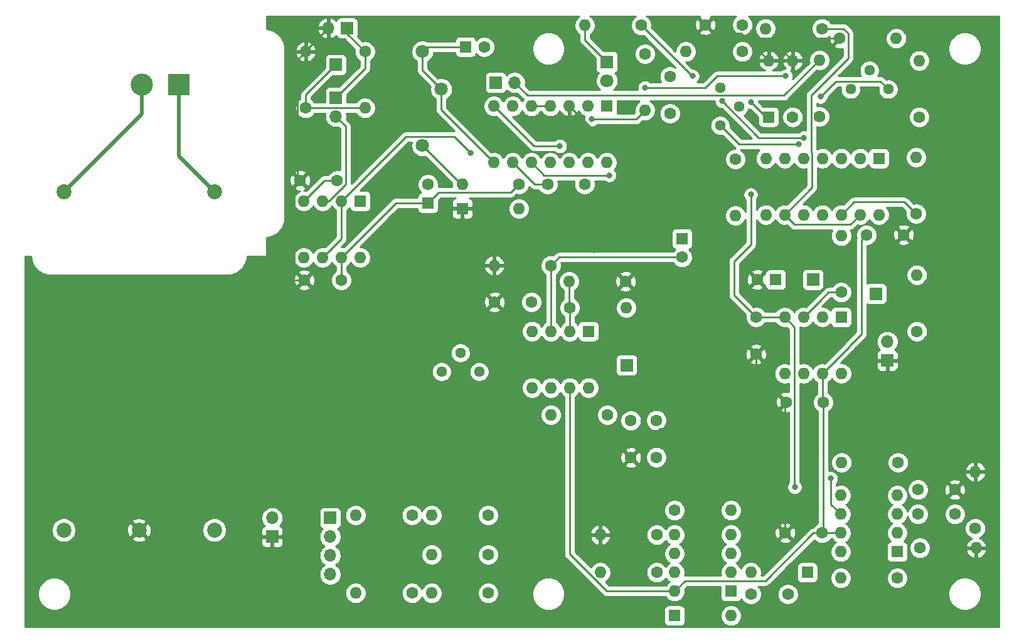
<source format=gbr>
G04 #@! TF.GenerationSoftware,KiCad,Pcbnew,5.1.7-a382d34a8~87~ubuntu20.04.1*
G04 #@! TF.CreationDate,2020-10-01T12:29:21+02:00*
G04 #@! TF.ProjectId,wowmeter,776f776d-6574-4657-922e-6b696361645f,rev?*
G04 #@! TF.SameCoordinates,Original*
G04 #@! TF.FileFunction,Copper,L1,Top*
G04 #@! TF.FilePolarity,Positive*
%FSLAX46Y46*%
G04 Gerber Fmt 4.6, Leading zero omitted, Abs format (unit mm)*
G04 Created by KiCad (PCBNEW 5.1.7-a382d34a8~87~ubuntu20.04.1) date 2020-10-01 12:29:21*
%MOMM*%
%LPD*%
G01*
G04 APERTURE LIST*
G04 #@! TA.AperFunction,ComponentPad*
%ADD10C,2.025000*%
G04 #@! TD*
G04 #@! TA.AperFunction,ComponentPad*
%ADD11R,1.700000X1.700000*%
G04 #@! TD*
G04 #@! TA.AperFunction,ComponentPad*
%ADD12O,1.700000X1.700000*%
G04 #@! TD*
G04 #@! TA.AperFunction,ComponentPad*
%ADD13O,1.600000X1.600000*%
G04 #@! TD*
G04 #@! TA.AperFunction,ComponentPad*
%ADD14C,1.600000*%
G04 #@! TD*
G04 #@! TA.AperFunction,ComponentPad*
%ADD15C,1.440000*%
G04 #@! TD*
G04 #@! TA.AperFunction,ComponentPad*
%ADD16C,1.800000*%
G04 #@! TD*
G04 #@! TA.AperFunction,ComponentPad*
%ADD17C,3.000000*%
G04 #@! TD*
G04 #@! TA.AperFunction,ComponentPad*
%ADD18R,3.000000X3.000000*%
G04 #@! TD*
G04 #@! TA.AperFunction,ComponentPad*
%ADD19R,1.600000X1.600000*%
G04 #@! TD*
G04 #@! TA.AperFunction,ComponentPad*
%ADD20R,1.800000X1.800000*%
G04 #@! TD*
G04 #@! TA.AperFunction,ViaPad*
%ADD21C,0.800000*%
G04 #@! TD*
G04 #@! TA.AperFunction,Conductor*
%ADD22C,0.250000*%
G04 #@! TD*
G04 #@! TA.AperFunction,Conductor*
%ADD23C,0.508000*%
G04 #@! TD*
G04 #@! TA.AperFunction,Conductor*
%ADD24C,0.254000*%
G04 #@! TD*
G04 #@! TA.AperFunction,Conductor*
%ADD25C,0.100000*%
G04 #@! TD*
G04 APERTURE END LIST*
D10*
X54102000Y-85344000D03*
X43942000Y-85344000D03*
X33782000Y-85344000D03*
X33782000Y-39624000D03*
X54102000Y-39624000D03*
D11*
X134874000Y-51498500D03*
X143383000Y-53403500D03*
X109728000Y-63055500D03*
X70485000Y-22479000D03*
D12*
X69723000Y-91313000D03*
X69723000Y-88773000D03*
X69723000Y-86233000D03*
D11*
X69723000Y-83693000D03*
D12*
X70485000Y-29464000D03*
D11*
X70485000Y-26924000D03*
D13*
X73152000Y-93853000D03*
D14*
X80772000Y-93853000D03*
D13*
X83439000Y-93853000D03*
D14*
X91059000Y-93853000D03*
D13*
X73152000Y-83312000D03*
D14*
X80772000Y-83312000D03*
D13*
X83439000Y-83312000D03*
D14*
X91059000Y-83312000D03*
D13*
X83439000Y-88646000D03*
D14*
X91059000Y-88646000D03*
D13*
X106172000Y-85979000D03*
D14*
X113792000Y-85979000D03*
D13*
X106172000Y-91059000D03*
D14*
X113792000Y-91059000D03*
D13*
X123825000Y-82677000D03*
D14*
X116205000Y-82677000D03*
D13*
X138620500Y-91821000D03*
D14*
X146240500Y-91821000D03*
D13*
X156781500Y-77470000D03*
D14*
X156781500Y-85090000D03*
D13*
X138747500Y-76200000D03*
D14*
X146367500Y-76200000D03*
D13*
X156908500Y-87757000D03*
D14*
X149288500Y-87757000D03*
D13*
X148907500Y-50863500D03*
D14*
X148907500Y-58483500D03*
D13*
X148780500Y-34988500D03*
D14*
X148780500Y-42608500D03*
D13*
X138684000Y-45593000D03*
D14*
X138684000Y-53213000D03*
D15*
X122364500Y-30670500D03*
X124904500Y-28130500D03*
X122364500Y-25590500D03*
D13*
X146113500Y-18923000D03*
D14*
X138493500Y-18923000D03*
D13*
X135763000Y-21844000D03*
D14*
X135763000Y-29464000D03*
D15*
X145034000Y-25781000D03*
X142494000Y-23241000D03*
X139954000Y-25781000D03*
D13*
X149225000Y-21907500D03*
D14*
X149225000Y-29527500D03*
D13*
X101981000Y-51752500D03*
D14*
X109601000Y-51752500D03*
D13*
X109664500Y-55308500D03*
D14*
X102044500Y-55308500D03*
D13*
X99504500Y-69786500D03*
D14*
X107124500Y-69786500D03*
D15*
X89852500Y-63944500D03*
X87312500Y-61404500D03*
X84772500Y-63944500D03*
D13*
X91884500Y-49593500D03*
D14*
X99504500Y-49593500D03*
D13*
X124396500Y-42862500D03*
D14*
X124396500Y-35242500D03*
D13*
X104076500Y-17145000D03*
D14*
X111696500Y-17145000D03*
D13*
X117729000Y-20701000D03*
D14*
X125349000Y-20701000D03*
D13*
X112204500Y-28638500D03*
D14*
X112204500Y-21018500D03*
D13*
X132143500Y-21907500D03*
D14*
X132143500Y-29527500D03*
D13*
X128460500Y-17589500D03*
D14*
X136080500Y-17589500D03*
D13*
X87566500Y-38608000D03*
D14*
X95186500Y-38608000D03*
D16*
X82169000Y-20701000D03*
X84709000Y-25781000D03*
X82169000Y-33401000D03*
D13*
X66421000Y-20701000D03*
D14*
X66421000Y-28321000D03*
D13*
X74422000Y-28321000D03*
D14*
X74422000Y-20701000D03*
D12*
X61912500Y-83693000D03*
D11*
X61912500Y-86233000D03*
D12*
X144907000Y-59880500D03*
D11*
X144907000Y-62420500D03*
D17*
X44276000Y-25146000D03*
D18*
X49276000Y-25146000D03*
D12*
X94615000Y-24892000D03*
D11*
X92075000Y-24892000D03*
D12*
X69469000Y-17526000D03*
D11*
X72009000Y-17526000D03*
D13*
X116205000Y-93599000D03*
X123825000Y-85979000D03*
X116205000Y-91059000D03*
X123825000Y-88519000D03*
X116205000Y-88519000D03*
X123825000Y-91059000D03*
X116205000Y-85979000D03*
D19*
X123825000Y-93599000D03*
D13*
X138620500Y-88265000D03*
X146240500Y-80645000D03*
X138620500Y-85725000D03*
X146240500Y-83185000D03*
X138620500Y-83185000D03*
X146240500Y-85725000D03*
X138620500Y-80645000D03*
D19*
X146240500Y-88265000D03*
D13*
X138684000Y-64198500D03*
X131064000Y-56578500D03*
X136144000Y-64198500D03*
X133604000Y-56578500D03*
X133604000Y-64198500D03*
X136144000Y-56578500D03*
X131064000Y-64198500D03*
D19*
X138684000Y-56578500D03*
D13*
X104584500Y-66103500D03*
X96964500Y-58483500D03*
X102044500Y-66103500D03*
X99504500Y-58483500D03*
X99504500Y-66103500D03*
X102044500Y-58483500D03*
X96964500Y-66103500D03*
D19*
X104584500Y-58483500D03*
D13*
X143764000Y-42735500D03*
X128524000Y-35115500D03*
X141224000Y-42735500D03*
X131064000Y-35115500D03*
X138684000Y-42735500D03*
X133604000Y-35115500D03*
X136144000Y-42735500D03*
X136144000Y-35115500D03*
X133604000Y-42735500D03*
X138684000Y-35115500D03*
X131064000Y-42735500D03*
X141224000Y-35115500D03*
X128524000Y-42735500D03*
D19*
X143764000Y-35115500D03*
D13*
X107061000Y-35687000D03*
X91821000Y-28067000D03*
X104521000Y-35687000D03*
X94361000Y-28067000D03*
X101981000Y-35687000D03*
X96901000Y-28067000D03*
X99441000Y-35687000D03*
X99441000Y-28067000D03*
X96901000Y-35687000D03*
X101981000Y-28067000D03*
X94361000Y-35687000D03*
X104521000Y-28067000D03*
X91821000Y-35687000D03*
D19*
X107061000Y-28067000D03*
D13*
X73787000Y-48514000D03*
X66167000Y-40894000D03*
X71247000Y-48514000D03*
X68707000Y-40894000D03*
X68707000Y-48514000D03*
X71247000Y-40894000D03*
X66167000Y-48514000D03*
D19*
X73787000Y-40894000D03*
D13*
X123825000Y-96901000D03*
D19*
X116205000Y-96901000D03*
D13*
X126492000Y-91059000D03*
D19*
X134112000Y-91059000D03*
D16*
X107061000Y-24638000D03*
D20*
X107061000Y-22098000D03*
D13*
X95186500Y-41910000D03*
D19*
X87566500Y-41910000D03*
D13*
X128905000Y-21907500D03*
D19*
X128905000Y-29527500D03*
D14*
X131492000Y-93980000D03*
X126492000Y-93980000D03*
X154034500Y-79883000D03*
X149034500Y-79883000D03*
X136127500Y-85725000D03*
X131127500Y-85725000D03*
X127190500Y-61578500D03*
X127190500Y-56578500D03*
X127357500Y-51498500D03*
D19*
X129857500Y-51498500D03*
D14*
X131271000Y-68072000D03*
X136271000Y-68072000D03*
X110299500Y-75548500D03*
X110299500Y-70548500D03*
X117221000Y-48474000D03*
D19*
X117221000Y-45974000D03*
D14*
X91901000Y-54546500D03*
X96901000Y-54546500D03*
X147113000Y-45466000D03*
X142113000Y-45466000D03*
X120349000Y-17081500D03*
X125349000Y-17081500D03*
X115570000Y-29066500D03*
X115570000Y-24066500D03*
X104060000Y-38608000D03*
X99060000Y-38608000D03*
X90511000Y-20066000D03*
D19*
X88011000Y-20066000D03*
D14*
X82931000Y-38648000D03*
D19*
X82931000Y-41148000D03*
D14*
X65675500Y-38100000D03*
X70675500Y-38100000D03*
X66247000Y-51562000D03*
X71247000Y-51562000D03*
X113728500Y-75501500D03*
X113728500Y-70501500D03*
X154034500Y-83185000D03*
X149034500Y-83185000D03*
D21*
X105346500Y-47498000D03*
X30413191Y-51824000D03*
X30413191Y-58824000D03*
X30413191Y-65824000D03*
X30413191Y-72824000D03*
X30413191Y-79824000D03*
X30413191Y-86824000D03*
X30413191Y-96824000D03*
X33413191Y-90824000D03*
X34413191Y-54824000D03*
X34413191Y-61824000D03*
X34413191Y-68824000D03*
X34413191Y-75824000D03*
X35413191Y-81824000D03*
X36413191Y-94824000D03*
X37413191Y-86824000D03*
X38413191Y-57824000D03*
X38413191Y-64824000D03*
X38413191Y-71824000D03*
X39413191Y-77824000D03*
X40413191Y-52824000D03*
X40413191Y-90824000D03*
X41413191Y-82824000D03*
X41413191Y-96824000D03*
X42413191Y-60824000D03*
X42413191Y-67824000D03*
X44413191Y-55824000D03*
X44413191Y-72824000D03*
X45413191Y-78824000D03*
X45413191Y-88824000D03*
X46413191Y-63824000D03*
X46413191Y-94824000D03*
X47413191Y-83824000D03*
X48413191Y-52824000D03*
X48413191Y-68824000D03*
X49413191Y-58824000D03*
X49413191Y-75824000D03*
X50413191Y-90824000D03*
X51413191Y-80824000D03*
X51413191Y-96824000D03*
X52413191Y-62824000D03*
X52413191Y-71824000D03*
X53413191Y-54824000D03*
X55413191Y-66824000D03*
X55413191Y-76824000D03*
X55413191Y-88824000D03*
X56413191Y-58824000D03*
X56413191Y-82824000D03*
X56413191Y-94824000D03*
X57413191Y-51824000D03*
X59413191Y-62824000D03*
X59413191Y-69824000D03*
X60413191Y-55824000D03*
X60413191Y-78824000D03*
X60413191Y-90824000D03*
X61413191Y-96824000D03*
X62413191Y-46824000D03*
X63413191Y-16824000D03*
X63413191Y-59824000D03*
X63413191Y-66824000D03*
X64413191Y-72824000D03*
X64413191Y-81824000D03*
X65413191Y-87824000D03*
X66413191Y-22824000D03*
X66413191Y-30824000D03*
X66413191Y-43824000D03*
X66413191Y-53824000D03*
X66413191Y-93824000D03*
X67413191Y-62824000D03*
X67413191Y-76824000D03*
X68413191Y-35824000D03*
X68413191Y-68824000D03*
X69413191Y-57824000D03*
X70413191Y-80824000D03*
X70413191Y-96824000D03*
X71413191Y-72824000D03*
X72413191Y-64824000D03*
X72413191Y-85824000D03*
X73413191Y-30824000D03*
X73413191Y-53824000D03*
X74413191Y-16824000D03*
X74413191Y-59824000D03*
X74413191Y-76824000D03*
X74413191Y-90824000D03*
X75413191Y-24824000D03*
X75413191Y-68824000D03*
X76413191Y-37824000D03*
X76413191Y-45824000D03*
X76413191Y-81824000D03*
X76413191Y-95824000D03*
X78413191Y-19824000D03*
X78413191Y-28824000D03*
X78413191Y-50824000D03*
X78413191Y-62824000D03*
X78413191Y-86824000D03*
X79413191Y-56824000D03*
X80413191Y-42824000D03*
X80413191Y-77824000D03*
X81413191Y-90824000D03*
X82413191Y-16824000D03*
X82413191Y-25824000D03*
X82413191Y-47824000D03*
X82413191Y-65824000D03*
X82413191Y-72824000D03*
X82413191Y-96824000D03*
X83413191Y-53824000D03*
X84413191Y-30824000D03*
X84413191Y-59824000D03*
X84413191Y-80824000D03*
X85413191Y-21824000D03*
X86413191Y-68824000D03*
X86413191Y-85824000D03*
X86413191Y-92824000D03*
X87413191Y-44824000D03*
X87413191Y-76824000D03*
X88413191Y-26824000D03*
X88413191Y-50824000D03*
X89413191Y-16824000D03*
X89413191Y-56824000D03*
X89413191Y-96824000D03*
X90413191Y-71824000D03*
X91413191Y-30824000D03*
X91413191Y-41824000D03*
X91413191Y-61824000D03*
X91413191Y-79824000D03*
X93413191Y-19824000D03*
X93413191Y-66824000D03*
X93413191Y-84824000D03*
X93413191Y-91824000D03*
X94413191Y-45824000D03*
X94413191Y-52824000D03*
X95413191Y-73824000D03*
X96413191Y-96824000D03*
X97413191Y-16824000D03*
X97413191Y-23824000D03*
X97413191Y-60824000D03*
X97413191Y-78824000D03*
X98413191Y-30824000D03*
X98413191Y-86824000D03*
X99413191Y-43824000D03*
X102413191Y-19824000D03*
X102413191Y-92824000D03*
X103413191Y-72824000D03*
X103413191Y-79824000D03*
X104413191Y-24824000D03*
X104413191Y-32824000D03*
X104413191Y-41824000D03*
X104413191Y-49824000D03*
X104413191Y-63824000D03*
X105413191Y-55824000D03*
X105413191Y-96824000D03*
X106413191Y-16824000D03*
X107413191Y-75824000D03*
X108413191Y-46824000D03*
X108413191Y-59824000D03*
X108413191Y-85824000D03*
X109413191Y-27824000D03*
X109413191Y-91824000D03*
X110413191Y-36824000D03*
X111413191Y-42824000D03*
X111413191Y-65824000D03*
X111413191Y-78824000D03*
X112413191Y-49824000D03*
X112413191Y-56824000D03*
X112413191Y-95824000D03*
X114413191Y-16824000D03*
X114413191Y-31824000D03*
X114413191Y-61824000D03*
X115413191Y-38824000D03*
X115413191Y-72824000D03*
X117413191Y-54824000D03*
X117413191Y-66824000D03*
X117413191Y-77824000D03*
X118413191Y-28824000D03*
X118413191Y-42824000D03*
X118413191Y-85824000D03*
X119413191Y-34824000D03*
X119413191Y-59824000D03*
X119413191Y-94824000D03*
X120413191Y-19824000D03*
X120413191Y-47824000D03*
X121413191Y-80824000D03*
X122413191Y-63824000D03*
X122413191Y-71824000D03*
X123413191Y-55824000D03*
X124413191Y-76824000D03*
X126413191Y-37824000D03*
X126413191Y-67824000D03*
X126413191Y-85824000D03*
X126413191Y-96824000D03*
X127413191Y-48824000D03*
X127413191Y-58824000D03*
X128413191Y-72824000D03*
X131413191Y-16824000D03*
X131413191Y-45824000D03*
X132413191Y-51824000D03*
X132413191Y-81824000D03*
X133413191Y-96824000D03*
X134413191Y-59824000D03*
X134413191Y-70824000D03*
X136413191Y-37824000D03*
X136413191Y-47824000D03*
X138413191Y-94824000D03*
X139413191Y-30824000D03*
X139413191Y-67824000D03*
X140413191Y-16824000D03*
X141413191Y-61824000D03*
X141413191Y-72824000D03*
X141413191Y-80824000D03*
X141413191Y-87824000D03*
X142413191Y-38824000D03*
X143413191Y-20824000D03*
X143413191Y-47824000D03*
X143413191Y-92824000D03*
X144413191Y-28824000D03*
X144413191Y-56824000D03*
X144413191Y-65824000D03*
X146413191Y-33824000D03*
X146413191Y-42824000D03*
X146413191Y-70824000D03*
X146413191Y-96824000D03*
X148413191Y-16824000D03*
X148413191Y-24824000D03*
X148413191Y-53824000D03*
X149413191Y-37824000D03*
X149413191Y-63824000D03*
X149413191Y-74824000D03*
X149413191Y-90824000D03*
X150413191Y-45824000D03*
X151413191Y-31824000D03*
X151413191Y-68824000D03*
X151413191Y-82824000D03*
X152413191Y-95824000D03*
X153413191Y-26824000D03*
X153413191Y-40824000D03*
X153413191Y-49824000D03*
X153413191Y-56824000D03*
X153413191Y-87824000D03*
X154413191Y-72824000D03*
X155413191Y-16824000D03*
X155413191Y-34824000D03*
X155413191Y-65824000D03*
X156413191Y-44824000D03*
X156413191Y-79824000D03*
X157413191Y-23824000D03*
X157413191Y-52824000D03*
X157413191Y-59824000D03*
X157413191Y-90824000D03*
X158413191Y-29824000D03*
X158413191Y-38824000D03*
X158413191Y-69824000D03*
X158413191Y-96824000D03*
X107378500Y-37401500D03*
X126492000Y-27495500D03*
X105029000Y-29845000D03*
X100711000Y-33464500D03*
X135890000Y-26797000D03*
X131191000Y-24003000D03*
X112204500Y-25590500D03*
X126492000Y-40005000D03*
X132415499Y-79519999D03*
X118618000Y-24003000D03*
X88646000Y-34353500D03*
X132969000Y-33210500D03*
X122618500Y-27368500D03*
X133667500Y-32321500D03*
X137287000Y-78359000D03*
D22*
X66421000Y-20574000D02*
X66421000Y-20701000D01*
X69469000Y-17526000D02*
X66421000Y-20574000D01*
X65295999Y-21826001D02*
X66421000Y-20701000D01*
X65295999Y-37720499D02*
X65295999Y-21826001D01*
X65675500Y-38100000D02*
X65295999Y-37720499D01*
X64875501Y-50190501D02*
X66247000Y-51562000D01*
X64875501Y-38899999D02*
X64875501Y-50190501D01*
X65675500Y-38100000D02*
X64875501Y-38899999D01*
X121474001Y-18206501D02*
X125204001Y-18206501D01*
X120349000Y-17081500D02*
X121474001Y-18206501D01*
X125920500Y-18923000D02*
X125825250Y-18827750D01*
X125825250Y-18827750D02*
X128905000Y-21907500D01*
X125204001Y-18206501D02*
X125825250Y-18827750D01*
X132143500Y-21907500D02*
X129159000Y-18923000D01*
X129159000Y-18923000D02*
X128714500Y-18923000D01*
X128714500Y-18923000D02*
X125920500Y-18923000D01*
X138493500Y-18923000D02*
X128714500Y-18923000D01*
X131127500Y-68215500D02*
X131271000Y-68072000D01*
X131127500Y-85725000D02*
X131127500Y-68215500D01*
X127190500Y-63991500D02*
X131271000Y-68072000D01*
X127190500Y-61578500D02*
X127190500Y-63991500D01*
X101981000Y-28067000D02*
X108585000Y-34671000D01*
X108585000Y-44259500D02*
X105346500Y-47498000D01*
X108585000Y-34671000D02*
X108585000Y-44259500D01*
X114221499Y-71626501D02*
X110299500Y-75548500D01*
X119555499Y-71626501D02*
X114221499Y-71626501D01*
X127190500Y-63991500D02*
X119555499Y-71626501D01*
X66247000Y-51562000D02*
X59867800Y-51562000D01*
X59867800Y-51562000D02*
X58077100Y-53352700D01*
X58077100Y-53352700D02*
X58077100Y-84518500D01*
X59791600Y-86233000D02*
X61912500Y-86233000D01*
X58077100Y-84518500D02*
X59791600Y-86233000D01*
X71247000Y-51562000D02*
X71247000Y-48514000D01*
X78613000Y-41148000D02*
X82931000Y-41148000D01*
X71247000Y-48514000D02*
X78613000Y-41148000D01*
X84345999Y-39733001D02*
X82931000Y-41148000D01*
X94061499Y-39733001D02*
X84345999Y-39733001D01*
X95186500Y-38608000D02*
X94061499Y-39733001D01*
X98615500Y-37401500D02*
X107378500Y-37401500D01*
X96901000Y-35687000D02*
X98615500Y-37401500D01*
X128524000Y-29527500D02*
X128905000Y-29527500D01*
X126492000Y-27495500D02*
X128524000Y-29527500D01*
X68961000Y-38100000D02*
X66167000Y-40894000D01*
X70675500Y-38100000D02*
X68961000Y-38100000D01*
X110998000Y-29845000D02*
X105029000Y-29845000D01*
X112204500Y-28638500D02*
X110998000Y-29845000D01*
X97218500Y-33464500D02*
X91821000Y-28067000D01*
X100711000Y-33464500D02*
X97218500Y-33464500D01*
X137951001Y-24735999D02*
X135890000Y-26797000D01*
X143988999Y-24735999D02*
X137951001Y-24735999D01*
X145034000Y-25781000D02*
X143988999Y-24735999D01*
X131191000Y-24003000D02*
X121920000Y-24003000D01*
X121920000Y-24003000D02*
X120904000Y-25019000D01*
X120332500Y-25590500D02*
X112204500Y-25590500D01*
X120904000Y-25019000D02*
X120332500Y-25590500D01*
X82804000Y-20066000D02*
X82169000Y-20701000D01*
X88011000Y-20066000D02*
X82804000Y-20066000D01*
X82169000Y-23241000D02*
X84709000Y-25781000D01*
X82169000Y-20701000D02*
X82169000Y-23241000D01*
X84709000Y-28575000D02*
X91821000Y-35687000D01*
X84709000Y-25781000D02*
X84709000Y-28575000D01*
X97282000Y-38608000D02*
X99060000Y-38608000D01*
X94361000Y-35687000D02*
X97282000Y-38608000D01*
X141224000Y-42735500D02*
X139890500Y-44069000D01*
X132397500Y-44069000D02*
X131064000Y-42735500D01*
X139890500Y-44069000D02*
X132397500Y-44069000D01*
X136080500Y-17589500D02*
X139001500Y-17589500D01*
X139618501Y-18206501D02*
X139618501Y-21607999D01*
X139001500Y-17589500D02*
X139618501Y-18206501D01*
X134729001Y-39070499D02*
X131064000Y-42735500D01*
X134729001Y-34399001D02*
X134729001Y-39070499D01*
X134637999Y-26588501D02*
X134637999Y-34307999D01*
X134637999Y-34307999D02*
X134729001Y-34399001D01*
X139618501Y-21607999D02*
X134637999Y-26588501D01*
X136144000Y-64198500D02*
X139827000Y-60515500D01*
X139827000Y-60515500D02*
X139827000Y-60452000D01*
X139827000Y-60452000D02*
X141414500Y-58864500D01*
X141414500Y-46164500D02*
X142113000Y-45466000D01*
X141414500Y-58864500D02*
X141414500Y-46164500D01*
X136144000Y-67945000D02*
X136271000Y-68072000D01*
X136144000Y-64198500D02*
X136144000Y-67945000D01*
X136271000Y-85581500D02*
X136127500Y-85725000D01*
X136271000Y-68072000D02*
X136271000Y-85581500D01*
X136127500Y-85725000D02*
X138620500Y-85725000D01*
X136127500Y-85725000D02*
X134937500Y-85725000D01*
X128478499Y-92184001D02*
X120604499Y-92184001D01*
X134937500Y-85725000D02*
X128478499Y-92184001D01*
X120604499Y-92184001D02*
X120586500Y-92202000D01*
X117602000Y-92202000D02*
X116205000Y-93599000D01*
X120586500Y-92202000D02*
X117602000Y-92202000D01*
X102044500Y-88596502D02*
X102044500Y-66103500D01*
X107046998Y-93599000D02*
X102044500Y-88596502D01*
X116205000Y-93599000D02*
X107046998Y-93599000D01*
X126492000Y-40005000D02*
X126492000Y-46736000D01*
X126492000Y-46736000D02*
X124206000Y-49022000D01*
X124206000Y-53594000D02*
X127190500Y-56578500D01*
X124206000Y-49022000D02*
X124206000Y-53594000D01*
X127190500Y-56578500D02*
X131064000Y-56578500D01*
X132396001Y-79500501D02*
X132415499Y-79519999D01*
X132396001Y-57910501D02*
X132396001Y-79500501D01*
X131064000Y-56578500D02*
X132396001Y-57910501D01*
X118554500Y-24003000D02*
X118618000Y-24003000D01*
X111696500Y-17145000D02*
X118554500Y-24003000D01*
X100624000Y-48474000D02*
X99504500Y-49593500D01*
X117221000Y-48474000D02*
X100624000Y-48474000D01*
X99504500Y-49593500D02*
X99504500Y-58483500D01*
X138684000Y-53213000D02*
X136969500Y-53213000D01*
X136969500Y-53213000D02*
X135826500Y-54356000D01*
X135826500Y-54356000D02*
X133604000Y-56578500D01*
X104076500Y-19113500D02*
X107061000Y-22098000D01*
X104076500Y-17145000D02*
X104076500Y-19113500D01*
X69546502Y-40894000D02*
X68707000Y-40894000D01*
X71800501Y-38640001D02*
X69546502Y-40894000D01*
X71800501Y-30779501D02*
X71800501Y-38640001D01*
X70485000Y-29464000D02*
X71800501Y-30779501D01*
X71247000Y-45974000D02*
X68707000Y-48514000D01*
X71247000Y-40894000D02*
X71247000Y-45974000D01*
X86468499Y-32175999D02*
X88646000Y-34353500D01*
X79965001Y-32175999D02*
X86468499Y-32175999D01*
X71247000Y-40894000D02*
X79965001Y-32175999D01*
X130971499Y-26635501D02*
X135763000Y-21844000D01*
X96358501Y-26635501D02*
X130971499Y-26635501D01*
X94615000Y-24892000D02*
X96358501Y-26635501D01*
X96901000Y-28067000D02*
X99441000Y-28067000D01*
X124904500Y-33210500D02*
X132969000Y-33210500D01*
X122364500Y-30670500D02*
X124904500Y-33210500D01*
X148780500Y-42608500D02*
X147193000Y-41021000D01*
X140398500Y-41021000D02*
X138684000Y-42735500D01*
X147193000Y-41021000D02*
X140398500Y-41021000D01*
X127571500Y-32321500D02*
X133667500Y-32321500D01*
X122618500Y-27368500D02*
X127571500Y-32321500D01*
X101981000Y-55245000D02*
X102044500Y-55308500D01*
X101981000Y-51752500D02*
X101981000Y-55245000D01*
X102044500Y-55308500D02*
X102044500Y-58483500D01*
X137287000Y-81851500D02*
X138620500Y-83185000D01*
X137287000Y-78359000D02*
X137287000Y-81851500D01*
X72009000Y-18288000D02*
X74422000Y-20701000D01*
X72009000Y-17526000D02*
X72009000Y-18288000D01*
X74422000Y-22987000D02*
X74422000Y-20701000D01*
X70485000Y-26924000D02*
X74422000Y-22987000D01*
D23*
X44276000Y-29130000D02*
X33782000Y-39624000D01*
X44276000Y-25146000D02*
X44276000Y-29130000D01*
X49276000Y-34798000D02*
X54102000Y-39624000D01*
X49276000Y-25146000D02*
X49276000Y-34798000D01*
D22*
X66421000Y-26543000D02*
X70485000Y-22479000D01*
X66421000Y-28321000D02*
X66421000Y-26543000D01*
X66453001Y-28288999D02*
X66421000Y-28321000D01*
X71049001Y-28288999D02*
X66453001Y-28288999D01*
X71081002Y-28321000D02*
X71049001Y-28288999D01*
X74422000Y-28321000D02*
X71081002Y-28321000D01*
X87376000Y-38608000D02*
X87566500Y-38608000D01*
X82169000Y-33401000D02*
X87376000Y-38608000D01*
D24*
X103161741Y-16030363D02*
X102961863Y-16230241D01*
X102804820Y-16465273D01*
X102696647Y-16726426D01*
X102641500Y-17003665D01*
X102641500Y-17286335D01*
X102696647Y-17563574D01*
X102804820Y-17824727D01*
X102961863Y-18059759D01*
X103161741Y-18259637D01*
X103316501Y-18363044D01*
X103316501Y-19076168D01*
X103312824Y-19113500D01*
X103316501Y-19150833D01*
X103327498Y-19262486D01*
X103331894Y-19276978D01*
X103370954Y-19405746D01*
X103441526Y-19537776D01*
X103512701Y-19624502D01*
X103536500Y-19653501D01*
X103565498Y-19677299D01*
X105522928Y-21634730D01*
X105522928Y-22998000D01*
X105535188Y-23122482D01*
X105571498Y-23242180D01*
X105630463Y-23352494D01*
X105709815Y-23449185D01*
X105806506Y-23528537D01*
X105916820Y-23587502D01*
X105935127Y-23593056D01*
X105868688Y-23659495D01*
X105700701Y-23910905D01*
X105584989Y-24190257D01*
X105526000Y-24486816D01*
X105526000Y-24789184D01*
X105584989Y-25085743D01*
X105700701Y-25365095D01*
X105868688Y-25616505D01*
X106082495Y-25830312D01*
X106150125Y-25875501D01*
X96673303Y-25875501D01*
X96056210Y-25258408D01*
X96100000Y-25038260D01*
X96100000Y-24745740D01*
X96042932Y-24458842D01*
X95930990Y-24188589D01*
X95768475Y-23945368D01*
X95561632Y-23738525D01*
X95318411Y-23576010D01*
X95048158Y-23464068D01*
X94761260Y-23407000D01*
X94468740Y-23407000D01*
X94181842Y-23464068D01*
X93911589Y-23576010D01*
X93668368Y-23738525D01*
X93536513Y-23870380D01*
X93514502Y-23797820D01*
X93455537Y-23687506D01*
X93376185Y-23590815D01*
X93279494Y-23511463D01*
X93169180Y-23452498D01*
X93049482Y-23416188D01*
X92925000Y-23403928D01*
X91225000Y-23403928D01*
X91100518Y-23416188D01*
X90980820Y-23452498D01*
X90870506Y-23511463D01*
X90773815Y-23590815D01*
X90694463Y-23687506D01*
X90635498Y-23797820D01*
X90599188Y-23917518D01*
X90586928Y-24042000D01*
X90586928Y-25742000D01*
X90599188Y-25866482D01*
X90635498Y-25986180D01*
X90694463Y-26096494D01*
X90773815Y-26193185D01*
X90870506Y-26272537D01*
X90980820Y-26331502D01*
X91100518Y-26367812D01*
X91225000Y-26380072D01*
X92925000Y-26380072D01*
X93049482Y-26367812D01*
X93169180Y-26331502D01*
X93279494Y-26272537D01*
X93376185Y-26193185D01*
X93455537Y-26096494D01*
X93514502Y-25986180D01*
X93536513Y-25913620D01*
X93668368Y-26045475D01*
X93911589Y-26207990D01*
X94181842Y-26319932D01*
X94468740Y-26377000D01*
X94761260Y-26377000D01*
X94981408Y-26333210D01*
X95793401Y-27145203D01*
X95786363Y-27152241D01*
X95631000Y-27384759D01*
X95475637Y-27152241D01*
X95275759Y-26952363D01*
X95040727Y-26795320D01*
X94779574Y-26687147D01*
X94502335Y-26632000D01*
X94219665Y-26632000D01*
X93942426Y-26687147D01*
X93681273Y-26795320D01*
X93446241Y-26952363D01*
X93246363Y-27152241D01*
X93091000Y-27384759D01*
X92935637Y-27152241D01*
X92735759Y-26952363D01*
X92500727Y-26795320D01*
X92239574Y-26687147D01*
X91962335Y-26632000D01*
X91679665Y-26632000D01*
X91402426Y-26687147D01*
X91141273Y-26795320D01*
X90906241Y-26952363D01*
X90706363Y-27152241D01*
X90549320Y-27387273D01*
X90441147Y-27648426D01*
X90386000Y-27925665D01*
X90386000Y-28208335D01*
X90441147Y-28485574D01*
X90549320Y-28746727D01*
X90706363Y-28981759D01*
X90906241Y-29181637D01*
X91141273Y-29338680D01*
X91402426Y-29446853D01*
X91679665Y-29502000D01*
X91962335Y-29502000D01*
X92144887Y-29465688D01*
X96654701Y-33975503D01*
X96678499Y-34004501D01*
X96794224Y-34099474D01*
X96926253Y-34170046D01*
X97069514Y-34213503D01*
X97181167Y-34224500D01*
X97181175Y-34224500D01*
X97218500Y-34228176D01*
X97255825Y-34224500D01*
X100007289Y-34224500D01*
X100051226Y-34268437D01*
X100220744Y-34381705D01*
X100409102Y-34459726D01*
X100609061Y-34499500D01*
X100812939Y-34499500D01*
X101012898Y-34459726D01*
X101201256Y-34381705D01*
X101370774Y-34268437D01*
X101514937Y-34124274D01*
X101628205Y-33954756D01*
X101706226Y-33766398D01*
X101746000Y-33566439D01*
X101746000Y-33362561D01*
X101706226Y-33162602D01*
X101628205Y-32974244D01*
X101514937Y-32804726D01*
X101370774Y-32660563D01*
X101201256Y-32547295D01*
X101012898Y-32469274D01*
X100812939Y-32429500D01*
X100609061Y-32429500D01*
X100409102Y-32469274D01*
X100220744Y-32547295D01*
X100051226Y-32660563D01*
X100007289Y-32704500D01*
X97533302Y-32704500D01*
X94330801Y-29502000D01*
X94502335Y-29502000D01*
X94779574Y-29446853D01*
X95040727Y-29338680D01*
X95275759Y-29181637D01*
X95475637Y-28981759D01*
X95631000Y-28749241D01*
X95786363Y-28981759D01*
X95986241Y-29181637D01*
X96221273Y-29338680D01*
X96482426Y-29446853D01*
X96759665Y-29502000D01*
X97042335Y-29502000D01*
X97319574Y-29446853D01*
X97580727Y-29338680D01*
X97815759Y-29181637D01*
X98015637Y-28981759D01*
X98119043Y-28827000D01*
X98222957Y-28827000D01*
X98326363Y-28981759D01*
X98526241Y-29181637D01*
X98761273Y-29338680D01*
X99022426Y-29446853D01*
X99299665Y-29502000D01*
X99582335Y-29502000D01*
X99859574Y-29446853D01*
X100120727Y-29338680D01*
X100355759Y-29181637D01*
X100555637Y-28981759D01*
X100712680Y-28746727D01*
X100717067Y-28736135D01*
X100828615Y-28922131D01*
X101017586Y-29130519D01*
X101243580Y-29298037D01*
X101497913Y-29418246D01*
X101631961Y-29458904D01*
X101854000Y-29336915D01*
X101854000Y-28194000D01*
X101834000Y-28194000D01*
X101834000Y-27940000D01*
X101854000Y-27940000D01*
X101854000Y-27920000D01*
X102108000Y-27920000D01*
X102108000Y-27940000D01*
X102128000Y-27940000D01*
X102128000Y-28194000D01*
X102108000Y-28194000D01*
X102108000Y-29336915D01*
X102330039Y-29458904D01*
X102464087Y-29418246D01*
X102718420Y-29298037D01*
X102944414Y-29130519D01*
X103133385Y-28922131D01*
X103244933Y-28736135D01*
X103249320Y-28746727D01*
X103406363Y-28981759D01*
X103606241Y-29181637D01*
X103841273Y-29338680D01*
X104077857Y-29436676D01*
X104033774Y-29543102D01*
X103994000Y-29743061D01*
X103994000Y-29946939D01*
X104033774Y-30146898D01*
X104111795Y-30335256D01*
X104225063Y-30504774D01*
X104369226Y-30648937D01*
X104538744Y-30762205D01*
X104727102Y-30840226D01*
X104927061Y-30880000D01*
X105130939Y-30880000D01*
X105330898Y-30840226D01*
X105519256Y-30762205D01*
X105688774Y-30648937D01*
X105732711Y-30605000D01*
X110960678Y-30605000D01*
X110998000Y-30608676D01*
X111035322Y-30605000D01*
X111035333Y-30605000D01*
X111146986Y-30594003D01*
X111290247Y-30550546D01*
X111422276Y-30479974D01*
X111538001Y-30385001D01*
X111561804Y-30355997D01*
X111880614Y-30037188D01*
X112063165Y-30073500D01*
X112345835Y-30073500D01*
X112623074Y-30018353D01*
X112884227Y-29910180D01*
X113119259Y-29753137D01*
X113319137Y-29553259D01*
X113476180Y-29318227D01*
X113584353Y-29057074D01*
X113610591Y-28925165D01*
X114135000Y-28925165D01*
X114135000Y-29207835D01*
X114190147Y-29485074D01*
X114298320Y-29746227D01*
X114455363Y-29981259D01*
X114655241Y-30181137D01*
X114890273Y-30338180D01*
X115151426Y-30446353D01*
X115428665Y-30501500D01*
X115711335Y-30501500D01*
X115988574Y-30446353D01*
X116249727Y-30338180D01*
X116484759Y-30181137D01*
X116684637Y-29981259D01*
X116841680Y-29746227D01*
X116949853Y-29485074D01*
X117005000Y-29207835D01*
X117005000Y-28925165D01*
X116949853Y-28647926D01*
X116841680Y-28386773D01*
X116684637Y-28151741D01*
X116484759Y-27951863D01*
X116249727Y-27794820D01*
X115988574Y-27686647D01*
X115711335Y-27631500D01*
X115428665Y-27631500D01*
X115151426Y-27686647D01*
X114890273Y-27794820D01*
X114655241Y-27951863D01*
X114455363Y-28151741D01*
X114298320Y-28386773D01*
X114190147Y-28647926D01*
X114135000Y-28925165D01*
X113610591Y-28925165D01*
X113639500Y-28779835D01*
X113639500Y-28497165D01*
X113584353Y-28219926D01*
X113476180Y-27958773D01*
X113319137Y-27723741D01*
X113119259Y-27523863D01*
X112927151Y-27395501D01*
X121583500Y-27395501D01*
X121583500Y-27470439D01*
X121623274Y-27670398D01*
X121701295Y-27858756D01*
X121814563Y-28028274D01*
X121958726Y-28172437D01*
X122128244Y-28285705D01*
X122316602Y-28363726D01*
X122516561Y-28403500D01*
X122578699Y-28403500D01*
X126625698Y-32450500D01*
X125219303Y-32450500D01*
X123695154Y-30926352D01*
X123719500Y-30803956D01*
X123719500Y-30537044D01*
X123667428Y-30275261D01*
X123565285Y-30028667D01*
X123416997Y-29806738D01*
X123228262Y-29618003D01*
X123006333Y-29469715D01*
X122759739Y-29367572D01*
X122497956Y-29315500D01*
X122231044Y-29315500D01*
X121969261Y-29367572D01*
X121722667Y-29469715D01*
X121500738Y-29618003D01*
X121312003Y-29806738D01*
X121163715Y-30028667D01*
X121061572Y-30275261D01*
X121009500Y-30537044D01*
X121009500Y-30803956D01*
X121061572Y-31065739D01*
X121163715Y-31312333D01*
X121312003Y-31534262D01*
X121500738Y-31722997D01*
X121722667Y-31871285D01*
X121969261Y-31973428D01*
X122231044Y-32025500D01*
X122497956Y-32025500D01*
X122620352Y-32001154D01*
X124340705Y-33721508D01*
X124364499Y-33750501D01*
X124393492Y-33774295D01*
X124393496Y-33774299D01*
X124433952Y-33807500D01*
X124255165Y-33807500D01*
X123977926Y-33862647D01*
X123716773Y-33970820D01*
X123481741Y-34127863D01*
X123281863Y-34327741D01*
X123124820Y-34562773D01*
X123016647Y-34823926D01*
X122961500Y-35101165D01*
X122961500Y-35383835D01*
X123016647Y-35661074D01*
X123124820Y-35922227D01*
X123281863Y-36157259D01*
X123481741Y-36357137D01*
X123716773Y-36514180D01*
X123977926Y-36622353D01*
X124255165Y-36677500D01*
X124537835Y-36677500D01*
X124815074Y-36622353D01*
X125076227Y-36514180D01*
X125311259Y-36357137D01*
X125511137Y-36157259D01*
X125668180Y-35922227D01*
X125776353Y-35661074D01*
X125831500Y-35383835D01*
X125831500Y-35101165D01*
X125776353Y-34823926D01*
X125668180Y-34562773D01*
X125511137Y-34327741D01*
X125311259Y-34127863D01*
X125076227Y-33970820D01*
X125075454Y-33970500D01*
X127654683Y-33970500D01*
X127609241Y-34000863D01*
X127409363Y-34200741D01*
X127252320Y-34435773D01*
X127144147Y-34696926D01*
X127089000Y-34974165D01*
X127089000Y-35256835D01*
X127144147Y-35534074D01*
X127252320Y-35795227D01*
X127409363Y-36030259D01*
X127609241Y-36230137D01*
X127844273Y-36387180D01*
X128105426Y-36495353D01*
X128382665Y-36550500D01*
X128665335Y-36550500D01*
X128942574Y-36495353D01*
X129203727Y-36387180D01*
X129438759Y-36230137D01*
X129638637Y-36030259D01*
X129794000Y-35797741D01*
X129949363Y-36030259D01*
X130149241Y-36230137D01*
X130384273Y-36387180D01*
X130645426Y-36495353D01*
X130922665Y-36550500D01*
X131205335Y-36550500D01*
X131482574Y-36495353D01*
X131743727Y-36387180D01*
X131978759Y-36230137D01*
X132178637Y-36030259D01*
X132334000Y-35797741D01*
X132489363Y-36030259D01*
X132689241Y-36230137D01*
X132924273Y-36387180D01*
X133185426Y-36495353D01*
X133462665Y-36550500D01*
X133745335Y-36550500D01*
X133969001Y-36506009D01*
X133969002Y-38755696D01*
X131387887Y-41336812D01*
X131205335Y-41300500D01*
X130922665Y-41300500D01*
X130645426Y-41355647D01*
X130384273Y-41463820D01*
X130149241Y-41620863D01*
X129949363Y-41820741D01*
X129794000Y-42053259D01*
X129638637Y-41820741D01*
X129438759Y-41620863D01*
X129203727Y-41463820D01*
X128942574Y-41355647D01*
X128665335Y-41300500D01*
X128382665Y-41300500D01*
X128105426Y-41355647D01*
X127844273Y-41463820D01*
X127609241Y-41620863D01*
X127409363Y-41820741D01*
X127252320Y-42055773D01*
X127252000Y-42056546D01*
X127252000Y-40708711D01*
X127295937Y-40664774D01*
X127409205Y-40495256D01*
X127487226Y-40306898D01*
X127527000Y-40106939D01*
X127527000Y-39903061D01*
X127487226Y-39703102D01*
X127409205Y-39514744D01*
X127295937Y-39345226D01*
X127151774Y-39201063D01*
X126982256Y-39087795D01*
X126793898Y-39009774D01*
X126593939Y-38970000D01*
X126390061Y-38970000D01*
X126190102Y-39009774D01*
X126001744Y-39087795D01*
X125832226Y-39201063D01*
X125688063Y-39345226D01*
X125574795Y-39514744D01*
X125496774Y-39703102D01*
X125457000Y-39903061D01*
X125457000Y-40106939D01*
X125496774Y-40306898D01*
X125574795Y-40495256D01*
X125688063Y-40664774D01*
X125732000Y-40708711D01*
X125732000Y-42336849D01*
X125668180Y-42182773D01*
X125511137Y-41947741D01*
X125311259Y-41747863D01*
X125076227Y-41590820D01*
X124815074Y-41482647D01*
X124537835Y-41427500D01*
X124255165Y-41427500D01*
X123977926Y-41482647D01*
X123716773Y-41590820D01*
X123481741Y-41747863D01*
X123281863Y-41947741D01*
X123124820Y-42182773D01*
X123016647Y-42443926D01*
X122961500Y-42721165D01*
X122961500Y-43003835D01*
X123016647Y-43281074D01*
X123124820Y-43542227D01*
X123281863Y-43777259D01*
X123481741Y-43977137D01*
X123716773Y-44134180D01*
X123977926Y-44242353D01*
X124255165Y-44297500D01*
X124537835Y-44297500D01*
X124815074Y-44242353D01*
X125076227Y-44134180D01*
X125311259Y-43977137D01*
X125511137Y-43777259D01*
X125668180Y-43542227D01*
X125732001Y-43388151D01*
X125732001Y-46421197D01*
X123695003Y-48458196D01*
X123665999Y-48481999D01*
X123631884Y-48523569D01*
X123571026Y-48597724D01*
X123514520Y-48703438D01*
X123500454Y-48729754D01*
X123456997Y-48873015D01*
X123446000Y-48984668D01*
X123446000Y-48984678D01*
X123442324Y-49022000D01*
X123446000Y-49059323D01*
X123446001Y-53556668D01*
X123442324Y-53594000D01*
X123456998Y-53742985D01*
X123500454Y-53886246D01*
X123571026Y-54018276D01*
X123642201Y-54105002D01*
X123666000Y-54134001D01*
X123694998Y-54157799D01*
X125791812Y-56254614D01*
X125755500Y-56437165D01*
X125755500Y-56719835D01*
X125810647Y-56997074D01*
X125918820Y-57258227D01*
X126075863Y-57493259D01*
X126275741Y-57693137D01*
X126510773Y-57850180D01*
X126771926Y-57958353D01*
X127049165Y-58013500D01*
X127331835Y-58013500D01*
X127609074Y-57958353D01*
X127870227Y-57850180D01*
X128105259Y-57693137D01*
X128305137Y-57493259D01*
X128408543Y-57338500D01*
X129845957Y-57338500D01*
X129949363Y-57493259D01*
X130149241Y-57693137D01*
X130384273Y-57850180D01*
X130645426Y-57958353D01*
X130922665Y-58013500D01*
X131205335Y-58013500D01*
X131387886Y-57977188D01*
X131636001Y-58225303D01*
X131636001Y-62882199D01*
X131482574Y-62818647D01*
X131205335Y-62763500D01*
X130922665Y-62763500D01*
X130645426Y-62818647D01*
X130384273Y-62926820D01*
X130149241Y-63083863D01*
X129949363Y-63283741D01*
X129792320Y-63518773D01*
X129684147Y-63779926D01*
X129629000Y-64057165D01*
X129629000Y-64339835D01*
X129684147Y-64617074D01*
X129792320Y-64878227D01*
X129949363Y-65113259D01*
X130149241Y-65313137D01*
X130384273Y-65470180D01*
X130645426Y-65578353D01*
X130922665Y-65633500D01*
X131205335Y-65633500D01*
X131482574Y-65578353D01*
X131636001Y-65514801D01*
X131636001Y-66684098D01*
X131482816Y-66645700D01*
X131200488Y-66631783D01*
X130920870Y-66673213D01*
X130654708Y-66768397D01*
X130529486Y-66835329D01*
X130457903Y-67079298D01*
X131271000Y-67892395D01*
X131285143Y-67878253D01*
X131464748Y-68057858D01*
X131450605Y-68072000D01*
X131464748Y-68086143D01*
X131285143Y-68265748D01*
X131271000Y-68251605D01*
X130457903Y-69064702D01*
X130529486Y-69308671D01*
X130784996Y-69429571D01*
X131059184Y-69498300D01*
X131341512Y-69512217D01*
X131621130Y-69470787D01*
X131636002Y-69465469D01*
X131636002Y-78835785D01*
X131611562Y-78860225D01*
X131498294Y-79029743D01*
X131420273Y-79218101D01*
X131380499Y-79418060D01*
X131380499Y-79621938D01*
X131420273Y-79821897D01*
X131498294Y-80010255D01*
X131611562Y-80179773D01*
X131755725Y-80323936D01*
X131925243Y-80437204D01*
X132113601Y-80515225D01*
X132313560Y-80554999D01*
X132517438Y-80554999D01*
X132717397Y-80515225D01*
X132905755Y-80437204D01*
X133075273Y-80323936D01*
X133219436Y-80179773D01*
X133332704Y-80010255D01*
X133410725Y-79821897D01*
X133450499Y-79621938D01*
X133450499Y-79418060D01*
X133410725Y-79218101D01*
X133332704Y-79029743D01*
X133219436Y-78860225D01*
X133156001Y-78796790D01*
X133156001Y-65566165D01*
X133185426Y-65578353D01*
X133462665Y-65633500D01*
X133745335Y-65633500D01*
X134022574Y-65578353D01*
X134283727Y-65470180D01*
X134518759Y-65313137D01*
X134718637Y-65113259D01*
X134874000Y-64880741D01*
X135029363Y-65113259D01*
X135229241Y-65313137D01*
X135384000Y-65416544D01*
X135384001Y-66938815D01*
X135356241Y-66957363D01*
X135156363Y-67157241D01*
X134999320Y-67392273D01*
X134891147Y-67653426D01*
X134836000Y-67930665D01*
X134836000Y-68213335D01*
X134891147Y-68490574D01*
X134999320Y-68751727D01*
X135156363Y-68986759D01*
X135356241Y-69186637D01*
X135511000Y-69290043D01*
X135511001Y-84427130D01*
X135447773Y-84453320D01*
X135212741Y-84610363D01*
X135012863Y-84810241D01*
X134910110Y-84964022D01*
X134900177Y-84965000D01*
X134900167Y-84965000D01*
X134788514Y-84975997D01*
X134645253Y-85019454D01*
X134513224Y-85090026D01*
X134397499Y-85184999D01*
X134373701Y-85213997D01*
X128163698Y-91424001D01*
X127882509Y-91424001D01*
X127927000Y-91200335D01*
X127927000Y-90917665D01*
X127871853Y-90640426D01*
X127763680Y-90379273D01*
X127606637Y-90144241D01*
X127406759Y-89944363D01*
X127171727Y-89787320D01*
X126910574Y-89679147D01*
X126633335Y-89624000D01*
X126350665Y-89624000D01*
X126073426Y-89679147D01*
X125812273Y-89787320D01*
X125577241Y-89944363D01*
X125377363Y-90144241D01*
X125220320Y-90379273D01*
X125158500Y-90528520D01*
X125096680Y-90379273D01*
X124939637Y-90144241D01*
X124739759Y-89944363D01*
X124507241Y-89789000D01*
X124739759Y-89633637D01*
X124939637Y-89433759D01*
X125096680Y-89198727D01*
X125204853Y-88937574D01*
X125260000Y-88660335D01*
X125260000Y-88377665D01*
X125204853Y-88100426D01*
X125096680Y-87839273D01*
X124939637Y-87604241D01*
X124739759Y-87404363D01*
X124507241Y-87249000D01*
X124739759Y-87093637D01*
X124939637Y-86893759D01*
X125057274Y-86717702D01*
X130314403Y-86717702D01*
X130385986Y-86961671D01*
X130641496Y-87082571D01*
X130915684Y-87151300D01*
X131198012Y-87165217D01*
X131477630Y-87123787D01*
X131743792Y-87028603D01*
X131869014Y-86961671D01*
X131940597Y-86717702D01*
X131127500Y-85904605D01*
X130314403Y-86717702D01*
X125057274Y-86717702D01*
X125096680Y-86658727D01*
X125204853Y-86397574D01*
X125260000Y-86120335D01*
X125260000Y-85837665D01*
X125251616Y-85795512D01*
X129687283Y-85795512D01*
X129728713Y-86075130D01*
X129823897Y-86341292D01*
X129890829Y-86466514D01*
X130134798Y-86538097D01*
X130947895Y-85725000D01*
X131307105Y-85725000D01*
X132120202Y-86538097D01*
X132364171Y-86466514D01*
X132485071Y-86211004D01*
X132553800Y-85936816D01*
X132567717Y-85654488D01*
X132526287Y-85374870D01*
X132431103Y-85108708D01*
X132364171Y-84983486D01*
X132120202Y-84911903D01*
X131307105Y-85725000D01*
X130947895Y-85725000D01*
X130134798Y-84911903D01*
X129890829Y-84983486D01*
X129769929Y-85238996D01*
X129701200Y-85513184D01*
X129687283Y-85795512D01*
X125251616Y-85795512D01*
X125204853Y-85560426D01*
X125096680Y-85299273D01*
X124939637Y-85064241D01*
X124739759Y-84864363D01*
X124542110Y-84732298D01*
X130314403Y-84732298D01*
X131127500Y-85545395D01*
X131940597Y-84732298D01*
X131869014Y-84488329D01*
X131613504Y-84367429D01*
X131339316Y-84298700D01*
X131056988Y-84284783D01*
X130777370Y-84326213D01*
X130511208Y-84421397D01*
X130385986Y-84488329D01*
X130314403Y-84732298D01*
X124542110Y-84732298D01*
X124504727Y-84707320D01*
X124243574Y-84599147D01*
X123966335Y-84544000D01*
X123683665Y-84544000D01*
X123406426Y-84599147D01*
X123145273Y-84707320D01*
X122910241Y-84864363D01*
X122710363Y-85064241D01*
X122553320Y-85299273D01*
X122445147Y-85560426D01*
X122390000Y-85837665D01*
X122390000Y-86120335D01*
X122445147Y-86397574D01*
X122553320Y-86658727D01*
X122710363Y-86893759D01*
X122910241Y-87093637D01*
X123142759Y-87249000D01*
X122910241Y-87404363D01*
X122710363Y-87604241D01*
X122553320Y-87839273D01*
X122445147Y-88100426D01*
X122390000Y-88377665D01*
X122390000Y-88660335D01*
X122445147Y-88937574D01*
X122553320Y-89198727D01*
X122710363Y-89433759D01*
X122910241Y-89633637D01*
X123142759Y-89789000D01*
X122910241Y-89944363D01*
X122710363Y-90144241D01*
X122553320Y-90379273D01*
X122445147Y-90640426D01*
X122390000Y-90917665D01*
X122390000Y-91200335D01*
X122434491Y-91424001D01*
X120641821Y-91424001D01*
X120604498Y-91420325D01*
X120567176Y-91424001D01*
X120567166Y-91424001D01*
X120455513Y-91434998D01*
X120432430Y-91442000D01*
X117639322Y-91442000D01*
X117601999Y-91438324D01*
X117592474Y-91439262D01*
X117640000Y-91200335D01*
X117640000Y-90917665D01*
X117584853Y-90640426D01*
X117476680Y-90379273D01*
X117319637Y-90144241D01*
X117119759Y-89944363D01*
X116887241Y-89789000D01*
X117119759Y-89633637D01*
X117319637Y-89433759D01*
X117476680Y-89198727D01*
X117584853Y-88937574D01*
X117640000Y-88660335D01*
X117640000Y-88377665D01*
X117584853Y-88100426D01*
X117476680Y-87839273D01*
X117319637Y-87604241D01*
X117119759Y-87404363D01*
X116887241Y-87249000D01*
X117119759Y-87093637D01*
X117319637Y-86893759D01*
X117476680Y-86658727D01*
X117584853Y-86397574D01*
X117640000Y-86120335D01*
X117640000Y-85837665D01*
X117584853Y-85560426D01*
X117476680Y-85299273D01*
X117319637Y-85064241D01*
X117119759Y-84864363D01*
X116884727Y-84707320D01*
X116623574Y-84599147D01*
X116346335Y-84544000D01*
X116063665Y-84544000D01*
X115786426Y-84599147D01*
X115525273Y-84707320D01*
X115290241Y-84864363D01*
X115090363Y-85064241D01*
X114998500Y-85201724D01*
X114906637Y-85064241D01*
X114706759Y-84864363D01*
X114471727Y-84707320D01*
X114210574Y-84599147D01*
X113933335Y-84544000D01*
X113650665Y-84544000D01*
X113373426Y-84599147D01*
X113112273Y-84707320D01*
X112877241Y-84864363D01*
X112677363Y-85064241D01*
X112520320Y-85299273D01*
X112412147Y-85560426D01*
X112357000Y-85837665D01*
X112357000Y-86120335D01*
X112412147Y-86397574D01*
X112520320Y-86658727D01*
X112677363Y-86893759D01*
X112877241Y-87093637D01*
X113112273Y-87250680D01*
X113373426Y-87358853D01*
X113650665Y-87414000D01*
X113933335Y-87414000D01*
X114210574Y-87358853D01*
X114471727Y-87250680D01*
X114706759Y-87093637D01*
X114906637Y-86893759D01*
X114998500Y-86756276D01*
X115090363Y-86893759D01*
X115290241Y-87093637D01*
X115522759Y-87249000D01*
X115290241Y-87404363D01*
X115090363Y-87604241D01*
X114933320Y-87839273D01*
X114825147Y-88100426D01*
X114770000Y-88377665D01*
X114770000Y-88660335D01*
X114825147Y-88937574D01*
X114933320Y-89198727D01*
X115090363Y-89433759D01*
X115290241Y-89633637D01*
X115522759Y-89789000D01*
X115290241Y-89944363D01*
X115090363Y-90144241D01*
X114998500Y-90281724D01*
X114906637Y-90144241D01*
X114706759Y-89944363D01*
X114471727Y-89787320D01*
X114210574Y-89679147D01*
X113933335Y-89624000D01*
X113650665Y-89624000D01*
X113373426Y-89679147D01*
X113112273Y-89787320D01*
X112877241Y-89944363D01*
X112677363Y-90144241D01*
X112520320Y-90379273D01*
X112412147Y-90640426D01*
X112357000Y-90917665D01*
X112357000Y-91200335D01*
X112412147Y-91477574D01*
X112520320Y-91738727D01*
X112677363Y-91973759D01*
X112877241Y-92173637D01*
X113112273Y-92330680D01*
X113373426Y-92438853D01*
X113650665Y-92494000D01*
X113933335Y-92494000D01*
X114210574Y-92438853D01*
X114471727Y-92330680D01*
X114706759Y-92173637D01*
X114906637Y-91973759D01*
X114998500Y-91836276D01*
X115090363Y-91973759D01*
X115290241Y-92173637D01*
X115522759Y-92329000D01*
X115290241Y-92484363D01*
X115090363Y-92684241D01*
X114986957Y-92839000D01*
X107361800Y-92839000D01*
X106852778Y-92329978D01*
X107086759Y-92173637D01*
X107286637Y-91973759D01*
X107443680Y-91738727D01*
X107551853Y-91477574D01*
X107607000Y-91200335D01*
X107607000Y-90917665D01*
X107551853Y-90640426D01*
X107443680Y-90379273D01*
X107286637Y-90144241D01*
X107086759Y-89944363D01*
X106851727Y-89787320D01*
X106590574Y-89679147D01*
X106313335Y-89624000D01*
X106030665Y-89624000D01*
X105753426Y-89679147D01*
X105492273Y-89787320D01*
X105257241Y-89944363D01*
X105057363Y-90144241D01*
X104901022Y-90378222D01*
X102804500Y-88281701D01*
X102804500Y-86328039D01*
X104780096Y-86328039D01*
X104820754Y-86462087D01*
X104940963Y-86716420D01*
X105108481Y-86942414D01*
X105316869Y-87131385D01*
X105558119Y-87276070D01*
X105822960Y-87370909D01*
X106045000Y-87249624D01*
X106045000Y-86106000D01*
X106299000Y-86106000D01*
X106299000Y-87249624D01*
X106521040Y-87370909D01*
X106785881Y-87276070D01*
X107027131Y-87131385D01*
X107235519Y-86942414D01*
X107403037Y-86716420D01*
X107523246Y-86462087D01*
X107563904Y-86328039D01*
X107441915Y-86106000D01*
X106299000Y-86106000D01*
X106045000Y-86106000D01*
X104902085Y-86106000D01*
X104780096Y-86328039D01*
X102804500Y-86328039D01*
X102804500Y-85629961D01*
X104780096Y-85629961D01*
X104902085Y-85852000D01*
X106045000Y-85852000D01*
X106045000Y-84708376D01*
X106299000Y-84708376D01*
X106299000Y-85852000D01*
X107441915Y-85852000D01*
X107563904Y-85629961D01*
X107523246Y-85495913D01*
X107403037Y-85241580D01*
X107235519Y-85015586D01*
X107027131Y-84826615D01*
X106785881Y-84681930D01*
X106521040Y-84587091D01*
X106299000Y-84708376D01*
X106045000Y-84708376D01*
X105822960Y-84587091D01*
X105558119Y-84681930D01*
X105316869Y-84826615D01*
X105108481Y-85015586D01*
X104940963Y-85241580D01*
X104820754Y-85495913D01*
X104780096Y-85629961D01*
X102804500Y-85629961D01*
X102804500Y-82535665D01*
X114770000Y-82535665D01*
X114770000Y-82818335D01*
X114825147Y-83095574D01*
X114933320Y-83356727D01*
X115090363Y-83591759D01*
X115290241Y-83791637D01*
X115525273Y-83948680D01*
X115786426Y-84056853D01*
X116063665Y-84112000D01*
X116346335Y-84112000D01*
X116623574Y-84056853D01*
X116884727Y-83948680D01*
X117119759Y-83791637D01*
X117319637Y-83591759D01*
X117476680Y-83356727D01*
X117584853Y-83095574D01*
X117640000Y-82818335D01*
X117640000Y-82535665D01*
X122390000Y-82535665D01*
X122390000Y-82818335D01*
X122445147Y-83095574D01*
X122553320Y-83356727D01*
X122710363Y-83591759D01*
X122910241Y-83791637D01*
X123145273Y-83948680D01*
X123406426Y-84056853D01*
X123683665Y-84112000D01*
X123966335Y-84112000D01*
X124243574Y-84056853D01*
X124504727Y-83948680D01*
X124739759Y-83791637D01*
X124939637Y-83591759D01*
X125096680Y-83356727D01*
X125204853Y-83095574D01*
X125260000Y-82818335D01*
X125260000Y-82535665D01*
X125204853Y-82258426D01*
X125096680Y-81997273D01*
X124939637Y-81762241D01*
X124739759Y-81562363D01*
X124504727Y-81405320D01*
X124243574Y-81297147D01*
X123966335Y-81242000D01*
X123683665Y-81242000D01*
X123406426Y-81297147D01*
X123145273Y-81405320D01*
X122910241Y-81562363D01*
X122710363Y-81762241D01*
X122553320Y-81997273D01*
X122445147Y-82258426D01*
X122390000Y-82535665D01*
X117640000Y-82535665D01*
X117584853Y-82258426D01*
X117476680Y-81997273D01*
X117319637Y-81762241D01*
X117119759Y-81562363D01*
X116884727Y-81405320D01*
X116623574Y-81297147D01*
X116346335Y-81242000D01*
X116063665Y-81242000D01*
X115786426Y-81297147D01*
X115525273Y-81405320D01*
X115290241Y-81562363D01*
X115090363Y-81762241D01*
X114933320Y-81997273D01*
X114825147Y-82258426D01*
X114770000Y-82535665D01*
X102804500Y-82535665D01*
X102804500Y-76541202D01*
X109486403Y-76541202D01*
X109557986Y-76785171D01*
X109813496Y-76906071D01*
X110087684Y-76974800D01*
X110370012Y-76988717D01*
X110649630Y-76947287D01*
X110915792Y-76852103D01*
X111041014Y-76785171D01*
X111112597Y-76541202D01*
X110299500Y-75728105D01*
X109486403Y-76541202D01*
X102804500Y-76541202D01*
X102804500Y-75619012D01*
X108859283Y-75619012D01*
X108900713Y-75898630D01*
X108995897Y-76164792D01*
X109062829Y-76290014D01*
X109306798Y-76361597D01*
X110119895Y-75548500D01*
X110479105Y-75548500D01*
X111292202Y-76361597D01*
X111536171Y-76290014D01*
X111657071Y-76034504D01*
X111725800Y-75760316D01*
X111739717Y-75477988D01*
X111722260Y-75360165D01*
X112293500Y-75360165D01*
X112293500Y-75642835D01*
X112348647Y-75920074D01*
X112456820Y-76181227D01*
X112613863Y-76416259D01*
X112813741Y-76616137D01*
X113048773Y-76773180D01*
X113309926Y-76881353D01*
X113587165Y-76936500D01*
X113869835Y-76936500D01*
X114147074Y-76881353D01*
X114408227Y-76773180D01*
X114643259Y-76616137D01*
X114843137Y-76416259D01*
X115000180Y-76181227D01*
X115108353Y-75920074D01*
X115163500Y-75642835D01*
X115163500Y-75360165D01*
X115108353Y-75082926D01*
X115000180Y-74821773D01*
X114843137Y-74586741D01*
X114643259Y-74386863D01*
X114408227Y-74229820D01*
X114147074Y-74121647D01*
X113869835Y-74066500D01*
X113587165Y-74066500D01*
X113309926Y-74121647D01*
X113048773Y-74229820D01*
X112813741Y-74386863D01*
X112613863Y-74586741D01*
X112456820Y-74821773D01*
X112348647Y-75082926D01*
X112293500Y-75360165D01*
X111722260Y-75360165D01*
X111698287Y-75198370D01*
X111603103Y-74932208D01*
X111536171Y-74806986D01*
X111292202Y-74735403D01*
X110479105Y-75548500D01*
X110119895Y-75548500D01*
X109306798Y-74735403D01*
X109062829Y-74806986D01*
X108941929Y-75062496D01*
X108873200Y-75336684D01*
X108859283Y-75619012D01*
X102804500Y-75619012D01*
X102804500Y-74555798D01*
X109486403Y-74555798D01*
X110299500Y-75368895D01*
X111112597Y-74555798D01*
X111041014Y-74311829D01*
X110785504Y-74190929D01*
X110511316Y-74122200D01*
X110228988Y-74108283D01*
X109949370Y-74149713D01*
X109683208Y-74244897D01*
X109557986Y-74311829D01*
X109486403Y-74555798D01*
X102804500Y-74555798D01*
X102804500Y-69645165D01*
X105689500Y-69645165D01*
X105689500Y-69927835D01*
X105744647Y-70205074D01*
X105852820Y-70466227D01*
X106009863Y-70701259D01*
X106209741Y-70901137D01*
X106444773Y-71058180D01*
X106705926Y-71166353D01*
X106983165Y-71221500D01*
X107265835Y-71221500D01*
X107543074Y-71166353D01*
X107804227Y-71058180D01*
X108039259Y-70901137D01*
X108239137Y-70701259D01*
X108396180Y-70466227D01*
X108420644Y-70407165D01*
X108864500Y-70407165D01*
X108864500Y-70689835D01*
X108919647Y-70967074D01*
X109027820Y-71228227D01*
X109184863Y-71463259D01*
X109384741Y-71663137D01*
X109619773Y-71820180D01*
X109880926Y-71928353D01*
X110158165Y-71983500D01*
X110440835Y-71983500D01*
X110718074Y-71928353D01*
X110979227Y-71820180D01*
X111214259Y-71663137D01*
X111414137Y-71463259D01*
X111571180Y-71228227D01*
X111679353Y-70967074D01*
X111734500Y-70689835D01*
X111734500Y-70407165D01*
X111725151Y-70360165D01*
X112293500Y-70360165D01*
X112293500Y-70642835D01*
X112348647Y-70920074D01*
X112456820Y-71181227D01*
X112613863Y-71416259D01*
X112813741Y-71616137D01*
X113048773Y-71773180D01*
X113309926Y-71881353D01*
X113587165Y-71936500D01*
X113869835Y-71936500D01*
X114147074Y-71881353D01*
X114408227Y-71773180D01*
X114643259Y-71616137D01*
X114843137Y-71416259D01*
X115000180Y-71181227D01*
X115108353Y-70920074D01*
X115163500Y-70642835D01*
X115163500Y-70360165D01*
X115108353Y-70082926D01*
X115000180Y-69821773D01*
X114843137Y-69586741D01*
X114643259Y-69386863D01*
X114408227Y-69229820D01*
X114147074Y-69121647D01*
X113869835Y-69066500D01*
X113587165Y-69066500D01*
X113309926Y-69121647D01*
X113048773Y-69229820D01*
X112813741Y-69386863D01*
X112613863Y-69586741D01*
X112456820Y-69821773D01*
X112348647Y-70082926D01*
X112293500Y-70360165D01*
X111725151Y-70360165D01*
X111679353Y-70129926D01*
X111571180Y-69868773D01*
X111414137Y-69633741D01*
X111214259Y-69433863D01*
X110979227Y-69276820D01*
X110718074Y-69168647D01*
X110440835Y-69113500D01*
X110158165Y-69113500D01*
X109880926Y-69168647D01*
X109619773Y-69276820D01*
X109384741Y-69433863D01*
X109184863Y-69633741D01*
X109027820Y-69868773D01*
X108919647Y-70129926D01*
X108864500Y-70407165D01*
X108420644Y-70407165D01*
X108504353Y-70205074D01*
X108559500Y-69927835D01*
X108559500Y-69645165D01*
X108504353Y-69367926D01*
X108396180Y-69106773D01*
X108239137Y-68871741D01*
X108039259Y-68671863D01*
X107804227Y-68514820D01*
X107543074Y-68406647D01*
X107265835Y-68351500D01*
X106983165Y-68351500D01*
X106705926Y-68406647D01*
X106444773Y-68514820D01*
X106209741Y-68671863D01*
X106009863Y-68871741D01*
X105852820Y-69106773D01*
X105744647Y-69367926D01*
X105689500Y-69645165D01*
X102804500Y-69645165D01*
X102804500Y-68142512D01*
X129830783Y-68142512D01*
X129872213Y-68422130D01*
X129967397Y-68688292D01*
X130034329Y-68813514D01*
X130278298Y-68885097D01*
X131091395Y-68072000D01*
X130278298Y-67258903D01*
X130034329Y-67330486D01*
X129913429Y-67585996D01*
X129844700Y-67860184D01*
X129830783Y-68142512D01*
X102804500Y-68142512D01*
X102804500Y-67321543D01*
X102959259Y-67218137D01*
X103159137Y-67018259D01*
X103314500Y-66785741D01*
X103469863Y-67018259D01*
X103669741Y-67218137D01*
X103904773Y-67375180D01*
X104165926Y-67483353D01*
X104443165Y-67538500D01*
X104725835Y-67538500D01*
X105003074Y-67483353D01*
X105264227Y-67375180D01*
X105499259Y-67218137D01*
X105699137Y-67018259D01*
X105856180Y-66783227D01*
X105964353Y-66522074D01*
X106019500Y-66244835D01*
X106019500Y-65962165D01*
X105964353Y-65684926D01*
X105856180Y-65423773D01*
X105699137Y-65188741D01*
X105499259Y-64988863D01*
X105264227Y-64831820D01*
X105003074Y-64723647D01*
X104725835Y-64668500D01*
X104443165Y-64668500D01*
X104165926Y-64723647D01*
X103904773Y-64831820D01*
X103669741Y-64988863D01*
X103469863Y-65188741D01*
X103314500Y-65421259D01*
X103159137Y-65188741D01*
X102959259Y-64988863D01*
X102724227Y-64831820D01*
X102463074Y-64723647D01*
X102185835Y-64668500D01*
X101903165Y-64668500D01*
X101625926Y-64723647D01*
X101364773Y-64831820D01*
X101129741Y-64988863D01*
X100929863Y-65188741D01*
X100774500Y-65421259D01*
X100619137Y-65188741D01*
X100419259Y-64988863D01*
X100184227Y-64831820D01*
X99923074Y-64723647D01*
X99645835Y-64668500D01*
X99363165Y-64668500D01*
X99085926Y-64723647D01*
X98824773Y-64831820D01*
X98589741Y-64988863D01*
X98389863Y-65188741D01*
X98234500Y-65421259D01*
X98079137Y-65188741D01*
X97879259Y-64988863D01*
X97644227Y-64831820D01*
X97383074Y-64723647D01*
X97105835Y-64668500D01*
X96823165Y-64668500D01*
X96545926Y-64723647D01*
X96284773Y-64831820D01*
X96049741Y-64988863D01*
X95849863Y-65188741D01*
X95692820Y-65423773D01*
X95584647Y-65684926D01*
X95529500Y-65962165D01*
X95529500Y-66244835D01*
X95584647Y-66522074D01*
X95692820Y-66783227D01*
X95849863Y-67018259D01*
X96049741Y-67218137D01*
X96284773Y-67375180D01*
X96545926Y-67483353D01*
X96823165Y-67538500D01*
X97105835Y-67538500D01*
X97383074Y-67483353D01*
X97644227Y-67375180D01*
X97879259Y-67218137D01*
X98079137Y-67018259D01*
X98234500Y-66785741D01*
X98389863Y-67018259D01*
X98589741Y-67218137D01*
X98824773Y-67375180D01*
X99085926Y-67483353D01*
X99363165Y-67538500D01*
X99645835Y-67538500D01*
X99923074Y-67483353D01*
X100184227Y-67375180D01*
X100419259Y-67218137D01*
X100619137Y-67018259D01*
X100774500Y-66785741D01*
X100929863Y-67018259D01*
X101129741Y-67218137D01*
X101284501Y-67321544D01*
X101284500Y-88559180D01*
X101280824Y-88596502D01*
X101284500Y-88633824D01*
X101284500Y-88633834D01*
X101295497Y-88745487D01*
X101333764Y-88871637D01*
X101338954Y-88888748D01*
X101409526Y-89020778D01*
X101449371Y-89069328D01*
X101504499Y-89136503D01*
X101533503Y-89160306D01*
X106483199Y-94110003D01*
X106506997Y-94139001D01*
X106535995Y-94162799D01*
X106622722Y-94233974D01*
X106754751Y-94304546D01*
X106898012Y-94348003D01*
X107046998Y-94362677D01*
X107084331Y-94359000D01*
X114986957Y-94359000D01*
X115090363Y-94513759D01*
X115290241Y-94713637D01*
X115525273Y-94870680D01*
X115786426Y-94978853D01*
X116063665Y-95034000D01*
X116346335Y-95034000D01*
X116623574Y-94978853D01*
X116884727Y-94870680D01*
X117119759Y-94713637D01*
X117319637Y-94513759D01*
X117476680Y-94278727D01*
X117584853Y-94017574D01*
X117640000Y-93740335D01*
X117640000Y-93457665D01*
X117603688Y-93275114D01*
X117916802Y-92962000D01*
X120549178Y-92962000D01*
X120586500Y-92965676D01*
X120623822Y-92962000D01*
X120623833Y-92962000D01*
X120735486Y-92951003D01*
X120758569Y-92944001D01*
X122386928Y-92944001D01*
X122386928Y-94399000D01*
X122399188Y-94523482D01*
X122435498Y-94643180D01*
X122494463Y-94753494D01*
X122573815Y-94850185D01*
X122670506Y-94929537D01*
X122780820Y-94988502D01*
X122900518Y-95024812D01*
X123025000Y-95037072D01*
X124625000Y-95037072D01*
X124749482Y-95024812D01*
X124869180Y-94988502D01*
X124979494Y-94929537D01*
X125076185Y-94850185D01*
X125155537Y-94753494D01*
X125213918Y-94644272D01*
X125220320Y-94659727D01*
X125377363Y-94894759D01*
X125577241Y-95094637D01*
X125812273Y-95251680D01*
X126073426Y-95359853D01*
X126350665Y-95415000D01*
X126633335Y-95415000D01*
X126910574Y-95359853D01*
X127171727Y-95251680D01*
X127406759Y-95094637D01*
X127606637Y-94894759D01*
X127763680Y-94659727D01*
X127871853Y-94398574D01*
X127927000Y-94121335D01*
X127927000Y-93838665D01*
X130057000Y-93838665D01*
X130057000Y-94121335D01*
X130112147Y-94398574D01*
X130220320Y-94659727D01*
X130377363Y-94894759D01*
X130577241Y-95094637D01*
X130812273Y-95251680D01*
X131073426Y-95359853D01*
X131350665Y-95415000D01*
X131633335Y-95415000D01*
X131910574Y-95359853D01*
X132171727Y-95251680D01*
X132406759Y-95094637D01*
X132606637Y-94894759D01*
X132763680Y-94659727D01*
X132871853Y-94398574D01*
X132927000Y-94121335D01*
X132927000Y-93838665D01*
X132911327Y-93759872D01*
X153149500Y-93759872D01*
X153149500Y-94200128D01*
X153235390Y-94631925D01*
X153403869Y-95038669D01*
X153648462Y-95404729D01*
X153959771Y-95716038D01*
X154325831Y-95960631D01*
X154732575Y-96129110D01*
X155164372Y-96215000D01*
X155604628Y-96215000D01*
X156036425Y-96129110D01*
X156443169Y-95960631D01*
X156809229Y-95716038D01*
X157120538Y-95404729D01*
X157365131Y-95038669D01*
X157533610Y-94631925D01*
X157619500Y-94200128D01*
X157619500Y-93759872D01*
X157533610Y-93328075D01*
X157365131Y-92921331D01*
X157120538Y-92555271D01*
X156809229Y-92243962D01*
X156443169Y-91999369D01*
X156036425Y-91830890D01*
X155604628Y-91745000D01*
X155164372Y-91745000D01*
X154732575Y-91830890D01*
X154325831Y-91999369D01*
X153959771Y-92243962D01*
X153648462Y-92555271D01*
X153403869Y-92921331D01*
X153235390Y-93328075D01*
X153149500Y-93759872D01*
X132911327Y-93759872D01*
X132871853Y-93561426D01*
X132763680Y-93300273D01*
X132606637Y-93065241D01*
X132406759Y-92865363D01*
X132171727Y-92708320D01*
X131910574Y-92600147D01*
X131633335Y-92545000D01*
X131350665Y-92545000D01*
X131073426Y-92600147D01*
X130812273Y-92708320D01*
X130577241Y-92865363D01*
X130377363Y-93065241D01*
X130220320Y-93300273D01*
X130112147Y-93561426D01*
X130057000Y-93838665D01*
X127927000Y-93838665D01*
X127871853Y-93561426D01*
X127763680Y-93300273D01*
X127606637Y-93065241D01*
X127485397Y-92944001D01*
X128441177Y-92944001D01*
X128478499Y-92947677D01*
X128515821Y-92944001D01*
X128515832Y-92944001D01*
X128627485Y-92933004D01*
X128770746Y-92889547D01*
X128902775Y-92818975D01*
X129018500Y-92724002D01*
X129042303Y-92694998D01*
X131478301Y-90259000D01*
X132673928Y-90259000D01*
X132673928Y-91859000D01*
X132686188Y-91983482D01*
X132722498Y-92103180D01*
X132781463Y-92213494D01*
X132860815Y-92310185D01*
X132957506Y-92389537D01*
X133067820Y-92448502D01*
X133187518Y-92484812D01*
X133312000Y-92497072D01*
X134912000Y-92497072D01*
X135036482Y-92484812D01*
X135156180Y-92448502D01*
X135266494Y-92389537D01*
X135363185Y-92310185D01*
X135442537Y-92213494D01*
X135501502Y-92103180D01*
X135537812Y-91983482D01*
X135550072Y-91859000D01*
X135550072Y-91679665D01*
X137185500Y-91679665D01*
X137185500Y-91962335D01*
X137240647Y-92239574D01*
X137348820Y-92500727D01*
X137505863Y-92735759D01*
X137705741Y-92935637D01*
X137940773Y-93092680D01*
X138201926Y-93200853D01*
X138479165Y-93256000D01*
X138761835Y-93256000D01*
X139039074Y-93200853D01*
X139300227Y-93092680D01*
X139535259Y-92935637D01*
X139735137Y-92735759D01*
X139892180Y-92500727D01*
X140000353Y-92239574D01*
X140055500Y-91962335D01*
X140055500Y-91679665D01*
X144805500Y-91679665D01*
X144805500Y-91962335D01*
X144860647Y-92239574D01*
X144968820Y-92500727D01*
X145125863Y-92735759D01*
X145325741Y-92935637D01*
X145560773Y-93092680D01*
X145821926Y-93200853D01*
X146099165Y-93256000D01*
X146381835Y-93256000D01*
X146659074Y-93200853D01*
X146920227Y-93092680D01*
X147155259Y-92935637D01*
X147355137Y-92735759D01*
X147512180Y-92500727D01*
X147620353Y-92239574D01*
X147675500Y-91962335D01*
X147675500Y-91679665D01*
X147620353Y-91402426D01*
X147512180Y-91141273D01*
X147355137Y-90906241D01*
X147155259Y-90706363D01*
X146920227Y-90549320D01*
X146659074Y-90441147D01*
X146381835Y-90386000D01*
X146099165Y-90386000D01*
X145821926Y-90441147D01*
X145560773Y-90549320D01*
X145325741Y-90706363D01*
X145125863Y-90906241D01*
X144968820Y-91141273D01*
X144860647Y-91402426D01*
X144805500Y-91679665D01*
X140055500Y-91679665D01*
X140000353Y-91402426D01*
X139892180Y-91141273D01*
X139735137Y-90906241D01*
X139535259Y-90706363D01*
X139300227Y-90549320D01*
X139039074Y-90441147D01*
X138761835Y-90386000D01*
X138479165Y-90386000D01*
X138201926Y-90441147D01*
X137940773Y-90549320D01*
X137705741Y-90706363D01*
X137505863Y-90906241D01*
X137348820Y-91141273D01*
X137240647Y-91402426D01*
X137185500Y-91679665D01*
X135550072Y-91679665D01*
X135550072Y-90259000D01*
X135537812Y-90134518D01*
X135501502Y-90014820D01*
X135442537Y-89904506D01*
X135363185Y-89807815D01*
X135266494Y-89728463D01*
X135156180Y-89669498D01*
X135036482Y-89633188D01*
X134912000Y-89620928D01*
X133312000Y-89620928D01*
X133187518Y-89633188D01*
X133067820Y-89669498D01*
X132957506Y-89728463D01*
X132860815Y-89807815D01*
X132781463Y-89904506D01*
X132722498Y-90014820D01*
X132686188Y-90134518D01*
X132673928Y-90259000D01*
X131478301Y-90259000D01*
X135055203Y-86682099D01*
X135212741Y-86839637D01*
X135447773Y-86996680D01*
X135708926Y-87104853D01*
X135986165Y-87160000D01*
X136268835Y-87160000D01*
X136546074Y-87104853D01*
X136807227Y-86996680D01*
X137042259Y-86839637D01*
X137242137Y-86639759D01*
X137345543Y-86485000D01*
X137402457Y-86485000D01*
X137505863Y-86639759D01*
X137705741Y-86839637D01*
X137938259Y-86995000D01*
X137705741Y-87150363D01*
X137505863Y-87350241D01*
X137348820Y-87585273D01*
X137240647Y-87846426D01*
X137185500Y-88123665D01*
X137185500Y-88406335D01*
X137240647Y-88683574D01*
X137348820Y-88944727D01*
X137505863Y-89179759D01*
X137705741Y-89379637D01*
X137940773Y-89536680D01*
X138201926Y-89644853D01*
X138479165Y-89700000D01*
X138761835Y-89700000D01*
X139039074Y-89644853D01*
X139300227Y-89536680D01*
X139535259Y-89379637D01*
X139735137Y-89179759D01*
X139892180Y-88944727D01*
X140000353Y-88683574D01*
X140055500Y-88406335D01*
X140055500Y-88123665D01*
X140000353Y-87846426D01*
X139892180Y-87585273D01*
X139811817Y-87465000D01*
X144802428Y-87465000D01*
X144802428Y-89065000D01*
X144814688Y-89189482D01*
X144850998Y-89309180D01*
X144909963Y-89419494D01*
X144989315Y-89516185D01*
X145086006Y-89595537D01*
X145196320Y-89654502D01*
X145316018Y-89690812D01*
X145440500Y-89703072D01*
X147040500Y-89703072D01*
X147164982Y-89690812D01*
X147284680Y-89654502D01*
X147394994Y-89595537D01*
X147491685Y-89516185D01*
X147571037Y-89419494D01*
X147630002Y-89309180D01*
X147666312Y-89189482D01*
X147678572Y-89065000D01*
X147678572Y-87615665D01*
X147853500Y-87615665D01*
X147853500Y-87898335D01*
X147908647Y-88175574D01*
X148016820Y-88436727D01*
X148173863Y-88671759D01*
X148373741Y-88871637D01*
X148608773Y-89028680D01*
X148869926Y-89136853D01*
X149147165Y-89192000D01*
X149429835Y-89192000D01*
X149707074Y-89136853D01*
X149968227Y-89028680D01*
X150203259Y-88871637D01*
X150403137Y-88671759D01*
X150560180Y-88436727D01*
X150668353Y-88175574D01*
X150682184Y-88106039D01*
X155516596Y-88106039D01*
X155557254Y-88240087D01*
X155677463Y-88494420D01*
X155844981Y-88720414D01*
X156053369Y-88909385D01*
X156294619Y-89054070D01*
X156559460Y-89148909D01*
X156781500Y-89027624D01*
X156781500Y-87884000D01*
X157035500Y-87884000D01*
X157035500Y-89027624D01*
X157257540Y-89148909D01*
X157522381Y-89054070D01*
X157763631Y-88909385D01*
X157972019Y-88720414D01*
X158139537Y-88494420D01*
X158259746Y-88240087D01*
X158300404Y-88106039D01*
X158178415Y-87884000D01*
X157035500Y-87884000D01*
X156781500Y-87884000D01*
X155638585Y-87884000D01*
X155516596Y-88106039D01*
X150682184Y-88106039D01*
X150723500Y-87898335D01*
X150723500Y-87615665D01*
X150668353Y-87338426D01*
X150560180Y-87077273D01*
X150403137Y-86842241D01*
X150203259Y-86642363D01*
X149968227Y-86485320D01*
X149707074Y-86377147D01*
X149429835Y-86322000D01*
X149147165Y-86322000D01*
X148869926Y-86377147D01*
X148608773Y-86485320D01*
X148373741Y-86642363D01*
X148173863Y-86842241D01*
X148016820Y-87077273D01*
X147908647Y-87338426D01*
X147853500Y-87615665D01*
X147678572Y-87615665D01*
X147678572Y-87465000D01*
X147666312Y-87340518D01*
X147630002Y-87220820D01*
X147571037Y-87110506D01*
X147491685Y-87013815D01*
X147394994Y-86934463D01*
X147284680Y-86875498D01*
X147164982Y-86839188D01*
X147156539Y-86838357D01*
X147355137Y-86639759D01*
X147512180Y-86404727D01*
X147620353Y-86143574D01*
X147675500Y-85866335D01*
X147675500Y-85583665D01*
X147620353Y-85306426D01*
X147512180Y-85045273D01*
X147447629Y-84948665D01*
X155346500Y-84948665D01*
X155346500Y-85231335D01*
X155401647Y-85508574D01*
X155509820Y-85769727D01*
X155666863Y-86004759D01*
X155866741Y-86204637D01*
X156101773Y-86361680D01*
X156318406Y-86451412D01*
X156294619Y-86459930D01*
X156053369Y-86604615D01*
X155844981Y-86793586D01*
X155677463Y-87019580D01*
X155557254Y-87273913D01*
X155516596Y-87407961D01*
X155638585Y-87630000D01*
X156781500Y-87630000D01*
X156781500Y-87610000D01*
X157035500Y-87610000D01*
X157035500Y-87630000D01*
X158178415Y-87630000D01*
X158300404Y-87407961D01*
X158259746Y-87273913D01*
X158139537Y-87019580D01*
X157972019Y-86793586D01*
X157763631Y-86604615D01*
X157522381Y-86459930D01*
X157362367Y-86402629D01*
X157461227Y-86361680D01*
X157696259Y-86204637D01*
X157896137Y-86004759D01*
X158053180Y-85769727D01*
X158161353Y-85508574D01*
X158216500Y-85231335D01*
X158216500Y-84948665D01*
X158161353Y-84671426D01*
X158053180Y-84410273D01*
X157896137Y-84175241D01*
X157696259Y-83975363D01*
X157461227Y-83818320D01*
X157200074Y-83710147D01*
X156922835Y-83655000D01*
X156640165Y-83655000D01*
X156362926Y-83710147D01*
X156101773Y-83818320D01*
X155866741Y-83975363D01*
X155666863Y-84175241D01*
X155509820Y-84410273D01*
X155401647Y-84671426D01*
X155346500Y-84948665D01*
X147447629Y-84948665D01*
X147355137Y-84810241D01*
X147155259Y-84610363D01*
X146922741Y-84455000D01*
X147155259Y-84299637D01*
X147355137Y-84099759D01*
X147512180Y-83864727D01*
X147620353Y-83603574D01*
X147637500Y-83517371D01*
X147654647Y-83603574D01*
X147762820Y-83864727D01*
X147919863Y-84099759D01*
X148119741Y-84299637D01*
X148354773Y-84456680D01*
X148615926Y-84564853D01*
X148893165Y-84620000D01*
X149175835Y-84620000D01*
X149453074Y-84564853D01*
X149714227Y-84456680D01*
X149949259Y-84299637D01*
X150149137Y-84099759D01*
X150306180Y-83864727D01*
X150414353Y-83603574D01*
X150469500Y-83326335D01*
X150469500Y-83043665D01*
X152599500Y-83043665D01*
X152599500Y-83326335D01*
X152654647Y-83603574D01*
X152762820Y-83864727D01*
X152919863Y-84099759D01*
X153119741Y-84299637D01*
X153354773Y-84456680D01*
X153615926Y-84564853D01*
X153893165Y-84620000D01*
X154175835Y-84620000D01*
X154453074Y-84564853D01*
X154714227Y-84456680D01*
X154949259Y-84299637D01*
X155149137Y-84099759D01*
X155306180Y-83864727D01*
X155414353Y-83603574D01*
X155469500Y-83326335D01*
X155469500Y-83043665D01*
X155414353Y-82766426D01*
X155306180Y-82505273D01*
X155149137Y-82270241D01*
X154949259Y-82070363D01*
X154714227Y-81913320D01*
X154453074Y-81805147D01*
X154175835Y-81750000D01*
X153893165Y-81750000D01*
X153615926Y-81805147D01*
X153354773Y-81913320D01*
X153119741Y-82070363D01*
X152919863Y-82270241D01*
X152762820Y-82505273D01*
X152654647Y-82766426D01*
X152599500Y-83043665D01*
X150469500Y-83043665D01*
X150414353Y-82766426D01*
X150306180Y-82505273D01*
X150149137Y-82270241D01*
X149949259Y-82070363D01*
X149714227Y-81913320D01*
X149453074Y-81805147D01*
X149175835Y-81750000D01*
X148893165Y-81750000D01*
X148615926Y-81805147D01*
X148354773Y-81913320D01*
X148119741Y-82070363D01*
X147919863Y-82270241D01*
X147762820Y-82505273D01*
X147654647Y-82766426D01*
X147637500Y-82852629D01*
X147620353Y-82766426D01*
X147512180Y-82505273D01*
X147355137Y-82270241D01*
X147155259Y-82070363D01*
X146922741Y-81915000D01*
X147155259Y-81759637D01*
X147355137Y-81559759D01*
X147512180Y-81324727D01*
X147620353Y-81063574D01*
X147675500Y-80786335D01*
X147675500Y-80503665D01*
X147620353Y-80226426D01*
X147512180Y-79965273D01*
X147362771Y-79741665D01*
X147599500Y-79741665D01*
X147599500Y-80024335D01*
X147654647Y-80301574D01*
X147762820Y-80562727D01*
X147919863Y-80797759D01*
X148119741Y-80997637D01*
X148354773Y-81154680D01*
X148615926Y-81262853D01*
X148893165Y-81318000D01*
X149175835Y-81318000D01*
X149453074Y-81262853D01*
X149714227Y-81154680D01*
X149949259Y-80997637D01*
X150071194Y-80875702D01*
X153221403Y-80875702D01*
X153292986Y-81119671D01*
X153548496Y-81240571D01*
X153822684Y-81309300D01*
X154105012Y-81323217D01*
X154384630Y-81281787D01*
X154650792Y-81186603D01*
X154776014Y-81119671D01*
X154847597Y-80875702D01*
X154034500Y-80062605D01*
X153221403Y-80875702D01*
X150071194Y-80875702D01*
X150149137Y-80797759D01*
X150306180Y-80562727D01*
X150414353Y-80301574D01*
X150469500Y-80024335D01*
X150469500Y-79953512D01*
X152594283Y-79953512D01*
X152635713Y-80233130D01*
X152730897Y-80499292D01*
X152797829Y-80624514D01*
X153041798Y-80696097D01*
X153854895Y-79883000D01*
X154214105Y-79883000D01*
X155027202Y-80696097D01*
X155271171Y-80624514D01*
X155392071Y-80369004D01*
X155460800Y-80094816D01*
X155474717Y-79812488D01*
X155433287Y-79532870D01*
X155338103Y-79266708D01*
X155271171Y-79141486D01*
X155027202Y-79069903D01*
X154214105Y-79883000D01*
X153854895Y-79883000D01*
X153041798Y-79069903D01*
X152797829Y-79141486D01*
X152676929Y-79396996D01*
X152608200Y-79671184D01*
X152594283Y-79953512D01*
X150469500Y-79953512D01*
X150469500Y-79741665D01*
X150414353Y-79464426D01*
X150306180Y-79203273D01*
X150149137Y-78968241D01*
X150071194Y-78890298D01*
X153221403Y-78890298D01*
X154034500Y-79703395D01*
X154847597Y-78890298D01*
X154776014Y-78646329D01*
X154520504Y-78525429D01*
X154246316Y-78456700D01*
X153963988Y-78442783D01*
X153684370Y-78484213D01*
X153418208Y-78579397D01*
X153292986Y-78646329D01*
X153221403Y-78890298D01*
X150071194Y-78890298D01*
X149949259Y-78768363D01*
X149714227Y-78611320D01*
X149453074Y-78503147D01*
X149175835Y-78448000D01*
X148893165Y-78448000D01*
X148615926Y-78503147D01*
X148354773Y-78611320D01*
X148119741Y-78768363D01*
X147919863Y-78968241D01*
X147762820Y-79203273D01*
X147654647Y-79464426D01*
X147599500Y-79741665D01*
X147362771Y-79741665D01*
X147355137Y-79730241D01*
X147155259Y-79530363D01*
X146920227Y-79373320D01*
X146659074Y-79265147D01*
X146381835Y-79210000D01*
X146099165Y-79210000D01*
X145821926Y-79265147D01*
X145560773Y-79373320D01*
X145325741Y-79530363D01*
X145125863Y-79730241D01*
X144968820Y-79965273D01*
X144860647Y-80226426D01*
X144805500Y-80503665D01*
X144805500Y-80786335D01*
X144860647Y-81063574D01*
X144968820Y-81324727D01*
X145125863Y-81559759D01*
X145325741Y-81759637D01*
X145558259Y-81915000D01*
X145325741Y-82070363D01*
X145125863Y-82270241D01*
X144968820Y-82505273D01*
X144860647Y-82766426D01*
X144805500Y-83043665D01*
X144805500Y-83326335D01*
X144860647Y-83603574D01*
X144968820Y-83864727D01*
X145125863Y-84099759D01*
X145325741Y-84299637D01*
X145558259Y-84455000D01*
X145325741Y-84610363D01*
X145125863Y-84810241D01*
X144968820Y-85045273D01*
X144860647Y-85306426D01*
X144805500Y-85583665D01*
X144805500Y-85866335D01*
X144860647Y-86143574D01*
X144968820Y-86404727D01*
X145125863Y-86639759D01*
X145324461Y-86838357D01*
X145316018Y-86839188D01*
X145196320Y-86875498D01*
X145086006Y-86934463D01*
X144989315Y-87013815D01*
X144909963Y-87110506D01*
X144850998Y-87220820D01*
X144814688Y-87340518D01*
X144802428Y-87465000D01*
X139811817Y-87465000D01*
X139735137Y-87350241D01*
X139535259Y-87150363D01*
X139302741Y-86995000D01*
X139535259Y-86839637D01*
X139735137Y-86639759D01*
X139892180Y-86404727D01*
X140000353Y-86143574D01*
X140055500Y-85866335D01*
X140055500Y-85583665D01*
X140000353Y-85306426D01*
X139892180Y-85045273D01*
X139735137Y-84810241D01*
X139535259Y-84610363D01*
X139302741Y-84455000D01*
X139535259Y-84299637D01*
X139735137Y-84099759D01*
X139892180Y-83864727D01*
X140000353Y-83603574D01*
X140055500Y-83326335D01*
X140055500Y-83043665D01*
X140000353Y-82766426D01*
X139892180Y-82505273D01*
X139735137Y-82270241D01*
X139535259Y-82070363D01*
X139302741Y-81915000D01*
X139535259Y-81759637D01*
X139735137Y-81559759D01*
X139892180Y-81324727D01*
X140000353Y-81063574D01*
X140055500Y-80786335D01*
X140055500Y-80503665D01*
X140000353Y-80226426D01*
X139892180Y-79965273D01*
X139735137Y-79730241D01*
X139535259Y-79530363D01*
X139300227Y-79373320D01*
X139039074Y-79265147D01*
X138761835Y-79210000D01*
X138479165Y-79210000D01*
X138201926Y-79265147D01*
X138047000Y-79329319D01*
X138047000Y-79062711D01*
X138090937Y-79018774D01*
X138204205Y-78849256D01*
X138282226Y-78660898D01*
X138322000Y-78460939D01*
X138322000Y-78257061D01*
X138282226Y-78057102D01*
X138204205Y-77868744D01*
X138170994Y-77819040D01*
X155389591Y-77819040D01*
X155484430Y-78083881D01*
X155629115Y-78325131D01*
X155818086Y-78533519D01*
X156044080Y-78701037D01*
X156298413Y-78821246D01*
X156432461Y-78861904D01*
X156654500Y-78739915D01*
X156654500Y-77597000D01*
X156908500Y-77597000D01*
X156908500Y-78739915D01*
X157130539Y-78861904D01*
X157264587Y-78821246D01*
X157518920Y-78701037D01*
X157744914Y-78533519D01*
X157933885Y-78325131D01*
X158078570Y-78083881D01*
X158173409Y-77819040D01*
X158052124Y-77597000D01*
X156908500Y-77597000D01*
X156654500Y-77597000D01*
X155510876Y-77597000D01*
X155389591Y-77819040D01*
X138170994Y-77819040D01*
X138090937Y-77699226D01*
X137946774Y-77555063D01*
X137777256Y-77441795D01*
X137588898Y-77363774D01*
X137388939Y-77324000D01*
X137185061Y-77324000D01*
X137031000Y-77354644D01*
X137031000Y-76058665D01*
X137312500Y-76058665D01*
X137312500Y-76341335D01*
X137367647Y-76618574D01*
X137475820Y-76879727D01*
X137632863Y-77114759D01*
X137832741Y-77314637D01*
X138067773Y-77471680D01*
X138328926Y-77579853D01*
X138606165Y-77635000D01*
X138888835Y-77635000D01*
X139166074Y-77579853D01*
X139427227Y-77471680D01*
X139662259Y-77314637D01*
X139862137Y-77114759D01*
X140019180Y-76879727D01*
X140127353Y-76618574D01*
X140182500Y-76341335D01*
X140182500Y-76058665D01*
X144932500Y-76058665D01*
X144932500Y-76341335D01*
X144987647Y-76618574D01*
X145095820Y-76879727D01*
X145252863Y-77114759D01*
X145452741Y-77314637D01*
X145687773Y-77471680D01*
X145948926Y-77579853D01*
X146226165Y-77635000D01*
X146508835Y-77635000D01*
X146786074Y-77579853D01*
X147047227Y-77471680D01*
X147282259Y-77314637D01*
X147475936Y-77120960D01*
X155389591Y-77120960D01*
X155510876Y-77343000D01*
X156654500Y-77343000D01*
X156654500Y-76200085D01*
X156908500Y-76200085D01*
X156908500Y-77343000D01*
X158052124Y-77343000D01*
X158173409Y-77120960D01*
X158078570Y-76856119D01*
X157933885Y-76614869D01*
X157744914Y-76406481D01*
X157518920Y-76238963D01*
X157264587Y-76118754D01*
X157130539Y-76078096D01*
X156908500Y-76200085D01*
X156654500Y-76200085D01*
X156432461Y-76078096D01*
X156298413Y-76118754D01*
X156044080Y-76238963D01*
X155818086Y-76406481D01*
X155629115Y-76614869D01*
X155484430Y-76856119D01*
X155389591Y-77120960D01*
X147475936Y-77120960D01*
X147482137Y-77114759D01*
X147639180Y-76879727D01*
X147747353Y-76618574D01*
X147802500Y-76341335D01*
X147802500Y-76058665D01*
X147747353Y-75781426D01*
X147639180Y-75520273D01*
X147482137Y-75285241D01*
X147282259Y-75085363D01*
X147047227Y-74928320D01*
X146786074Y-74820147D01*
X146508835Y-74765000D01*
X146226165Y-74765000D01*
X145948926Y-74820147D01*
X145687773Y-74928320D01*
X145452741Y-75085363D01*
X145252863Y-75285241D01*
X145095820Y-75520273D01*
X144987647Y-75781426D01*
X144932500Y-76058665D01*
X140182500Y-76058665D01*
X140127353Y-75781426D01*
X140019180Y-75520273D01*
X139862137Y-75285241D01*
X139662259Y-75085363D01*
X139427227Y-74928320D01*
X139166074Y-74820147D01*
X138888835Y-74765000D01*
X138606165Y-74765000D01*
X138328926Y-74820147D01*
X138067773Y-74928320D01*
X137832741Y-75085363D01*
X137632863Y-75285241D01*
X137475820Y-75520273D01*
X137367647Y-75781426D01*
X137312500Y-76058665D01*
X137031000Y-76058665D01*
X137031000Y-69290043D01*
X137185759Y-69186637D01*
X137385637Y-68986759D01*
X137542680Y-68751727D01*
X137650853Y-68490574D01*
X137706000Y-68213335D01*
X137706000Y-67930665D01*
X137650853Y-67653426D01*
X137542680Y-67392273D01*
X137385637Y-67157241D01*
X137185759Y-66957363D01*
X136950727Y-66800320D01*
X136904000Y-66780965D01*
X136904000Y-65416543D01*
X137058759Y-65313137D01*
X137258637Y-65113259D01*
X137414000Y-64880741D01*
X137569363Y-65113259D01*
X137769241Y-65313137D01*
X138004273Y-65470180D01*
X138265426Y-65578353D01*
X138542665Y-65633500D01*
X138825335Y-65633500D01*
X139102574Y-65578353D01*
X139363727Y-65470180D01*
X139598759Y-65313137D01*
X139798637Y-65113259D01*
X139955680Y-64878227D01*
X140063853Y-64617074D01*
X140119000Y-64339835D01*
X140119000Y-64057165D01*
X140063853Y-63779926D01*
X139955680Y-63518773D01*
X139798637Y-63283741D01*
X139785396Y-63270500D01*
X143418928Y-63270500D01*
X143431188Y-63394982D01*
X143467498Y-63514680D01*
X143526463Y-63624994D01*
X143605815Y-63721685D01*
X143702506Y-63801037D01*
X143812820Y-63860002D01*
X143932518Y-63896312D01*
X144057000Y-63908572D01*
X144621250Y-63905500D01*
X144780000Y-63746750D01*
X144780000Y-62547500D01*
X145034000Y-62547500D01*
X145034000Y-63746750D01*
X145192750Y-63905500D01*
X145757000Y-63908572D01*
X145881482Y-63896312D01*
X146001180Y-63860002D01*
X146111494Y-63801037D01*
X146208185Y-63721685D01*
X146287537Y-63624994D01*
X146346502Y-63514680D01*
X146382812Y-63394982D01*
X146395072Y-63270500D01*
X146392000Y-62706250D01*
X146233250Y-62547500D01*
X145034000Y-62547500D01*
X144780000Y-62547500D01*
X143580750Y-62547500D01*
X143422000Y-62706250D01*
X143418928Y-63270500D01*
X139785396Y-63270500D01*
X139598759Y-63083863D01*
X139363727Y-62926820D01*
X139102574Y-62818647D01*
X138825335Y-62763500D01*
X138653802Y-62763500D01*
X139846802Y-61570500D01*
X143418928Y-61570500D01*
X143422000Y-62134750D01*
X143580750Y-62293500D01*
X144780000Y-62293500D01*
X144780000Y-62273500D01*
X145034000Y-62273500D01*
X145034000Y-62293500D01*
X146233250Y-62293500D01*
X146392000Y-62134750D01*
X146395072Y-61570500D01*
X146382812Y-61446018D01*
X146346502Y-61326320D01*
X146287537Y-61216006D01*
X146208185Y-61119315D01*
X146111494Y-61039963D01*
X146001180Y-60980998D01*
X145928620Y-60958987D01*
X146060475Y-60827132D01*
X146222990Y-60583911D01*
X146334932Y-60313658D01*
X146392000Y-60026760D01*
X146392000Y-59734240D01*
X146334932Y-59447342D01*
X146222990Y-59177089D01*
X146060475Y-58933868D01*
X145853632Y-58727025D01*
X145610411Y-58564510D01*
X145340158Y-58452568D01*
X145053260Y-58395500D01*
X144760740Y-58395500D01*
X144473842Y-58452568D01*
X144203589Y-58564510D01*
X143960368Y-58727025D01*
X143753525Y-58933868D01*
X143591010Y-59177089D01*
X143479068Y-59447342D01*
X143422000Y-59734240D01*
X143422000Y-60026760D01*
X143479068Y-60313658D01*
X143591010Y-60583911D01*
X143753525Y-60827132D01*
X143885380Y-60958987D01*
X143812820Y-60980998D01*
X143702506Y-61039963D01*
X143605815Y-61119315D01*
X143526463Y-61216006D01*
X143467498Y-61326320D01*
X143431188Y-61446018D01*
X143418928Y-61570500D01*
X139846802Y-61570500D01*
X140338004Y-61079298D01*
X140367001Y-61055501D01*
X140461974Y-60939776D01*
X140517034Y-60836767D01*
X141925504Y-59428298D01*
X141954501Y-59404501D01*
X141980832Y-59372417D01*
X142049474Y-59288777D01*
X142120046Y-59156747D01*
X142131656Y-59118474D01*
X142163503Y-59013486D01*
X142174500Y-58901833D01*
X142174500Y-58901824D01*
X142178176Y-58864501D01*
X142174500Y-58827178D01*
X142174500Y-58342165D01*
X147472500Y-58342165D01*
X147472500Y-58624835D01*
X147527647Y-58902074D01*
X147635820Y-59163227D01*
X147792863Y-59398259D01*
X147992741Y-59598137D01*
X148227773Y-59755180D01*
X148488926Y-59863353D01*
X148766165Y-59918500D01*
X149048835Y-59918500D01*
X149326074Y-59863353D01*
X149587227Y-59755180D01*
X149822259Y-59598137D01*
X150022137Y-59398259D01*
X150179180Y-59163227D01*
X150287353Y-58902074D01*
X150342500Y-58624835D01*
X150342500Y-58342165D01*
X150287353Y-58064926D01*
X150179180Y-57803773D01*
X150022137Y-57568741D01*
X149822259Y-57368863D01*
X149587227Y-57211820D01*
X149326074Y-57103647D01*
X149048835Y-57048500D01*
X148766165Y-57048500D01*
X148488926Y-57103647D01*
X148227773Y-57211820D01*
X147992741Y-57368863D01*
X147792863Y-57568741D01*
X147635820Y-57803773D01*
X147527647Y-58064926D01*
X147472500Y-58342165D01*
X142174500Y-58342165D01*
X142174500Y-54780749D01*
X142178506Y-54784037D01*
X142288820Y-54843002D01*
X142408518Y-54879312D01*
X142533000Y-54891572D01*
X144233000Y-54891572D01*
X144357482Y-54879312D01*
X144477180Y-54843002D01*
X144587494Y-54784037D01*
X144684185Y-54704685D01*
X144763537Y-54607994D01*
X144822502Y-54497680D01*
X144858812Y-54377982D01*
X144871072Y-54253500D01*
X144871072Y-52553500D01*
X144858812Y-52429018D01*
X144822502Y-52309320D01*
X144763537Y-52199006D01*
X144684185Y-52102315D01*
X144587494Y-52022963D01*
X144477180Y-51963998D01*
X144357482Y-51927688D01*
X144233000Y-51915428D01*
X142533000Y-51915428D01*
X142408518Y-51927688D01*
X142288820Y-51963998D01*
X142178506Y-52022963D01*
X142174500Y-52026251D01*
X142174500Y-50722165D01*
X147472500Y-50722165D01*
X147472500Y-51004835D01*
X147527647Y-51282074D01*
X147635820Y-51543227D01*
X147792863Y-51778259D01*
X147992741Y-51978137D01*
X148227773Y-52135180D01*
X148488926Y-52243353D01*
X148766165Y-52298500D01*
X149048835Y-52298500D01*
X149326074Y-52243353D01*
X149587227Y-52135180D01*
X149822259Y-51978137D01*
X150022137Y-51778259D01*
X150179180Y-51543227D01*
X150287353Y-51282074D01*
X150342500Y-51004835D01*
X150342500Y-50722165D01*
X150287353Y-50444926D01*
X150179180Y-50183773D01*
X150022137Y-49948741D01*
X149822259Y-49748863D01*
X149587227Y-49591820D01*
X149326074Y-49483647D01*
X149048835Y-49428500D01*
X148766165Y-49428500D01*
X148488926Y-49483647D01*
X148227773Y-49591820D01*
X147992741Y-49748863D01*
X147792863Y-49948741D01*
X147635820Y-50183773D01*
X147527647Y-50444926D01*
X147472500Y-50722165D01*
X142174500Y-50722165D01*
X142174500Y-46901000D01*
X142254335Y-46901000D01*
X142531574Y-46845853D01*
X142792727Y-46737680D01*
X143027759Y-46580637D01*
X143149694Y-46458702D01*
X146299903Y-46458702D01*
X146371486Y-46702671D01*
X146626996Y-46823571D01*
X146901184Y-46892300D01*
X147183512Y-46906217D01*
X147463130Y-46864787D01*
X147729292Y-46769603D01*
X147854514Y-46702671D01*
X147926097Y-46458702D01*
X147113000Y-45645605D01*
X146299903Y-46458702D01*
X143149694Y-46458702D01*
X143227637Y-46380759D01*
X143384680Y-46145727D01*
X143492853Y-45884574D01*
X143548000Y-45607335D01*
X143548000Y-45536512D01*
X145672783Y-45536512D01*
X145714213Y-45816130D01*
X145809397Y-46082292D01*
X145876329Y-46207514D01*
X146120298Y-46279097D01*
X146933395Y-45466000D01*
X147292605Y-45466000D01*
X148105702Y-46279097D01*
X148349671Y-46207514D01*
X148470571Y-45952004D01*
X148539300Y-45677816D01*
X148553217Y-45395488D01*
X148511787Y-45115870D01*
X148416603Y-44849708D01*
X148349671Y-44724486D01*
X148105702Y-44652903D01*
X147292605Y-45466000D01*
X146933395Y-45466000D01*
X146120298Y-44652903D01*
X145876329Y-44724486D01*
X145755429Y-44979996D01*
X145686700Y-45254184D01*
X145672783Y-45536512D01*
X143548000Y-45536512D01*
X143548000Y-45324665D01*
X143492853Y-45047426D01*
X143384680Y-44786273D01*
X143227637Y-44551241D01*
X143149694Y-44473298D01*
X146299903Y-44473298D01*
X147113000Y-45286395D01*
X147926097Y-44473298D01*
X147854514Y-44229329D01*
X147599004Y-44108429D01*
X147324816Y-44039700D01*
X147042488Y-44025783D01*
X146762870Y-44067213D01*
X146496708Y-44162397D01*
X146371486Y-44229329D01*
X146299903Y-44473298D01*
X143149694Y-44473298D01*
X143027759Y-44351363D01*
X142792727Y-44194320D01*
X142531574Y-44086147D01*
X142254335Y-44031000D01*
X141971665Y-44031000D01*
X141730321Y-44079007D01*
X141903727Y-44007180D01*
X142138759Y-43850137D01*
X142338637Y-43650259D01*
X142494000Y-43417741D01*
X142649363Y-43650259D01*
X142849241Y-43850137D01*
X143084273Y-44007180D01*
X143345426Y-44115353D01*
X143622665Y-44170500D01*
X143905335Y-44170500D01*
X144182574Y-44115353D01*
X144443727Y-44007180D01*
X144678759Y-43850137D01*
X144878637Y-43650259D01*
X145035680Y-43415227D01*
X145143853Y-43154074D01*
X145199000Y-42876835D01*
X145199000Y-42594165D01*
X145143853Y-42316926D01*
X145035680Y-42055773D01*
X144878637Y-41820741D01*
X144838896Y-41781000D01*
X146878199Y-41781000D01*
X147381812Y-42284614D01*
X147345500Y-42467165D01*
X147345500Y-42749835D01*
X147400647Y-43027074D01*
X147508820Y-43288227D01*
X147665863Y-43523259D01*
X147865741Y-43723137D01*
X148100773Y-43880180D01*
X148361926Y-43988353D01*
X148639165Y-44043500D01*
X148921835Y-44043500D01*
X149199074Y-43988353D01*
X149460227Y-43880180D01*
X149695259Y-43723137D01*
X149895137Y-43523259D01*
X150052180Y-43288227D01*
X150160353Y-43027074D01*
X150215500Y-42749835D01*
X150215500Y-42467165D01*
X150160353Y-42189926D01*
X150052180Y-41928773D01*
X149895137Y-41693741D01*
X149695259Y-41493863D01*
X149460227Y-41336820D01*
X149199074Y-41228647D01*
X148921835Y-41173500D01*
X148639165Y-41173500D01*
X148456614Y-41209812D01*
X147756804Y-40510003D01*
X147733001Y-40480999D01*
X147617276Y-40386026D01*
X147485247Y-40315454D01*
X147341986Y-40271997D01*
X147230333Y-40261000D01*
X147230322Y-40261000D01*
X147193000Y-40257324D01*
X147155678Y-40261000D01*
X140435822Y-40261000D01*
X140398499Y-40257324D01*
X140361176Y-40261000D01*
X140361167Y-40261000D01*
X140249514Y-40271997D01*
X140134459Y-40306898D01*
X140106253Y-40315454D01*
X139974223Y-40386026D01*
X139910227Y-40438547D01*
X139858499Y-40480999D01*
X139834701Y-40509997D01*
X139007886Y-41336812D01*
X138825335Y-41300500D01*
X138542665Y-41300500D01*
X138265426Y-41355647D01*
X138004273Y-41463820D01*
X137769241Y-41620863D01*
X137569363Y-41820741D01*
X137414000Y-42053259D01*
X137258637Y-41820741D01*
X137058759Y-41620863D01*
X136823727Y-41463820D01*
X136562574Y-41355647D01*
X136285335Y-41300500D01*
X136002665Y-41300500D01*
X135725426Y-41355647D01*
X135464273Y-41463820D01*
X135229241Y-41620863D01*
X135029363Y-41820741D01*
X134874000Y-42053259D01*
X134718637Y-41820741D01*
X134518759Y-41620863D01*
X134283727Y-41463820D01*
X134022574Y-41355647D01*
X133745335Y-41300500D01*
X133573802Y-41300500D01*
X135240004Y-39634298D01*
X135269002Y-39610500D01*
X135326682Y-39540217D01*
X135363975Y-39494776D01*
X135434547Y-39362746D01*
X135439764Y-39345547D01*
X135478004Y-39219485D01*
X135489001Y-39107832D01*
X135489001Y-39107823D01*
X135492677Y-39070500D01*
X135489001Y-39033177D01*
X135489001Y-36397423D01*
X135725426Y-36495353D01*
X136002665Y-36550500D01*
X136285335Y-36550500D01*
X136562574Y-36495353D01*
X136823727Y-36387180D01*
X137058759Y-36230137D01*
X137258637Y-36030259D01*
X137414000Y-35797741D01*
X137569363Y-36030259D01*
X137769241Y-36230137D01*
X138004273Y-36387180D01*
X138265426Y-36495353D01*
X138542665Y-36550500D01*
X138825335Y-36550500D01*
X139102574Y-36495353D01*
X139363727Y-36387180D01*
X139598759Y-36230137D01*
X139798637Y-36030259D01*
X139954000Y-35797741D01*
X140109363Y-36030259D01*
X140309241Y-36230137D01*
X140544273Y-36387180D01*
X140805426Y-36495353D01*
X141082665Y-36550500D01*
X141365335Y-36550500D01*
X141642574Y-36495353D01*
X141903727Y-36387180D01*
X142138759Y-36230137D01*
X142337357Y-36031539D01*
X142338188Y-36039982D01*
X142374498Y-36159680D01*
X142433463Y-36269994D01*
X142512815Y-36366685D01*
X142609506Y-36446037D01*
X142719820Y-36505002D01*
X142839518Y-36541312D01*
X142964000Y-36553572D01*
X144564000Y-36553572D01*
X144688482Y-36541312D01*
X144808180Y-36505002D01*
X144918494Y-36446037D01*
X145015185Y-36366685D01*
X145094537Y-36269994D01*
X145153502Y-36159680D01*
X145189812Y-36039982D01*
X145202072Y-35915500D01*
X145202072Y-34847165D01*
X147345500Y-34847165D01*
X147345500Y-35129835D01*
X147400647Y-35407074D01*
X147508820Y-35668227D01*
X147665863Y-35903259D01*
X147865741Y-36103137D01*
X148100773Y-36260180D01*
X148361926Y-36368353D01*
X148639165Y-36423500D01*
X148921835Y-36423500D01*
X149199074Y-36368353D01*
X149460227Y-36260180D01*
X149695259Y-36103137D01*
X149895137Y-35903259D01*
X150052180Y-35668227D01*
X150160353Y-35407074D01*
X150215500Y-35129835D01*
X150215500Y-34847165D01*
X150160353Y-34569926D01*
X150052180Y-34308773D01*
X149895137Y-34073741D01*
X149695259Y-33873863D01*
X149460227Y-33716820D01*
X149199074Y-33608647D01*
X148921835Y-33553500D01*
X148639165Y-33553500D01*
X148361926Y-33608647D01*
X148100773Y-33716820D01*
X147865741Y-33873863D01*
X147665863Y-34073741D01*
X147508820Y-34308773D01*
X147400647Y-34569926D01*
X147345500Y-34847165D01*
X145202072Y-34847165D01*
X145202072Y-34315500D01*
X145189812Y-34191018D01*
X145153502Y-34071320D01*
X145094537Y-33961006D01*
X145015185Y-33864315D01*
X144918494Y-33784963D01*
X144808180Y-33725998D01*
X144688482Y-33689688D01*
X144564000Y-33677428D01*
X142964000Y-33677428D01*
X142839518Y-33689688D01*
X142719820Y-33725998D01*
X142609506Y-33784963D01*
X142512815Y-33864315D01*
X142433463Y-33961006D01*
X142374498Y-34071320D01*
X142338188Y-34191018D01*
X142337357Y-34199461D01*
X142138759Y-34000863D01*
X141903727Y-33843820D01*
X141642574Y-33735647D01*
X141365335Y-33680500D01*
X141082665Y-33680500D01*
X140805426Y-33735647D01*
X140544273Y-33843820D01*
X140309241Y-34000863D01*
X140109363Y-34200741D01*
X139954000Y-34433259D01*
X139798637Y-34200741D01*
X139598759Y-34000863D01*
X139363727Y-33843820D01*
X139102574Y-33735647D01*
X138825335Y-33680500D01*
X138542665Y-33680500D01*
X138265426Y-33735647D01*
X138004273Y-33843820D01*
X137769241Y-34000863D01*
X137569363Y-34200741D01*
X137414000Y-34433259D01*
X137258637Y-34200741D01*
X137058759Y-34000863D01*
X136823727Y-33843820D01*
X136562574Y-33735647D01*
X136285335Y-33680500D01*
X136002665Y-33680500D01*
X135725426Y-33735647D01*
X135464273Y-33843820D01*
X135397999Y-33888103D01*
X135397999Y-30854509D01*
X135621665Y-30899000D01*
X135904335Y-30899000D01*
X136181574Y-30843853D01*
X136442727Y-30735680D01*
X136677759Y-30578637D01*
X136877637Y-30378759D01*
X137034680Y-30143727D01*
X137142853Y-29882574D01*
X137198000Y-29605335D01*
X137198000Y-29386165D01*
X147790000Y-29386165D01*
X147790000Y-29668835D01*
X147845147Y-29946074D01*
X147953320Y-30207227D01*
X148110363Y-30442259D01*
X148310241Y-30642137D01*
X148545273Y-30799180D01*
X148806426Y-30907353D01*
X149083665Y-30962500D01*
X149366335Y-30962500D01*
X149643574Y-30907353D01*
X149904727Y-30799180D01*
X150139759Y-30642137D01*
X150339637Y-30442259D01*
X150496680Y-30207227D01*
X150604853Y-29946074D01*
X150660000Y-29668835D01*
X150660000Y-29386165D01*
X150604853Y-29108926D01*
X150496680Y-28847773D01*
X150339637Y-28612741D01*
X150139759Y-28412863D01*
X149904727Y-28255820D01*
X149643574Y-28147647D01*
X149366335Y-28092500D01*
X149083665Y-28092500D01*
X148806426Y-28147647D01*
X148545273Y-28255820D01*
X148310241Y-28412863D01*
X148110363Y-28612741D01*
X147953320Y-28847773D01*
X147845147Y-29108926D01*
X147790000Y-29386165D01*
X137198000Y-29386165D01*
X137198000Y-29322665D01*
X137142853Y-29045426D01*
X137034680Y-28784273D01*
X136877637Y-28549241D01*
X136677759Y-28349363D01*
X136442727Y-28192320D01*
X136181574Y-28084147D01*
X135904335Y-28029000D01*
X135621665Y-28029000D01*
X135397999Y-28073491D01*
X135397999Y-27713039D01*
X135399744Y-27714205D01*
X135588102Y-27792226D01*
X135788061Y-27832000D01*
X135991939Y-27832000D01*
X136191898Y-27792226D01*
X136380256Y-27714205D01*
X136549774Y-27600937D01*
X136693937Y-27456774D01*
X136807205Y-27287256D01*
X136885226Y-27098898D01*
X136925000Y-26898939D01*
X136925000Y-26836801D01*
X138265803Y-25495999D01*
X138629144Y-25495999D01*
X138599000Y-25647544D01*
X138599000Y-25914456D01*
X138651072Y-26176239D01*
X138753215Y-26422833D01*
X138901503Y-26644762D01*
X139090238Y-26833497D01*
X139312167Y-26981785D01*
X139558761Y-27083928D01*
X139820544Y-27136000D01*
X140087456Y-27136000D01*
X140349239Y-27083928D01*
X140595833Y-26981785D01*
X140817762Y-26833497D01*
X141006497Y-26644762D01*
X141154785Y-26422833D01*
X141256928Y-26176239D01*
X141309000Y-25914456D01*
X141309000Y-25647544D01*
X141278856Y-25495999D01*
X143674198Y-25495999D01*
X143703346Y-25525147D01*
X143679000Y-25647544D01*
X143679000Y-25914456D01*
X143731072Y-26176239D01*
X143833215Y-26422833D01*
X143981503Y-26644762D01*
X144170238Y-26833497D01*
X144392167Y-26981785D01*
X144638761Y-27083928D01*
X144900544Y-27136000D01*
X145167456Y-27136000D01*
X145429239Y-27083928D01*
X145675833Y-26981785D01*
X145897762Y-26833497D01*
X146086497Y-26644762D01*
X146234785Y-26422833D01*
X146336928Y-26176239D01*
X146389000Y-25914456D01*
X146389000Y-25647544D01*
X146336928Y-25385761D01*
X146234785Y-25139167D01*
X146086497Y-24917238D01*
X145897762Y-24728503D01*
X145675833Y-24580215D01*
X145429239Y-24478072D01*
X145167456Y-24426000D01*
X144900544Y-24426000D01*
X144778147Y-24450346D01*
X144552803Y-24225001D01*
X144529000Y-24195998D01*
X144413275Y-24101025D01*
X144281246Y-24030453D01*
X144137985Y-23986996D01*
X144026332Y-23975999D01*
X144026321Y-23975999D01*
X143988999Y-23972323D01*
X143951677Y-23975999D01*
X143632534Y-23975999D01*
X143694785Y-23882833D01*
X143796928Y-23636239D01*
X143849000Y-23374456D01*
X143849000Y-23107544D01*
X143796928Y-22845761D01*
X143694785Y-22599167D01*
X143546497Y-22377238D01*
X143357762Y-22188503D01*
X143135833Y-22040215D01*
X142889239Y-21938072D01*
X142627456Y-21886000D01*
X142360544Y-21886000D01*
X142098761Y-21938072D01*
X141852167Y-22040215D01*
X141630238Y-22188503D01*
X141441503Y-22377238D01*
X141293215Y-22599167D01*
X141191072Y-22845761D01*
X141139000Y-23107544D01*
X141139000Y-23374456D01*
X141191072Y-23636239D01*
X141293215Y-23882833D01*
X141355466Y-23975999D01*
X138325303Y-23975999D01*
X140129509Y-22171794D01*
X140158502Y-22148000D01*
X140182296Y-22119007D01*
X140182300Y-22119003D01*
X140253474Y-22032276D01*
X140253475Y-22032275D01*
X140324047Y-21900246D01*
X140364719Y-21766165D01*
X147790000Y-21766165D01*
X147790000Y-22048835D01*
X147845147Y-22326074D01*
X147953320Y-22587227D01*
X148110363Y-22822259D01*
X148310241Y-23022137D01*
X148545273Y-23179180D01*
X148806426Y-23287353D01*
X149083665Y-23342500D01*
X149366335Y-23342500D01*
X149643574Y-23287353D01*
X149904727Y-23179180D01*
X150139759Y-23022137D01*
X150339637Y-22822259D01*
X150496680Y-22587227D01*
X150604853Y-22326074D01*
X150660000Y-22048835D01*
X150660000Y-21766165D01*
X150604853Y-21488926D01*
X150496680Y-21227773D01*
X150339637Y-20992741D01*
X150139759Y-20792863D01*
X149904727Y-20635820D01*
X149643574Y-20527647D01*
X149366335Y-20472500D01*
X149083665Y-20472500D01*
X148806426Y-20527647D01*
X148545273Y-20635820D01*
X148310241Y-20792863D01*
X148110363Y-20992741D01*
X147953320Y-21227773D01*
X147845147Y-21488926D01*
X147790000Y-21766165D01*
X140364719Y-21766165D01*
X140367504Y-21756985D01*
X140378501Y-21645332D01*
X140378501Y-21645323D01*
X140382177Y-21608000D01*
X140378501Y-21570677D01*
X140378501Y-18781665D01*
X144678500Y-18781665D01*
X144678500Y-19064335D01*
X144733647Y-19341574D01*
X144841820Y-19602727D01*
X144998863Y-19837759D01*
X145198741Y-20037637D01*
X145433773Y-20194680D01*
X145694926Y-20302853D01*
X145972165Y-20358000D01*
X146254835Y-20358000D01*
X146532074Y-20302853D01*
X146793227Y-20194680D01*
X146935117Y-20099872D01*
X153149500Y-20099872D01*
X153149500Y-20540128D01*
X153235390Y-20971925D01*
X153403869Y-21378669D01*
X153648462Y-21744729D01*
X153959771Y-22056038D01*
X154325831Y-22300631D01*
X154732575Y-22469110D01*
X155164372Y-22555000D01*
X155604628Y-22555000D01*
X156036425Y-22469110D01*
X156443169Y-22300631D01*
X156809229Y-22056038D01*
X157120538Y-21744729D01*
X157365131Y-21378669D01*
X157533610Y-20971925D01*
X157619500Y-20540128D01*
X157619500Y-20099872D01*
X157533610Y-19668075D01*
X157365131Y-19261331D01*
X157120538Y-18895271D01*
X156809229Y-18583962D01*
X156443169Y-18339369D01*
X156036425Y-18170890D01*
X155604628Y-18085000D01*
X155164372Y-18085000D01*
X154732575Y-18170890D01*
X154325831Y-18339369D01*
X153959771Y-18583962D01*
X153648462Y-18895271D01*
X153403869Y-19261331D01*
X153235390Y-19668075D01*
X153149500Y-20099872D01*
X146935117Y-20099872D01*
X147028259Y-20037637D01*
X147228137Y-19837759D01*
X147385180Y-19602727D01*
X147493353Y-19341574D01*
X147548500Y-19064335D01*
X147548500Y-18781665D01*
X147493353Y-18504426D01*
X147385180Y-18243273D01*
X147228137Y-18008241D01*
X147028259Y-17808363D01*
X146793227Y-17651320D01*
X146532074Y-17543147D01*
X146254835Y-17488000D01*
X145972165Y-17488000D01*
X145694926Y-17543147D01*
X145433773Y-17651320D01*
X145198741Y-17808363D01*
X144998863Y-18008241D01*
X144841820Y-18243273D01*
X144733647Y-18504426D01*
X144678500Y-18781665D01*
X140378501Y-18781665D01*
X140378501Y-18243823D01*
X140382177Y-18206500D01*
X140378501Y-18169177D01*
X140378501Y-18169168D01*
X140367504Y-18057515D01*
X140324047Y-17914254D01*
X140253475Y-17782225D01*
X140158502Y-17666500D01*
X140129505Y-17642703D01*
X139565303Y-17078502D01*
X139541501Y-17049499D01*
X139425776Y-16954526D01*
X139293747Y-16883954D01*
X139150486Y-16840497D01*
X139038833Y-16829500D01*
X139038822Y-16829500D01*
X139001500Y-16825824D01*
X138964178Y-16829500D01*
X137298543Y-16829500D01*
X137195137Y-16674741D01*
X136995259Y-16474863D01*
X136760227Y-16317820D01*
X136499074Y-16209647D01*
X136221835Y-16154500D01*
X135939165Y-16154500D01*
X135661926Y-16209647D01*
X135400773Y-16317820D01*
X135165741Y-16474863D01*
X134965863Y-16674741D01*
X134808820Y-16909773D01*
X134700647Y-17170926D01*
X134645500Y-17448165D01*
X134645500Y-17730835D01*
X134700647Y-18008074D01*
X134808820Y-18269227D01*
X134965863Y-18504259D01*
X135165741Y-18704137D01*
X135400773Y-18861180D01*
X135661926Y-18969353D01*
X135939165Y-19024500D01*
X136221835Y-19024500D01*
X136499074Y-18969353D01*
X136760227Y-18861180D01*
X136995259Y-18704137D01*
X137093623Y-18605773D01*
X137067200Y-18711184D01*
X137053283Y-18993512D01*
X137094713Y-19273130D01*
X137189897Y-19539292D01*
X137256829Y-19664514D01*
X137500798Y-19736097D01*
X138313895Y-18923000D01*
X138299753Y-18908858D01*
X138479358Y-18729253D01*
X138493500Y-18743395D01*
X138507643Y-18729253D01*
X138687248Y-18908858D01*
X138673105Y-18923000D01*
X138687248Y-18937143D01*
X138507643Y-19116748D01*
X138493500Y-19102605D01*
X137680403Y-19915702D01*
X137751986Y-20159671D01*
X138007496Y-20280571D01*
X138281684Y-20349300D01*
X138564012Y-20363217D01*
X138843630Y-20321787D01*
X138858502Y-20316469D01*
X138858502Y-21293195D01*
X134127002Y-26024697D01*
X134097998Y-26048500D01*
X134058611Y-26096494D01*
X134003025Y-26164225D01*
X133956774Y-26250754D01*
X133932453Y-26296255D01*
X133888996Y-26439516D01*
X133877999Y-26551169D01*
X133877999Y-26551179D01*
X133874323Y-26588501D01*
X133877999Y-26625823D01*
X133878000Y-31308094D01*
X133769439Y-31286500D01*
X133565561Y-31286500D01*
X133365602Y-31326274D01*
X133177244Y-31404295D01*
X133007726Y-31517563D01*
X132963789Y-31561500D01*
X127886302Y-31561500D01*
X125612125Y-29287324D01*
X125768262Y-29182997D01*
X125956997Y-28994262D01*
X126105285Y-28772333D01*
X126207428Y-28525739D01*
X126213468Y-28495374D01*
X126390061Y-28530500D01*
X126452199Y-28530500D01*
X127466928Y-29545230D01*
X127466928Y-30327500D01*
X127479188Y-30451982D01*
X127515498Y-30571680D01*
X127574463Y-30681994D01*
X127653815Y-30778685D01*
X127750506Y-30858037D01*
X127860820Y-30917002D01*
X127980518Y-30953312D01*
X128105000Y-30965572D01*
X129705000Y-30965572D01*
X129829482Y-30953312D01*
X129949180Y-30917002D01*
X130059494Y-30858037D01*
X130156185Y-30778685D01*
X130235537Y-30681994D01*
X130294502Y-30571680D01*
X130330812Y-30451982D01*
X130343072Y-30327500D01*
X130343072Y-29386165D01*
X130708500Y-29386165D01*
X130708500Y-29668835D01*
X130763647Y-29946074D01*
X130871820Y-30207227D01*
X131028863Y-30442259D01*
X131228741Y-30642137D01*
X131463773Y-30799180D01*
X131724926Y-30907353D01*
X132002165Y-30962500D01*
X132284835Y-30962500D01*
X132562074Y-30907353D01*
X132823227Y-30799180D01*
X133058259Y-30642137D01*
X133258137Y-30442259D01*
X133415180Y-30207227D01*
X133523353Y-29946074D01*
X133578500Y-29668835D01*
X133578500Y-29386165D01*
X133523353Y-29108926D01*
X133415180Y-28847773D01*
X133258137Y-28612741D01*
X133058259Y-28412863D01*
X132823227Y-28255820D01*
X132562074Y-28147647D01*
X132284835Y-28092500D01*
X132002165Y-28092500D01*
X131724926Y-28147647D01*
X131463773Y-28255820D01*
X131228741Y-28412863D01*
X131028863Y-28612741D01*
X130871820Y-28847773D01*
X130763647Y-29108926D01*
X130708500Y-29386165D01*
X130343072Y-29386165D01*
X130343072Y-28727500D01*
X130330812Y-28603018D01*
X130294502Y-28483320D01*
X130235537Y-28373006D01*
X130156185Y-28276315D01*
X130059494Y-28196963D01*
X129949180Y-28137998D01*
X129829482Y-28101688D01*
X129705000Y-28089428D01*
X128160730Y-28089428D01*
X127527000Y-27455699D01*
X127527000Y-27395501D01*
X130934177Y-27395501D01*
X130971499Y-27399177D01*
X131008821Y-27395501D01*
X131008832Y-27395501D01*
X131120485Y-27384504D01*
X131263746Y-27341047D01*
X131395775Y-27270475D01*
X131511500Y-27175502D01*
X131535303Y-27146498D01*
X135439114Y-23242688D01*
X135621665Y-23279000D01*
X135904335Y-23279000D01*
X136181574Y-23223853D01*
X136442727Y-23115680D01*
X136677759Y-22958637D01*
X136877637Y-22758759D01*
X137034680Y-22523727D01*
X137142853Y-22262574D01*
X137198000Y-21985335D01*
X137198000Y-21702665D01*
X137142853Y-21425426D01*
X137034680Y-21164273D01*
X136877637Y-20929241D01*
X136677759Y-20729363D01*
X136442727Y-20572320D01*
X136181574Y-20464147D01*
X135904335Y-20409000D01*
X135621665Y-20409000D01*
X135344426Y-20464147D01*
X135083273Y-20572320D01*
X134848241Y-20729363D01*
X134648363Y-20929241D01*
X134491320Y-21164273D01*
X134383147Y-21425426D01*
X134328000Y-21702665D01*
X134328000Y-21985335D01*
X134364312Y-22167886D01*
X132157181Y-24375017D01*
X132186226Y-24304898D01*
X132226000Y-24104939D01*
X132226000Y-23901061D01*
X132186226Y-23701102D01*
X132108205Y-23512744D01*
X131994937Y-23343226D01*
X131895567Y-23243856D01*
X132016500Y-23177415D01*
X132016500Y-22034500D01*
X132270500Y-22034500D01*
X132270500Y-23177415D01*
X132492539Y-23299404D01*
X132626587Y-23258746D01*
X132880920Y-23138537D01*
X133106914Y-22971019D01*
X133295885Y-22762631D01*
X133440570Y-22521381D01*
X133535409Y-22256540D01*
X133414124Y-22034500D01*
X132270500Y-22034500D01*
X132016500Y-22034500D01*
X130872876Y-22034500D01*
X130751591Y-22256540D01*
X130846430Y-22521381D01*
X130991115Y-22762631D01*
X131177348Y-22968000D01*
X131089061Y-22968000D01*
X130889102Y-23007774D01*
X130700744Y-23085795D01*
X130531226Y-23199063D01*
X130487289Y-23243000D01*
X129421402Y-23243000D01*
X129642420Y-23138537D01*
X129868414Y-22971019D01*
X130057385Y-22762631D01*
X130202070Y-22521381D01*
X130296909Y-22256540D01*
X130175624Y-22034500D01*
X129032000Y-22034500D01*
X129032000Y-22054500D01*
X128778000Y-22054500D01*
X128778000Y-22034500D01*
X127634376Y-22034500D01*
X127513091Y-22256540D01*
X127607930Y-22521381D01*
X127752615Y-22762631D01*
X127941586Y-22971019D01*
X128167580Y-23138537D01*
X128388598Y-23243000D01*
X121957322Y-23243000D01*
X121920000Y-23239324D01*
X121882677Y-23243000D01*
X121882667Y-23243000D01*
X121771014Y-23253997D01*
X121627753Y-23297454D01*
X121495723Y-23368026D01*
X121437038Y-23416188D01*
X121379999Y-23462999D01*
X121356201Y-23491997D01*
X120393002Y-24455197D01*
X120392997Y-24455201D01*
X120017699Y-24830500D01*
X119242509Y-24830500D01*
X119277774Y-24806937D01*
X119421937Y-24662774D01*
X119535205Y-24493256D01*
X119613226Y-24304898D01*
X119653000Y-24104939D01*
X119653000Y-23901061D01*
X119613226Y-23701102D01*
X119535205Y-23512744D01*
X119421937Y-23343226D01*
X119277774Y-23199063D01*
X119108256Y-23085795D01*
X118919898Y-23007774D01*
X118719939Y-22968000D01*
X118594302Y-22968000D01*
X117762302Y-22136000D01*
X117870335Y-22136000D01*
X118147574Y-22080853D01*
X118408727Y-21972680D01*
X118643759Y-21815637D01*
X118843637Y-21615759D01*
X119000680Y-21380727D01*
X119108853Y-21119574D01*
X119164000Y-20842335D01*
X119164000Y-20559665D01*
X123914000Y-20559665D01*
X123914000Y-20842335D01*
X123969147Y-21119574D01*
X124077320Y-21380727D01*
X124234363Y-21615759D01*
X124434241Y-21815637D01*
X124669273Y-21972680D01*
X124930426Y-22080853D01*
X125207665Y-22136000D01*
X125490335Y-22136000D01*
X125767574Y-22080853D01*
X126028727Y-21972680D01*
X126263759Y-21815637D01*
X126463637Y-21615759D01*
X126501922Y-21558460D01*
X127513091Y-21558460D01*
X127634376Y-21780500D01*
X128778000Y-21780500D01*
X128778000Y-20637585D01*
X129032000Y-20637585D01*
X129032000Y-21780500D01*
X130175624Y-21780500D01*
X130296909Y-21558460D01*
X130751591Y-21558460D01*
X130872876Y-21780500D01*
X132016500Y-21780500D01*
X132016500Y-20637585D01*
X132270500Y-20637585D01*
X132270500Y-21780500D01*
X133414124Y-21780500D01*
X133535409Y-21558460D01*
X133440570Y-21293619D01*
X133295885Y-21052369D01*
X133106914Y-20843981D01*
X132880920Y-20676463D01*
X132626587Y-20556254D01*
X132492539Y-20515596D01*
X132270500Y-20637585D01*
X132016500Y-20637585D01*
X131794461Y-20515596D01*
X131660413Y-20556254D01*
X131406080Y-20676463D01*
X131180086Y-20843981D01*
X130991115Y-21052369D01*
X130846430Y-21293619D01*
X130751591Y-21558460D01*
X130296909Y-21558460D01*
X130202070Y-21293619D01*
X130057385Y-21052369D01*
X129868414Y-20843981D01*
X129642420Y-20676463D01*
X129388087Y-20556254D01*
X129254039Y-20515596D01*
X129032000Y-20637585D01*
X128778000Y-20637585D01*
X128555961Y-20515596D01*
X128421913Y-20556254D01*
X128167580Y-20676463D01*
X127941586Y-20843981D01*
X127752615Y-21052369D01*
X127607930Y-21293619D01*
X127513091Y-21558460D01*
X126501922Y-21558460D01*
X126620680Y-21380727D01*
X126728853Y-21119574D01*
X126784000Y-20842335D01*
X126784000Y-20559665D01*
X126728853Y-20282426D01*
X126620680Y-20021273D01*
X126463637Y-19786241D01*
X126263759Y-19586363D01*
X126028727Y-19429320D01*
X125767574Y-19321147D01*
X125490335Y-19266000D01*
X125207665Y-19266000D01*
X124930426Y-19321147D01*
X124669273Y-19429320D01*
X124434241Y-19586363D01*
X124234363Y-19786241D01*
X124077320Y-20021273D01*
X123969147Y-20282426D01*
X123914000Y-20559665D01*
X119164000Y-20559665D01*
X119108853Y-20282426D01*
X119000680Y-20021273D01*
X118843637Y-19786241D01*
X118643759Y-19586363D01*
X118408727Y-19429320D01*
X118147574Y-19321147D01*
X117870335Y-19266000D01*
X117587665Y-19266000D01*
X117310426Y-19321147D01*
X117049273Y-19429320D01*
X116814241Y-19586363D01*
X116614363Y-19786241D01*
X116457320Y-20021273D01*
X116349147Y-20282426D01*
X116294000Y-20559665D01*
X116294000Y-20667698D01*
X113700504Y-18074202D01*
X119535903Y-18074202D01*
X119607486Y-18318171D01*
X119862996Y-18439071D01*
X120137184Y-18507800D01*
X120419512Y-18521717D01*
X120699130Y-18480287D01*
X120965292Y-18385103D01*
X121090514Y-18318171D01*
X121162097Y-18074202D01*
X120349000Y-17261105D01*
X119535903Y-18074202D01*
X113700504Y-18074202D01*
X113095188Y-17468887D01*
X113131500Y-17286335D01*
X113131500Y-17152012D01*
X118908783Y-17152012D01*
X118950213Y-17431630D01*
X119045397Y-17697792D01*
X119112329Y-17823014D01*
X119356298Y-17894597D01*
X120169395Y-17081500D01*
X120528605Y-17081500D01*
X121341702Y-17894597D01*
X121585671Y-17823014D01*
X121706571Y-17567504D01*
X121775300Y-17293316D01*
X121789217Y-17010988D01*
X121747787Y-16731370D01*
X121652603Y-16465208D01*
X121585671Y-16339986D01*
X121341702Y-16268403D01*
X120528605Y-17081500D01*
X120169395Y-17081500D01*
X119356298Y-16268403D01*
X119112329Y-16339986D01*
X118991429Y-16595496D01*
X118922700Y-16869684D01*
X118908783Y-17152012D01*
X113131500Y-17152012D01*
X113131500Y-17003665D01*
X113076353Y-16726426D01*
X112968180Y-16465273D01*
X112811137Y-16230241D01*
X112611259Y-16030363D01*
X112416157Y-15900000D01*
X119591298Y-15900000D01*
X119535903Y-16088798D01*
X120349000Y-16901895D01*
X121162097Y-16088798D01*
X121106702Y-15900000D01*
X124534309Y-15900000D01*
X124434241Y-15966863D01*
X124234363Y-16166741D01*
X124077320Y-16401773D01*
X123969147Y-16662926D01*
X123914000Y-16940165D01*
X123914000Y-17222835D01*
X123969147Y-17500074D01*
X124077320Y-17761227D01*
X124234363Y-17996259D01*
X124434241Y-18196137D01*
X124669273Y-18353180D01*
X124930426Y-18461353D01*
X125207665Y-18516500D01*
X125490335Y-18516500D01*
X125767574Y-18461353D01*
X126028727Y-18353180D01*
X126263759Y-18196137D01*
X126463637Y-17996259D01*
X126620680Y-17761227D01*
X126728853Y-17500074D01*
X126739178Y-17448165D01*
X127025500Y-17448165D01*
X127025500Y-17730835D01*
X127080647Y-18008074D01*
X127188820Y-18269227D01*
X127345863Y-18504259D01*
X127545741Y-18704137D01*
X127780773Y-18861180D01*
X128041926Y-18969353D01*
X128319165Y-19024500D01*
X128601835Y-19024500D01*
X128879074Y-18969353D01*
X129140227Y-18861180D01*
X129375259Y-18704137D01*
X129575137Y-18504259D01*
X129732180Y-18269227D01*
X129840353Y-18008074D01*
X129895500Y-17730835D01*
X129895500Y-17448165D01*
X129840353Y-17170926D01*
X129732180Y-16909773D01*
X129575137Y-16674741D01*
X129375259Y-16474863D01*
X129140227Y-16317820D01*
X128879074Y-16209647D01*
X128601835Y-16154500D01*
X128319165Y-16154500D01*
X128041926Y-16209647D01*
X127780773Y-16317820D01*
X127545741Y-16474863D01*
X127345863Y-16674741D01*
X127188820Y-16909773D01*
X127080647Y-17170926D01*
X127025500Y-17448165D01*
X126739178Y-17448165D01*
X126784000Y-17222835D01*
X126784000Y-16940165D01*
X126728853Y-16662926D01*
X126620680Y-16401773D01*
X126463637Y-16166741D01*
X126263759Y-15966863D01*
X126163691Y-15900000D01*
X159995000Y-15900000D01*
X159995001Y-98400000D01*
X28600000Y-98400000D01*
X28600000Y-93759872D01*
X30277000Y-93759872D01*
X30277000Y-94200128D01*
X30362890Y-94631925D01*
X30531369Y-95038669D01*
X30775962Y-95404729D01*
X31087271Y-95716038D01*
X31453331Y-95960631D01*
X31860075Y-96129110D01*
X32291872Y-96215000D01*
X32732128Y-96215000D01*
X33163925Y-96129110D01*
X33570669Y-95960631D01*
X33936729Y-95716038D01*
X34248038Y-95404729D01*
X34492631Y-95038669D01*
X34661110Y-94631925D01*
X34747000Y-94200128D01*
X34747000Y-93759872D01*
X34737412Y-93711665D01*
X71717000Y-93711665D01*
X71717000Y-93994335D01*
X71772147Y-94271574D01*
X71880320Y-94532727D01*
X72037363Y-94767759D01*
X72237241Y-94967637D01*
X72472273Y-95124680D01*
X72733426Y-95232853D01*
X73010665Y-95288000D01*
X73293335Y-95288000D01*
X73570574Y-95232853D01*
X73831727Y-95124680D01*
X74066759Y-94967637D01*
X74266637Y-94767759D01*
X74423680Y-94532727D01*
X74531853Y-94271574D01*
X74587000Y-93994335D01*
X74587000Y-93711665D01*
X79337000Y-93711665D01*
X79337000Y-93994335D01*
X79392147Y-94271574D01*
X79500320Y-94532727D01*
X79657363Y-94767759D01*
X79857241Y-94967637D01*
X80092273Y-95124680D01*
X80353426Y-95232853D01*
X80630665Y-95288000D01*
X80913335Y-95288000D01*
X81190574Y-95232853D01*
X81451727Y-95124680D01*
X81686759Y-94967637D01*
X81886637Y-94767759D01*
X82043680Y-94532727D01*
X82105500Y-94383480D01*
X82167320Y-94532727D01*
X82324363Y-94767759D01*
X82524241Y-94967637D01*
X82759273Y-95124680D01*
X83020426Y-95232853D01*
X83297665Y-95288000D01*
X83580335Y-95288000D01*
X83857574Y-95232853D01*
X84118727Y-95124680D01*
X84353759Y-94967637D01*
X84553637Y-94767759D01*
X84710680Y-94532727D01*
X84818853Y-94271574D01*
X84874000Y-93994335D01*
X84874000Y-93711665D01*
X89624000Y-93711665D01*
X89624000Y-93994335D01*
X89679147Y-94271574D01*
X89787320Y-94532727D01*
X89944363Y-94767759D01*
X90144241Y-94967637D01*
X90379273Y-95124680D01*
X90640426Y-95232853D01*
X90917665Y-95288000D01*
X91200335Y-95288000D01*
X91477574Y-95232853D01*
X91738727Y-95124680D01*
X91973759Y-94967637D01*
X92173637Y-94767759D01*
X92330680Y-94532727D01*
X92438853Y-94271574D01*
X92494000Y-93994335D01*
X92494000Y-93759872D01*
X96952000Y-93759872D01*
X96952000Y-94200128D01*
X97037890Y-94631925D01*
X97206369Y-95038669D01*
X97450962Y-95404729D01*
X97762271Y-95716038D01*
X98128331Y-95960631D01*
X98535075Y-96129110D01*
X98966872Y-96215000D01*
X99407128Y-96215000D01*
X99838925Y-96129110D01*
X99906788Y-96101000D01*
X114766928Y-96101000D01*
X114766928Y-97701000D01*
X114779188Y-97825482D01*
X114815498Y-97945180D01*
X114874463Y-98055494D01*
X114953815Y-98152185D01*
X115050506Y-98231537D01*
X115160820Y-98290502D01*
X115280518Y-98326812D01*
X115405000Y-98339072D01*
X117005000Y-98339072D01*
X117129482Y-98326812D01*
X117249180Y-98290502D01*
X117359494Y-98231537D01*
X117456185Y-98152185D01*
X117535537Y-98055494D01*
X117594502Y-97945180D01*
X117630812Y-97825482D01*
X117643072Y-97701000D01*
X117643072Y-96759665D01*
X122390000Y-96759665D01*
X122390000Y-97042335D01*
X122445147Y-97319574D01*
X122553320Y-97580727D01*
X122710363Y-97815759D01*
X122910241Y-98015637D01*
X123145273Y-98172680D01*
X123406426Y-98280853D01*
X123683665Y-98336000D01*
X123966335Y-98336000D01*
X124243574Y-98280853D01*
X124504727Y-98172680D01*
X124739759Y-98015637D01*
X124939637Y-97815759D01*
X125096680Y-97580727D01*
X125204853Y-97319574D01*
X125260000Y-97042335D01*
X125260000Y-96759665D01*
X125204853Y-96482426D01*
X125096680Y-96221273D01*
X124939637Y-95986241D01*
X124739759Y-95786363D01*
X124504727Y-95629320D01*
X124243574Y-95521147D01*
X123966335Y-95466000D01*
X123683665Y-95466000D01*
X123406426Y-95521147D01*
X123145273Y-95629320D01*
X122910241Y-95786363D01*
X122710363Y-95986241D01*
X122553320Y-96221273D01*
X122445147Y-96482426D01*
X122390000Y-96759665D01*
X117643072Y-96759665D01*
X117643072Y-96101000D01*
X117630812Y-95976518D01*
X117594502Y-95856820D01*
X117535537Y-95746506D01*
X117456185Y-95649815D01*
X117359494Y-95570463D01*
X117249180Y-95511498D01*
X117129482Y-95475188D01*
X117005000Y-95462928D01*
X115405000Y-95462928D01*
X115280518Y-95475188D01*
X115160820Y-95511498D01*
X115050506Y-95570463D01*
X114953815Y-95649815D01*
X114874463Y-95746506D01*
X114815498Y-95856820D01*
X114779188Y-95976518D01*
X114766928Y-96101000D01*
X99906788Y-96101000D01*
X100245669Y-95960631D01*
X100611729Y-95716038D01*
X100923038Y-95404729D01*
X101167631Y-95038669D01*
X101336110Y-94631925D01*
X101422000Y-94200128D01*
X101422000Y-93759872D01*
X101336110Y-93328075D01*
X101167631Y-92921331D01*
X100923038Y-92555271D01*
X100611729Y-92243962D01*
X100245669Y-91999369D01*
X99838925Y-91830890D01*
X99407128Y-91745000D01*
X98966872Y-91745000D01*
X98535075Y-91830890D01*
X98128331Y-91999369D01*
X97762271Y-92243962D01*
X97450962Y-92555271D01*
X97206369Y-92921331D01*
X97037890Y-93328075D01*
X96952000Y-93759872D01*
X92494000Y-93759872D01*
X92494000Y-93711665D01*
X92438853Y-93434426D01*
X92330680Y-93173273D01*
X92173637Y-92938241D01*
X91973759Y-92738363D01*
X91738727Y-92581320D01*
X91477574Y-92473147D01*
X91200335Y-92418000D01*
X90917665Y-92418000D01*
X90640426Y-92473147D01*
X90379273Y-92581320D01*
X90144241Y-92738363D01*
X89944363Y-92938241D01*
X89787320Y-93173273D01*
X89679147Y-93434426D01*
X89624000Y-93711665D01*
X84874000Y-93711665D01*
X84818853Y-93434426D01*
X84710680Y-93173273D01*
X84553637Y-92938241D01*
X84353759Y-92738363D01*
X84118727Y-92581320D01*
X83857574Y-92473147D01*
X83580335Y-92418000D01*
X83297665Y-92418000D01*
X83020426Y-92473147D01*
X82759273Y-92581320D01*
X82524241Y-92738363D01*
X82324363Y-92938241D01*
X82167320Y-93173273D01*
X82105500Y-93322520D01*
X82043680Y-93173273D01*
X81886637Y-92938241D01*
X81686759Y-92738363D01*
X81451727Y-92581320D01*
X81190574Y-92473147D01*
X80913335Y-92418000D01*
X80630665Y-92418000D01*
X80353426Y-92473147D01*
X80092273Y-92581320D01*
X79857241Y-92738363D01*
X79657363Y-92938241D01*
X79500320Y-93173273D01*
X79392147Y-93434426D01*
X79337000Y-93711665D01*
X74587000Y-93711665D01*
X74531853Y-93434426D01*
X74423680Y-93173273D01*
X74266637Y-92938241D01*
X74066759Y-92738363D01*
X73831727Y-92581320D01*
X73570574Y-92473147D01*
X73293335Y-92418000D01*
X73010665Y-92418000D01*
X72733426Y-92473147D01*
X72472273Y-92581320D01*
X72237241Y-92738363D01*
X72037363Y-92938241D01*
X71880320Y-93173273D01*
X71772147Y-93434426D01*
X71717000Y-93711665D01*
X34737412Y-93711665D01*
X34661110Y-93328075D01*
X34492631Y-92921331D01*
X34248038Y-92555271D01*
X33936729Y-92243962D01*
X33570669Y-91999369D01*
X33163925Y-91830890D01*
X32732128Y-91745000D01*
X32291872Y-91745000D01*
X31860075Y-91830890D01*
X31453331Y-91999369D01*
X31087271Y-92243962D01*
X30775962Y-92555271D01*
X30531369Y-92921331D01*
X30362890Y-93328075D01*
X30277000Y-93759872D01*
X28600000Y-93759872D01*
X28600000Y-87083000D01*
X60424428Y-87083000D01*
X60436688Y-87207482D01*
X60472998Y-87327180D01*
X60531963Y-87437494D01*
X60611315Y-87534185D01*
X60708006Y-87613537D01*
X60818320Y-87672502D01*
X60938018Y-87708812D01*
X61062500Y-87721072D01*
X61626750Y-87718000D01*
X61785500Y-87559250D01*
X61785500Y-86360000D01*
X62039500Y-86360000D01*
X62039500Y-87559250D01*
X62198250Y-87718000D01*
X62762500Y-87721072D01*
X62886982Y-87708812D01*
X63006680Y-87672502D01*
X63116994Y-87613537D01*
X63213685Y-87534185D01*
X63293037Y-87437494D01*
X63352002Y-87327180D01*
X63388312Y-87207482D01*
X63400572Y-87083000D01*
X63397500Y-86518750D01*
X63238750Y-86360000D01*
X62039500Y-86360000D01*
X61785500Y-86360000D01*
X60586250Y-86360000D01*
X60427500Y-86518750D01*
X60424428Y-87083000D01*
X28600000Y-87083000D01*
X28600000Y-85181735D01*
X32134500Y-85181735D01*
X32134500Y-85506265D01*
X32197812Y-85824558D01*
X32322004Y-86124384D01*
X32502303Y-86394220D01*
X32731780Y-86623697D01*
X33001616Y-86803996D01*
X33301442Y-86928188D01*
X33619735Y-86991500D01*
X33944265Y-86991500D01*
X34262558Y-86928188D01*
X34562384Y-86803996D01*
X34832220Y-86623697D01*
X34967589Y-86488328D01*
X42977277Y-86488328D01*
X43074551Y-86754006D01*
X43366298Y-86896145D01*
X43680168Y-86978634D01*
X44004101Y-86998306D01*
X44325647Y-86954404D01*
X44632449Y-86848615D01*
X44809449Y-86754006D01*
X44906723Y-86488328D01*
X43942000Y-85523605D01*
X42977277Y-86488328D01*
X34967589Y-86488328D01*
X35061697Y-86394220D01*
X35241996Y-86124384D01*
X35366188Y-85824558D01*
X35429500Y-85506265D01*
X35429500Y-85406101D01*
X42287694Y-85406101D01*
X42331596Y-85727647D01*
X42437385Y-86034449D01*
X42531994Y-86211449D01*
X42797672Y-86308723D01*
X43762395Y-85344000D01*
X44121605Y-85344000D01*
X45086328Y-86308723D01*
X45352006Y-86211449D01*
X45494145Y-85919702D01*
X45576634Y-85605832D01*
X45596306Y-85281899D01*
X45582631Y-85181735D01*
X52454500Y-85181735D01*
X52454500Y-85506265D01*
X52517812Y-85824558D01*
X52642004Y-86124384D01*
X52822303Y-86394220D01*
X53051780Y-86623697D01*
X53321616Y-86803996D01*
X53621442Y-86928188D01*
X53939735Y-86991500D01*
X54264265Y-86991500D01*
X54582558Y-86928188D01*
X54882384Y-86803996D01*
X55152220Y-86623697D01*
X55381697Y-86394220D01*
X55561996Y-86124384D01*
X55686188Y-85824558D01*
X55749500Y-85506265D01*
X55749500Y-85383000D01*
X60424428Y-85383000D01*
X60427500Y-85947250D01*
X60586250Y-86106000D01*
X61785500Y-86106000D01*
X61785500Y-86086000D01*
X62039500Y-86086000D01*
X62039500Y-86106000D01*
X63238750Y-86106000D01*
X63397500Y-85947250D01*
X63400572Y-85383000D01*
X63388312Y-85258518D01*
X63352002Y-85138820D01*
X63293037Y-85028506D01*
X63213685Y-84931815D01*
X63116994Y-84852463D01*
X63006680Y-84793498D01*
X62934120Y-84771487D01*
X63065975Y-84639632D01*
X63228490Y-84396411D01*
X63340432Y-84126158D01*
X63397500Y-83839260D01*
X63397500Y-83546740D01*
X63340432Y-83259842D01*
X63228490Y-82989589D01*
X63130543Y-82843000D01*
X68234928Y-82843000D01*
X68234928Y-84543000D01*
X68247188Y-84667482D01*
X68283498Y-84787180D01*
X68342463Y-84897494D01*
X68421815Y-84994185D01*
X68518506Y-85073537D01*
X68628820Y-85132502D01*
X68701380Y-85154513D01*
X68569525Y-85286368D01*
X68407010Y-85529589D01*
X68295068Y-85799842D01*
X68238000Y-86086740D01*
X68238000Y-86379260D01*
X68295068Y-86666158D01*
X68407010Y-86936411D01*
X68569525Y-87179632D01*
X68776368Y-87386475D01*
X68950760Y-87503000D01*
X68776368Y-87619525D01*
X68569525Y-87826368D01*
X68407010Y-88069589D01*
X68295068Y-88339842D01*
X68238000Y-88626740D01*
X68238000Y-88919260D01*
X68295068Y-89206158D01*
X68407010Y-89476411D01*
X68569525Y-89719632D01*
X68776368Y-89926475D01*
X68950760Y-90043000D01*
X68776368Y-90159525D01*
X68569525Y-90366368D01*
X68407010Y-90609589D01*
X68295068Y-90879842D01*
X68238000Y-91166740D01*
X68238000Y-91459260D01*
X68295068Y-91746158D01*
X68407010Y-92016411D01*
X68569525Y-92259632D01*
X68776368Y-92466475D01*
X69019589Y-92628990D01*
X69289842Y-92740932D01*
X69576740Y-92798000D01*
X69869260Y-92798000D01*
X70156158Y-92740932D01*
X70426411Y-92628990D01*
X70669632Y-92466475D01*
X70876475Y-92259632D01*
X71038990Y-92016411D01*
X71150932Y-91746158D01*
X71208000Y-91459260D01*
X71208000Y-91166740D01*
X71150932Y-90879842D01*
X71038990Y-90609589D01*
X70876475Y-90366368D01*
X70669632Y-90159525D01*
X70495240Y-90043000D01*
X70669632Y-89926475D01*
X70876475Y-89719632D01*
X71038990Y-89476411D01*
X71150932Y-89206158D01*
X71208000Y-88919260D01*
X71208000Y-88626740D01*
X71183718Y-88504665D01*
X82004000Y-88504665D01*
X82004000Y-88787335D01*
X82059147Y-89064574D01*
X82167320Y-89325727D01*
X82324363Y-89560759D01*
X82524241Y-89760637D01*
X82759273Y-89917680D01*
X83020426Y-90025853D01*
X83297665Y-90081000D01*
X83580335Y-90081000D01*
X83857574Y-90025853D01*
X84118727Y-89917680D01*
X84353759Y-89760637D01*
X84553637Y-89560759D01*
X84710680Y-89325727D01*
X84818853Y-89064574D01*
X84874000Y-88787335D01*
X84874000Y-88504665D01*
X89624000Y-88504665D01*
X89624000Y-88787335D01*
X89679147Y-89064574D01*
X89787320Y-89325727D01*
X89944363Y-89560759D01*
X90144241Y-89760637D01*
X90379273Y-89917680D01*
X90640426Y-90025853D01*
X90917665Y-90081000D01*
X91200335Y-90081000D01*
X91477574Y-90025853D01*
X91738727Y-89917680D01*
X91973759Y-89760637D01*
X92173637Y-89560759D01*
X92330680Y-89325727D01*
X92438853Y-89064574D01*
X92494000Y-88787335D01*
X92494000Y-88504665D01*
X92438853Y-88227426D01*
X92330680Y-87966273D01*
X92173637Y-87731241D01*
X91973759Y-87531363D01*
X91738727Y-87374320D01*
X91477574Y-87266147D01*
X91200335Y-87211000D01*
X90917665Y-87211000D01*
X90640426Y-87266147D01*
X90379273Y-87374320D01*
X90144241Y-87531363D01*
X89944363Y-87731241D01*
X89787320Y-87966273D01*
X89679147Y-88227426D01*
X89624000Y-88504665D01*
X84874000Y-88504665D01*
X84818853Y-88227426D01*
X84710680Y-87966273D01*
X84553637Y-87731241D01*
X84353759Y-87531363D01*
X84118727Y-87374320D01*
X83857574Y-87266147D01*
X83580335Y-87211000D01*
X83297665Y-87211000D01*
X83020426Y-87266147D01*
X82759273Y-87374320D01*
X82524241Y-87531363D01*
X82324363Y-87731241D01*
X82167320Y-87966273D01*
X82059147Y-88227426D01*
X82004000Y-88504665D01*
X71183718Y-88504665D01*
X71150932Y-88339842D01*
X71038990Y-88069589D01*
X70876475Y-87826368D01*
X70669632Y-87619525D01*
X70495240Y-87503000D01*
X70669632Y-87386475D01*
X70876475Y-87179632D01*
X71038990Y-86936411D01*
X71150932Y-86666158D01*
X71208000Y-86379260D01*
X71208000Y-86086740D01*
X71150932Y-85799842D01*
X71038990Y-85529589D01*
X70876475Y-85286368D01*
X70744620Y-85154513D01*
X70817180Y-85132502D01*
X70927494Y-85073537D01*
X71024185Y-84994185D01*
X71103537Y-84897494D01*
X71162502Y-84787180D01*
X71198812Y-84667482D01*
X71211072Y-84543000D01*
X71211072Y-83170665D01*
X71717000Y-83170665D01*
X71717000Y-83453335D01*
X71772147Y-83730574D01*
X71880320Y-83991727D01*
X72037363Y-84226759D01*
X72237241Y-84426637D01*
X72472273Y-84583680D01*
X72733426Y-84691853D01*
X73010665Y-84747000D01*
X73293335Y-84747000D01*
X73570574Y-84691853D01*
X73831727Y-84583680D01*
X74066759Y-84426637D01*
X74266637Y-84226759D01*
X74423680Y-83991727D01*
X74531853Y-83730574D01*
X74587000Y-83453335D01*
X74587000Y-83170665D01*
X79337000Y-83170665D01*
X79337000Y-83453335D01*
X79392147Y-83730574D01*
X79500320Y-83991727D01*
X79657363Y-84226759D01*
X79857241Y-84426637D01*
X80092273Y-84583680D01*
X80353426Y-84691853D01*
X80630665Y-84747000D01*
X80913335Y-84747000D01*
X81190574Y-84691853D01*
X81451727Y-84583680D01*
X81686759Y-84426637D01*
X81886637Y-84226759D01*
X82043680Y-83991727D01*
X82105500Y-83842480D01*
X82167320Y-83991727D01*
X82324363Y-84226759D01*
X82524241Y-84426637D01*
X82759273Y-84583680D01*
X83020426Y-84691853D01*
X83297665Y-84747000D01*
X83580335Y-84747000D01*
X83857574Y-84691853D01*
X84118727Y-84583680D01*
X84353759Y-84426637D01*
X84553637Y-84226759D01*
X84710680Y-83991727D01*
X84818853Y-83730574D01*
X84874000Y-83453335D01*
X84874000Y-83170665D01*
X89624000Y-83170665D01*
X89624000Y-83453335D01*
X89679147Y-83730574D01*
X89787320Y-83991727D01*
X89944363Y-84226759D01*
X90144241Y-84426637D01*
X90379273Y-84583680D01*
X90640426Y-84691853D01*
X90917665Y-84747000D01*
X91200335Y-84747000D01*
X91477574Y-84691853D01*
X91738727Y-84583680D01*
X91973759Y-84426637D01*
X92173637Y-84226759D01*
X92330680Y-83991727D01*
X92438853Y-83730574D01*
X92494000Y-83453335D01*
X92494000Y-83170665D01*
X92438853Y-82893426D01*
X92330680Y-82632273D01*
X92173637Y-82397241D01*
X91973759Y-82197363D01*
X91738727Y-82040320D01*
X91477574Y-81932147D01*
X91200335Y-81877000D01*
X90917665Y-81877000D01*
X90640426Y-81932147D01*
X90379273Y-82040320D01*
X90144241Y-82197363D01*
X89944363Y-82397241D01*
X89787320Y-82632273D01*
X89679147Y-82893426D01*
X89624000Y-83170665D01*
X84874000Y-83170665D01*
X84818853Y-82893426D01*
X84710680Y-82632273D01*
X84553637Y-82397241D01*
X84353759Y-82197363D01*
X84118727Y-82040320D01*
X83857574Y-81932147D01*
X83580335Y-81877000D01*
X83297665Y-81877000D01*
X83020426Y-81932147D01*
X82759273Y-82040320D01*
X82524241Y-82197363D01*
X82324363Y-82397241D01*
X82167320Y-82632273D01*
X82105500Y-82781520D01*
X82043680Y-82632273D01*
X81886637Y-82397241D01*
X81686759Y-82197363D01*
X81451727Y-82040320D01*
X81190574Y-81932147D01*
X80913335Y-81877000D01*
X80630665Y-81877000D01*
X80353426Y-81932147D01*
X80092273Y-82040320D01*
X79857241Y-82197363D01*
X79657363Y-82397241D01*
X79500320Y-82632273D01*
X79392147Y-82893426D01*
X79337000Y-83170665D01*
X74587000Y-83170665D01*
X74531853Y-82893426D01*
X74423680Y-82632273D01*
X74266637Y-82397241D01*
X74066759Y-82197363D01*
X73831727Y-82040320D01*
X73570574Y-81932147D01*
X73293335Y-81877000D01*
X73010665Y-81877000D01*
X72733426Y-81932147D01*
X72472273Y-82040320D01*
X72237241Y-82197363D01*
X72037363Y-82397241D01*
X71880320Y-82632273D01*
X71772147Y-82893426D01*
X71717000Y-83170665D01*
X71211072Y-83170665D01*
X71211072Y-82843000D01*
X71198812Y-82718518D01*
X71162502Y-82598820D01*
X71103537Y-82488506D01*
X71024185Y-82391815D01*
X70927494Y-82312463D01*
X70817180Y-82253498D01*
X70697482Y-82217188D01*
X70573000Y-82204928D01*
X68873000Y-82204928D01*
X68748518Y-82217188D01*
X68628820Y-82253498D01*
X68518506Y-82312463D01*
X68421815Y-82391815D01*
X68342463Y-82488506D01*
X68283498Y-82598820D01*
X68247188Y-82718518D01*
X68234928Y-82843000D01*
X63130543Y-82843000D01*
X63065975Y-82746368D01*
X62859132Y-82539525D01*
X62615911Y-82377010D01*
X62345658Y-82265068D01*
X62058760Y-82208000D01*
X61766240Y-82208000D01*
X61479342Y-82265068D01*
X61209089Y-82377010D01*
X60965868Y-82539525D01*
X60759025Y-82746368D01*
X60596510Y-82989589D01*
X60484568Y-83259842D01*
X60427500Y-83546740D01*
X60427500Y-83839260D01*
X60484568Y-84126158D01*
X60596510Y-84396411D01*
X60759025Y-84639632D01*
X60890880Y-84771487D01*
X60818320Y-84793498D01*
X60708006Y-84852463D01*
X60611315Y-84931815D01*
X60531963Y-85028506D01*
X60472998Y-85138820D01*
X60436688Y-85258518D01*
X60424428Y-85383000D01*
X55749500Y-85383000D01*
X55749500Y-85181735D01*
X55686188Y-84863442D01*
X55561996Y-84563616D01*
X55381697Y-84293780D01*
X55152220Y-84064303D01*
X54882384Y-83884004D01*
X54582558Y-83759812D01*
X54264265Y-83696500D01*
X53939735Y-83696500D01*
X53621442Y-83759812D01*
X53321616Y-83884004D01*
X53051780Y-84064303D01*
X52822303Y-84293780D01*
X52642004Y-84563616D01*
X52517812Y-84863442D01*
X52454500Y-85181735D01*
X45582631Y-85181735D01*
X45552404Y-84960353D01*
X45446615Y-84653551D01*
X45352006Y-84476551D01*
X45086328Y-84379277D01*
X44121605Y-85344000D01*
X43762395Y-85344000D01*
X42797672Y-84379277D01*
X42531994Y-84476551D01*
X42389855Y-84768298D01*
X42307366Y-85082168D01*
X42287694Y-85406101D01*
X35429500Y-85406101D01*
X35429500Y-85181735D01*
X35366188Y-84863442D01*
X35241996Y-84563616D01*
X35061697Y-84293780D01*
X34967589Y-84199672D01*
X42977277Y-84199672D01*
X43942000Y-85164395D01*
X44906723Y-84199672D01*
X44809449Y-83933994D01*
X44517702Y-83791855D01*
X44203832Y-83709366D01*
X43879899Y-83689694D01*
X43558353Y-83733596D01*
X43251551Y-83839385D01*
X43074551Y-83933994D01*
X42977277Y-84199672D01*
X34967589Y-84199672D01*
X34832220Y-84064303D01*
X34562384Y-83884004D01*
X34262558Y-83759812D01*
X33944265Y-83696500D01*
X33619735Y-83696500D01*
X33301442Y-83759812D01*
X33001616Y-83884004D01*
X32731780Y-84064303D01*
X32502303Y-84293780D01*
X32322004Y-84563616D01*
X32197812Y-84863442D01*
X32134500Y-85181735D01*
X28600000Y-85181735D01*
X28600000Y-69645165D01*
X98069500Y-69645165D01*
X98069500Y-69927835D01*
X98124647Y-70205074D01*
X98232820Y-70466227D01*
X98389863Y-70701259D01*
X98589741Y-70901137D01*
X98824773Y-71058180D01*
X99085926Y-71166353D01*
X99363165Y-71221500D01*
X99645835Y-71221500D01*
X99923074Y-71166353D01*
X100184227Y-71058180D01*
X100419259Y-70901137D01*
X100619137Y-70701259D01*
X100776180Y-70466227D01*
X100884353Y-70205074D01*
X100939500Y-69927835D01*
X100939500Y-69645165D01*
X100884353Y-69367926D01*
X100776180Y-69106773D01*
X100619137Y-68871741D01*
X100419259Y-68671863D01*
X100184227Y-68514820D01*
X99923074Y-68406647D01*
X99645835Y-68351500D01*
X99363165Y-68351500D01*
X99085926Y-68406647D01*
X98824773Y-68514820D01*
X98589741Y-68671863D01*
X98389863Y-68871741D01*
X98232820Y-69106773D01*
X98124647Y-69367926D01*
X98069500Y-69645165D01*
X28600000Y-69645165D01*
X28600000Y-63811044D01*
X83417500Y-63811044D01*
X83417500Y-64077956D01*
X83469572Y-64339739D01*
X83571715Y-64586333D01*
X83720003Y-64808262D01*
X83908738Y-64996997D01*
X84130667Y-65145285D01*
X84377261Y-65247428D01*
X84639044Y-65299500D01*
X84905956Y-65299500D01*
X85167739Y-65247428D01*
X85414333Y-65145285D01*
X85636262Y-64996997D01*
X85824997Y-64808262D01*
X85973285Y-64586333D01*
X86075428Y-64339739D01*
X86127500Y-64077956D01*
X86127500Y-63811044D01*
X88497500Y-63811044D01*
X88497500Y-64077956D01*
X88549572Y-64339739D01*
X88651715Y-64586333D01*
X88800003Y-64808262D01*
X88988738Y-64996997D01*
X89210667Y-65145285D01*
X89457261Y-65247428D01*
X89719044Y-65299500D01*
X89985956Y-65299500D01*
X90247739Y-65247428D01*
X90494333Y-65145285D01*
X90716262Y-64996997D01*
X90904997Y-64808262D01*
X91053285Y-64586333D01*
X91155428Y-64339739D01*
X91207500Y-64077956D01*
X91207500Y-63811044D01*
X91155428Y-63549261D01*
X91053285Y-63302667D01*
X90904997Y-63080738D01*
X90716262Y-62892003D01*
X90494333Y-62743715D01*
X90247739Y-62641572D01*
X89985956Y-62589500D01*
X89719044Y-62589500D01*
X89457261Y-62641572D01*
X89210667Y-62743715D01*
X88988738Y-62892003D01*
X88800003Y-63080738D01*
X88651715Y-63302667D01*
X88549572Y-63549261D01*
X88497500Y-63811044D01*
X86127500Y-63811044D01*
X86075428Y-63549261D01*
X85973285Y-63302667D01*
X85824997Y-63080738D01*
X85636262Y-62892003D01*
X85414333Y-62743715D01*
X85167739Y-62641572D01*
X84905956Y-62589500D01*
X84639044Y-62589500D01*
X84377261Y-62641572D01*
X84130667Y-62743715D01*
X83908738Y-62892003D01*
X83720003Y-63080738D01*
X83571715Y-63302667D01*
X83469572Y-63549261D01*
X83417500Y-63811044D01*
X28600000Y-63811044D01*
X28600000Y-61271044D01*
X85957500Y-61271044D01*
X85957500Y-61537956D01*
X86009572Y-61799739D01*
X86111715Y-62046333D01*
X86260003Y-62268262D01*
X86448738Y-62456997D01*
X86670667Y-62605285D01*
X86917261Y-62707428D01*
X87179044Y-62759500D01*
X87445956Y-62759500D01*
X87707739Y-62707428D01*
X87954333Y-62605285D01*
X88176262Y-62456997D01*
X88364997Y-62268262D01*
X88406933Y-62205500D01*
X108239928Y-62205500D01*
X108239928Y-63905500D01*
X108252188Y-64029982D01*
X108288498Y-64149680D01*
X108347463Y-64259994D01*
X108426815Y-64356685D01*
X108523506Y-64436037D01*
X108633820Y-64495002D01*
X108753518Y-64531312D01*
X108878000Y-64543572D01*
X110578000Y-64543572D01*
X110702482Y-64531312D01*
X110822180Y-64495002D01*
X110932494Y-64436037D01*
X111029185Y-64356685D01*
X111108537Y-64259994D01*
X111167502Y-64149680D01*
X111203812Y-64029982D01*
X111216072Y-63905500D01*
X111216072Y-62571202D01*
X126377403Y-62571202D01*
X126448986Y-62815171D01*
X126704496Y-62936071D01*
X126978684Y-63004800D01*
X127261012Y-63018717D01*
X127540630Y-62977287D01*
X127806792Y-62882103D01*
X127932014Y-62815171D01*
X128003597Y-62571202D01*
X127190500Y-61758105D01*
X126377403Y-62571202D01*
X111216072Y-62571202D01*
X111216072Y-62205500D01*
X111203812Y-62081018D01*
X111167502Y-61961320D01*
X111108537Y-61851006D01*
X111029185Y-61754315D01*
X110932494Y-61674963D01*
X110883944Y-61649012D01*
X125750283Y-61649012D01*
X125791713Y-61928630D01*
X125886897Y-62194792D01*
X125953829Y-62320014D01*
X126197798Y-62391597D01*
X127010895Y-61578500D01*
X127370105Y-61578500D01*
X128183202Y-62391597D01*
X128427171Y-62320014D01*
X128548071Y-62064504D01*
X128616800Y-61790316D01*
X128630717Y-61507988D01*
X128589287Y-61228370D01*
X128494103Y-60962208D01*
X128427171Y-60836986D01*
X128183202Y-60765403D01*
X127370105Y-61578500D01*
X127010895Y-61578500D01*
X126197798Y-60765403D01*
X125953829Y-60836986D01*
X125832929Y-61092496D01*
X125764200Y-61366684D01*
X125750283Y-61649012D01*
X110883944Y-61649012D01*
X110822180Y-61615998D01*
X110702482Y-61579688D01*
X110578000Y-61567428D01*
X108878000Y-61567428D01*
X108753518Y-61579688D01*
X108633820Y-61615998D01*
X108523506Y-61674963D01*
X108426815Y-61754315D01*
X108347463Y-61851006D01*
X108288498Y-61961320D01*
X108252188Y-62081018D01*
X108239928Y-62205500D01*
X88406933Y-62205500D01*
X88513285Y-62046333D01*
X88615428Y-61799739D01*
X88667500Y-61537956D01*
X88667500Y-61271044D01*
X88615428Y-61009261D01*
X88513285Y-60762667D01*
X88395106Y-60585798D01*
X126377403Y-60585798D01*
X127190500Y-61398895D01*
X128003597Y-60585798D01*
X127932014Y-60341829D01*
X127676504Y-60220929D01*
X127402316Y-60152200D01*
X127119988Y-60138283D01*
X126840370Y-60179713D01*
X126574208Y-60274897D01*
X126448986Y-60341829D01*
X126377403Y-60585798D01*
X88395106Y-60585798D01*
X88364997Y-60540738D01*
X88176262Y-60352003D01*
X87954333Y-60203715D01*
X87707739Y-60101572D01*
X87445956Y-60049500D01*
X87179044Y-60049500D01*
X86917261Y-60101572D01*
X86670667Y-60203715D01*
X86448738Y-60352003D01*
X86260003Y-60540738D01*
X86111715Y-60762667D01*
X86009572Y-61009261D01*
X85957500Y-61271044D01*
X28600000Y-61271044D01*
X28600000Y-58342165D01*
X95529500Y-58342165D01*
X95529500Y-58624835D01*
X95584647Y-58902074D01*
X95692820Y-59163227D01*
X95849863Y-59398259D01*
X96049741Y-59598137D01*
X96284773Y-59755180D01*
X96545926Y-59863353D01*
X96823165Y-59918500D01*
X97105835Y-59918500D01*
X97383074Y-59863353D01*
X97644227Y-59755180D01*
X97879259Y-59598137D01*
X98079137Y-59398259D01*
X98234500Y-59165741D01*
X98389863Y-59398259D01*
X98589741Y-59598137D01*
X98824773Y-59755180D01*
X99085926Y-59863353D01*
X99363165Y-59918500D01*
X99645835Y-59918500D01*
X99923074Y-59863353D01*
X100184227Y-59755180D01*
X100419259Y-59598137D01*
X100619137Y-59398259D01*
X100774500Y-59165741D01*
X100929863Y-59398259D01*
X101129741Y-59598137D01*
X101364773Y-59755180D01*
X101625926Y-59863353D01*
X101903165Y-59918500D01*
X102185835Y-59918500D01*
X102463074Y-59863353D01*
X102724227Y-59755180D01*
X102959259Y-59598137D01*
X103157857Y-59399539D01*
X103158688Y-59407982D01*
X103194998Y-59527680D01*
X103253963Y-59637994D01*
X103333315Y-59734685D01*
X103430006Y-59814037D01*
X103540320Y-59873002D01*
X103660018Y-59909312D01*
X103784500Y-59921572D01*
X105384500Y-59921572D01*
X105508982Y-59909312D01*
X105628680Y-59873002D01*
X105738994Y-59814037D01*
X105835685Y-59734685D01*
X105915037Y-59637994D01*
X105974002Y-59527680D01*
X106010312Y-59407982D01*
X106022572Y-59283500D01*
X106022572Y-57683500D01*
X106010312Y-57559018D01*
X105974002Y-57439320D01*
X105915037Y-57329006D01*
X105835685Y-57232315D01*
X105738994Y-57152963D01*
X105628680Y-57093998D01*
X105508982Y-57057688D01*
X105384500Y-57045428D01*
X103784500Y-57045428D01*
X103660018Y-57057688D01*
X103540320Y-57093998D01*
X103430006Y-57152963D01*
X103333315Y-57232315D01*
X103253963Y-57329006D01*
X103194998Y-57439320D01*
X103158688Y-57559018D01*
X103157857Y-57567461D01*
X102959259Y-57368863D01*
X102804500Y-57265457D01*
X102804500Y-56526543D01*
X102959259Y-56423137D01*
X103159137Y-56223259D01*
X103316180Y-55988227D01*
X103424353Y-55727074D01*
X103479500Y-55449835D01*
X103479500Y-55167165D01*
X108229500Y-55167165D01*
X108229500Y-55449835D01*
X108284647Y-55727074D01*
X108392820Y-55988227D01*
X108549863Y-56223259D01*
X108749741Y-56423137D01*
X108984773Y-56580180D01*
X109245926Y-56688353D01*
X109523165Y-56743500D01*
X109805835Y-56743500D01*
X110083074Y-56688353D01*
X110344227Y-56580180D01*
X110579259Y-56423137D01*
X110779137Y-56223259D01*
X110936180Y-55988227D01*
X111044353Y-55727074D01*
X111099500Y-55449835D01*
X111099500Y-55167165D01*
X111044353Y-54889926D01*
X110936180Y-54628773D01*
X110779137Y-54393741D01*
X110579259Y-54193863D01*
X110344227Y-54036820D01*
X110083074Y-53928647D01*
X109805835Y-53873500D01*
X109523165Y-53873500D01*
X109245926Y-53928647D01*
X108984773Y-54036820D01*
X108749741Y-54193863D01*
X108549863Y-54393741D01*
X108392820Y-54628773D01*
X108284647Y-54889926D01*
X108229500Y-55167165D01*
X103479500Y-55167165D01*
X103424353Y-54889926D01*
X103316180Y-54628773D01*
X103159137Y-54393741D01*
X102959259Y-54193863D01*
X102741000Y-54048027D01*
X102741000Y-52970543D01*
X102895759Y-52867137D01*
X103017694Y-52745202D01*
X108787903Y-52745202D01*
X108859486Y-52989171D01*
X109114996Y-53110071D01*
X109389184Y-53178800D01*
X109671512Y-53192717D01*
X109951130Y-53151287D01*
X110217292Y-53056103D01*
X110342514Y-52989171D01*
X110414097Y-52745202D01*
X109601000Y-51932105D01*
X108787903Y-52745202D01*
X103017694Y-52745202D01*
X103095637Y-52667259D01*
X103252680Y-52432227D01*
X103360853Y-52171074D01*
X103416000Y-51893835D01*
X103416000Y-51823012D01*
X108160783Y-51823012D01*
X108202213Y-52102630D01*
X108297397Y-52368792D01*
X108364329Y-52494014D01*
X108608298Y-52565597D01*
X109421395Y-51752500D01*
X109780605Y-51752500D01*
X110593702Y-52565597D01*
X110837671Y-52494014D01*
X110958571Y-52238504D01*
X111027300Y-51964316D01*
X111041217Y-51681988D01*
X110999787Y-51402370D01*
X110904603Y-51136208D01*
X110837671Y-51010986D01*
X110593702Y-50939403D01*
X109780605Y-51752500D01*
X109421395Y-51752500D01*
X108608298Y-50939403D01*
X108364329Y-51010986D01*
X108243429Y-51266496D01*
X108174700Y-51540684D01*
X108160783Y-51823012D01*
X103416000Y-51823012D01*
X103416000Y-51611165D01*
X103360853Y-51333926D01*
X103252680Y-51072773D01*
X103095637Y-50837741D01*
X103017694Y-50759798D01*
X108787903Y-50759798D01*
X109601000Y-51572895D01*
X110414097Y-50759798D01*
X110342514Y-50515829D01*
X110087004Y-50394929D01*
X109812816Y-50326200D01*
X109530488Y-50312283D01*
X109250870Y-50353713D01*
X108984708Y-50448897D01*
X108859486Y-50515829D01*
X108787903Y-50759798D01*
X103017694Y-50759798D01*
X102895759Y-50637863D01*
X102660727Y-50480820D01*
X102399574Y-50372647D01*
X102122335Y-50317500D01*
X101839665Y-50317500D01*
X101562426Y-50372647D01*
X101301273Y-50480820D01*
X101066241Y-50637863D01*
X100866363Y-50837741D01*
X100709320Y-51072773D01*
X100601147Y-51333926D01*
X100546000Y-51611165D01*
X100546000Y-51893835D01*
X100601147Y-52171074D01*
X100709320Y-52432227D01*
X100866363Y-52667259D01*
X101066241Y-52867137D01*
X101221000Y-52970544D01*
X101221001Y-54132885D01*
X101129741Y-54193863D01*
X100929863Y-54393741D01*
X100772820Y-54628773D01*
X100664647Y-54889926D01*
X100609500Y-55167165D01*
X100609500Y-55449835D01*
X100664647Y-55727074D01*
X100772820Y-55988227D01*
X100929863Y-56223259D01*
X101129741Y-56423137D01*
X101284500Y-56526544D01*
X101284501Y-57265456D01*
X101129741Y-57368863D01*
X100929863Y-57568741D01*
X100774500Y-57801259D01*
X100619137Y-57568741D01*
X100419259Y-57368863D01*
X100264500Y-57265457D01*
X100264500Y-50811543D01*
X100419259Y-50708137D01*
X100619137Y-50508259D01*
X100776180Y-50273227D01*
X100884353Y-50012074D01*
X100939500Y-49734835D01*
X100939500Y-49452165D01*
X100903188Y-49269614D01*
X100938802Y-49234000D01*
X116002957Y-49234000D01*
X116106363Y-49388759D01*
X116306241Y-49588637D01*
X116541273Y-49745680D01*
X116802426Y-49853853D01*
X117079665Y-49909000D01*
X117362335Y-49909000D01*
X117639574Y-49853853D01*
X117900727Y-49745680D01*
X118135759Y-49588637D01*
X118335637Y-49388759D01*
X118492680Y-49153727D01*
X118600853Y-48892574D01*
X118656000Y-48615335D01*
X118656000Y-48332665D01*
X118600853Y-48055426D01*
X118492680Y-47794273D01*
X118335637Y-47559241D01*
X118169057Y-47392661D01*
X118265180Y-47363502D01*
X118375494Y-47304537D01*
X118472185Y-47225185D01*
X118551537Y-47128494D01*
X118610502Y-47018180D01*
X118646812Y-46898482D01*
X118659072Y-46774000D01*
X118659072Y-45174000D01*
X118646812Y-45049518D01*
X118610502Y-44929820D01*
X118551537Y-44819506D01*
X118472185Y-44722815D01*
X118375494Y-44643463D01*
X118265180Y-44584498D01*
X118145482Y-44548188D01*
X118021000Y-44535928D01*
X116421000Y-44535928D01*
X116296518Y-44548188D01*
X116176820Y-44584498D01*
X116066506Y-44643463D01*
X115969815Y-44722815D01*
X115890463Y-44819506D01*
X115831498Y-44929820D01*
X115795188Y-45049518D01*
X115782928Y-45174000D01*
X115782928Y-46774000D01*
X115795188Y-46898482D01*
X115831498Y-47018180D01*
X115890463Y-47128494D01*
X115969815Y-47225185D01*
X116066506Y-47304537D01*
X116176820Y-47363502D01*
X116272943Y-47392661D01*
X116106363Y-47559241D01*
X116002957Y-47714000D01*
X100661322Y-47714000D01*
X100623999Y-47710324D01*
X100586676Y-47714000D01*
X100586667Y-47714000D01*
X100475014Y-47724997D01*
X100331753Y-47768454D01*
X100199723Y-47839026D01*
X100118519Y-47905669D01*
X100083999Y-47933999D01*
X100060201Y-47962997D01*
X99828386Y-48194812D01*
X99645835Y-48158500D01*
X99363165Y-48158500D01*
X99085926Y-48213647D01*
X98824773Y-48321820D01*
X98589741Y-48478863D01*
X98389863Y-48678741D01*
X98232820Y-48913773D01*
X98124647Y-49174926D01*
X98069500Y-49452165D01*
X98069500Y-49734835D01*
X98124647Y-50012074D01*
X98232820Y-50273227D01*
X98389863Y-50508259D01*
X98589741Y-50708137D01*
X98744500Y-50811544D01*
X98744501Y-57265456D01*
X98589741Y-57368863D01*
X98389863Y-57568741D01*
X98234500Y-57801259D01*
X98079137Y-57568741D01*
X97879259Y-57368863D01*
X97644227Y-57211820D01*
X97383074Y-57103647D01*
X97105835Y-57048500D01*
X96823165Y-57048500D01*
X96545926Y-57103647D01*
X96284773Y-57211820D01*
X96049741Y-57368863D01*
X95849863Y-57568741D01*
X95692820Y-57803773D01*
X95584647Y-58064926D01*
X95529500Y-58342165D01*
X28600000Y-58342165D01*
X28600000Y-55539202D01*
X91087903Y-55539202D01*
X91159486Y-55783171D01*
X91414996Y-55904071D01*
X91689184Y-55972800D01*
X91971512Y-55986717D01*
X92251130Y-55945287D01*
X92517292Y-55850103D01*
X92642514Y-55783171D01*
X92714097Y-55539202D01*
X91901000Y-54726105D01*
X91087903Y-55539202D01*
X28600000Y-55539202D01*
X28600000Y-54617012D01*
X90460783Y-54617012D01*
X90502213Y-54896630D01*
X90597397Y-55162792D01*
X90664329Y-55288014D01*
X90908298Y-55359597D01*
X91721395Y-54546500D01*
X92080605Y-54546500D01*
X92893702Y-55359597D01*
X93137671Y-55288014D01*
X93258571Y-55032504D01*
X93327300Y-54758316D01*
X93341217Y-54475988D01*
X93330724Y-54405165D01*
X95466000Y-54405165D01*
X95466000Y-54687835D01*
X95521147Y-54965074D01*
X95629320Y-55226227D01*
X95786363Y-55461259D01*
X95986241Y-55661137D01*
X96221273Y-55818180D01*
X96482426Y-55926353D01*
X96759665Y-55981500D01*
X97042335Y-55981500D01*
X97319574Y-55926353D01*
X97580727Y-55818180D01*
X97815759Y-55661137D01*
X98015637Y-55461259D01*
X98172680Y-55226227D01*
X98280853Y-54965074D01*
X98336000Y-54687835D01*
X98336000Y-54405165D01*
X98280853Y-54127926D01*
X98172680Y-53866773D01*
X98015637Y-53631741D01*
X97815759Y-53431863D01*
X97580727Y-53274820D01*
X97319574Y-53166647D01*
X97042335Y-53111500D01*
X96759665Y-53111500D01*
X96482426Y-53166647D01*
X96221273Y-53274820D01*
X95986241Y-53431863D01*
X95786363Y-53631741D01*
X95629320Y-53866773D01*
X95521147Y-54127926D01*
X95466000Y-54405165D01*
X93330724Y-54405165D01*
X93299787Y-54196370D01*
X93204603Y-53930208D01*
X93137671Y-53804986D01*
X92893702Y-53733403D01*
X92080605Y-54546500D01*
X91721395Y-54546500D01*
X90908298Y-53733403D01*
X90664329Y-53804986D01*
X90543429Y-54060496D01*
X90474700Y-54334684D01*
X90460783Y-54617012D01*
X28600000Y-54617012D01*
X28600000Y-53553798D01*
X91087903Y-53553798D01*
X91901000Y-54366895D01*
X92714097Y-53553798D01*
X92642514Y-53309829D01*
X92387004Y-53188929D01*
X92112816Y-53120200D01*
X91830488Y-53106283D01*
X91550870Y-53147713D01*
X91284708Y-53242897D01*
X91159486Y-53309829D01*
X91087903Y-53553798D01*
X28600000Y-53553798D01*
X28600000Y-52554702D01*
X65433903Y-52554702D01*
X65505486Y-52798671D01*
X65760996Y-52919571D01*
X66035184Y-52988300D01*
X66317512Y-53002217D01*
X66597130Y-52960787D01*
X66863292Y-52865603D01*
X66988514Y-52798671D01*
X67060097Y-52554702D01*
X66247000Y-51741605D01*
X65433903Y-52554702D01*
X28600000Y-52554702D01*
X28600000Y-51632512D01*
X64806783Y-51632512D01*
X64848213Y-51912130D01*
X64943397Y-52178292D01*
X65010329Y-52303514D01*
X65254298Y-52375097D01*
X66067395Y-51562000D01*
X66426605Y-51562000D01*
X67239702Y-52375097D01*
X67483671Y-52303514D01*
X67604571Y-52048004D01*
X67673300Y-51773816D01*
X67687217Y-51491488D01*
X67645787Y-51211870D01*
X67550603Y-50945708D01*
X67483671Y-50820486D01*
X67239702Y-50748903D01*
X66426605Y-51562000D01*
X66067395Y-51562000D01*
X65254298Y-50748903D01*
X65010329Y-50820486D01*
X64889429Y-51075996D01*
X64820700Y-51350184D01*
X64806783Y-51632512D01*
X28600000Y-51632512D01*
X28600000Y-48377000D01*
X29351244Y-48377000D01*
X29388466Y-48731145D01*
X29400487Y-48789708D01*
X29411702Y-48848501D01*
X29414366Y-48857323D01*
X29529790Y-49230198D01*
X29552975Y-49285353D01*
X29575379Y-49340806D01*
X29579706Y-49348943D01*
X29765357Y-49692298D01*
X29798780Y-49741849D01*
X29831562Y-49791946D01*
X29837387Y-49799087D01*
X30086194Y-50099841D01*
X30128629Y-50141981D01*
X30170492Y-50184730D01*
X30177592Y-50190604D01*
X30480077Y-50437305D01*
X30529904Y-50470409D01*
X30579259Y-50504204D01*
X30587365Y-50508587D01*
X30932007Y-50691837D01*
X30987311Y-50714631D01*
X31042295Y-50738198D01*
X31051098Y-50740923D01*
X31424770Y-50853741D01*
X31483458Y-50865361D01*
X31541961Y-50877797D01*
X31551126Y-50878760D01*
X31939595Y-50916850D01*
X31939598Y-50916850D01*
X31971581Y-50920000D01*
X55912419Y-50920000D01*
X55946382Y-50916655D01*
X55972329Y-50916655D01*
X55981494Y-50915692D01*
X56369393Y-50872182D01*
X56427873Y-50859751D01*
X56486583Y-50848127D01*
X56495386Y-50845401D01*
X56867447Y-50727377D01*
X56922430Y-50703811D01*
X56977736Y-50681016D01*
X56985842Y-50676633D01*
X57181083Y-50569298D01*
X65433903Y-50569298D01*
X66247000Y-51382395D01*
X67060097Y-50569298D01*
X66988514Y-50325329D01*
X66733004Y-50204429D01*
X66458816Y-50135700D01*
X66176488Y-50121783D01*
X65896870Y-50163213D01*
X65630708Y-50258397D01*
X65505486Y-50325329D01*
X65433903Y-50569298D01*
X57181083Y-50569298D01*
X57327892Y-50488589D01*
X57377221Y-50454812D01*
X57427074Y-50421691D01*
X57434174Y-50415816D01*
X57733185Y-50164916D01*
X57775029Y-50122186D01*
X57817484Y-50080027D01*
X57823308Y-50072886D01*
X58067892Y-49768684D01*
X58100640Y-49718639D01*
X58134097Y-49669038D01*
X58138423Y-49660901D01*
X58319262Y-49314989D01*
X58341665Y-49259540D01*
X58364852Y-49204381D01*
X58367515Y-49195559D01*
X58477722Y-48821109D01*
X58488925Y-48762379D01*
X58500960Y-48703750D01*
X58501859Y-48694579D01*
X58530760Y-48377000D01*
X61000000Y-48377000D01*
X61024776Y-48374560D01*
X61048601Y-48367333D01*
X61070557Y-48355597D01*
X61089803Y-48339803D01*
X61105597Y-48320557D01*
X61117333Y-48298601D01*
X61124560Y-48274776D01*
X61127000Y-48250000D01*
X61127000Y-45827501D01*
X61431145Y-45795534D01*
X61489708Y-45783513D01*
X61548501Y-45772298D01*
X61557323Y-45769634D01*
X61930198Y-45654210D01*
X61985353Y-45631025D01*
X62040806Y-45608621D01*
X62048943Y-45604294D01*
X62392298Y-45418643D01*
X62441849Y-45385220D01*
X62491946Y-45352438D01*
X62499087Y-45346613D01*
X62799841Y-45097806D01*
X62841981Y-45055371D01*
X62884730Y-45013508D01*
X62890604Y-45006408D01*
X63137305Y-44703923D01*
X63170409Y-44654096D01*
X63204204Y-44604741D01*
X63208587Y-44596635D01*
X63391837Y-44251993D01*
X63414631Y-44196689D01*
X63438198Y-44141705D01*
X63440923Y-44132902D01*
X63553741Y-43759230D01*
X63565361Y-43700542D01*
X63577797Y-43642039D01*
X63578760Y-43632874D01*
X63616850Y-43244405D01*
X63616850Y-43244404D01*
X63619953Y-43213342D01*
X63623397Y-40752665D01*
X64732000Y-40752665D01*
X64732000Y-41035335D01*
X64787147Y-41312574D01*
X64895320Y-41573727D01*
X65052363Y-41808759D01*
X65252241Y-42008637D01*
X65487273Y-42165680D01*
X65748426Y-42273853D01*
X66025665Y-42329000D01*
X66308335Y-42329000D01*
X66585574Y-42273853D01*
X66846727Y-42165680D01*
X67081759Y-42008637D01*
X67281637Y-41808759D01*
X67437000Y-41576241D01*
X67592363Y-41808759D01*
X67792241Y-42008637D01*
X68027273Y-42165680D01*
X68288426Y-42273853D01*
X68565665Y-42329000D01*
X68848335Y-42329000D01*
X69125574Y-42273853D01*
X69386727Y-42165680D01*
X69621759Y-42008637D01*
X69821637Y-41808759D01*
X69977000Y-41576241D01*
X70132363Y-41808759D01*
X70332241Y-42008637D01*
X70487000Y-42112044D01*
X70487001Y-45659196D01*
X69030886Y-47115312D01*
X68848335Y-47079000D01*
X68565665Y-47079000D01*
X68288426Y-47134147D01*
X68027273Y-47242320D01*
X67792241Y-47399363D01*
X67592363Y-47599241D01*
X67437000Y-47831759D01*
X67281637Y-47599241D01*
X67081759Y-47399363D01*
X66846727Y-47242320D01*
X66585574Y-47134147D01*
X66308335Y-47079000D01*
X66025665Y-47079000D01*
X65748426Y-47134147D01*
X65487273Y-47242320D01*
X65252241Y-47399363D01*
X65052363Y-47599241D01*
X64895320Y-47834273D01*
X64787147Y-48095426D01*
X64732000Y-48372665D01*
X64732000Y-48655335D01*
X64787147Y-48932574D01*
X64895320Y-49193727D01*
X65052363Y-49428759D01*
X65252241Y-49628637D01*
X65487273Y-49785680D01*
X65748426Y-49893853D01*
X66025665Y-49949000D01*
X66308335Y-49949000D01*
X66585574Y-49893853D01*
X66846727Y-49785680D01*
X67081759Y-49628637D01*
X67281637Y-49428759D01*
X67437000Y-49196241D01*
X67592363Y-49428759D01*
X67792241Y-49628637D01*
X68027273Y-49785680D01*
X68288426Y-49893853D01*
X68565665Y-49949000D01*
X68848335Y-49949000D01*
X69125574Y-49893853D01*
X69386727Y-49785680D01*
X69621759Y-49628637D01*
X69821637Y-49428759D01*
X69977000Y-49196241D01*
X70132363Y-49428759D01*
X70332241Y-49628637D01*
X70487001Y-49732044D01*
X70487000Y-50343956D01*
X70332241Y-50447363D01*
X70132363Y-50647241D01*
X69975320Y-50882273D01*
X69867147Y-51143426D01*
X69812000Y-51420665D01*
X69812000Y-51703335D01*
X69867147Y-51980574D01*
X69975320Y-52241727D01*
X70132363Y-52476759D01*
X70332241Y-52676637D01*
X70567273Y-52833680D01*
X70828426Y-52941853D01*
X71105665Y-52997000D01*
X71388335Y-52997000D01*
X71665574Y-52941853D01*
X71926727Y-52833680D01*
X72161759Y-52676637D01*
X72361637Y-52476759D01*
X72518680Y-52241727D01*
X72626853Y-51980574D01*
X72682000Y-51703335D01*
X72682000Y-51420665D01*
X72626853Y-51143426D01*
X72518680Y-50882273D01*
X72361637Y-50647241D01*
X72161759Y-50447363D01*
X72007000Y-50343957D01*
X72007000Y-49732043D01*
X72161759Y-49628637D01*
X72361637Y-49428759D01*
X72517000Y-49196241D01*
X72672363Y-49428759D01*
X72872241Y-49628637D01*
X73107273Y-49785680D01*
X73368426Y-49893853D01*
X73645665Y-49949000D01*
X73928335Y-49949000D01*
X73960816Y-49942539D01*
X90492596Y-49942539D01*
X90533254Y-50076587D01*
X90653463Y-50330920D01*
X90820981Y-50556914D01*
X91029369Y-50745885D01*
X91270619Y-50890570D01*
X91535460Y-50985409D01*
X91757500Y-50864124D01*
X91757500Y-49720500D01*
X92011500Y-49720500D01*
X92011500Y-50864124D01*
X92233540Y-50985409D01*
X92498381Y-50890570D01*
X92739631Y-50745885D01*
X92948019Y-50556914D01*
X93115537Y-50330920D01*
X93235746Y-50076587D01*
X93276404Y-49942539D01*
X93154415Y-49720500D01*
X92011500Y-49720500D01*
X91757500Y-49720500D01*
X90614585Y-49720500D01*
X90492596Y-49942539D01*
X73960816Y-49942539D01*
X74205574Y-49893853D01*
X74466727Y-49785680D01*
X74701759Y-49628637D01*
X74901637Y-49428759D01*
X75024780Y-49244461D01*
X90492596Y-49244461D01*
X90614585Y-49466500D01*
X91757500Y-49466500D01*
X91757500Y-48322876D01*
X92011500Y-48322876D01*
X92011500Y-49466500D01*
X93154415Y-49466500D01*
X93276404Y-49244461D01*
X93235746Y-49110413D01*
X93115537Y-48856080D01*
X92948019Y-48630086D01*
X92739631Y-48441115D01*
X92498381Y-48296430D01*
X92233540Y-48201591D01*
X92011500Y-48322876D01*
X91757500Y-48322876D01*
X91535460Y-48201591D01*
X91270619Y-48296430D01*
X91029369Y-48441115D01*
X90820981Y-48630086D01*
X90653463Y-48856080D01*
X90533254Y-49110413D01*
X90492596Y-49244461D01*
X75024780Y-49244461D01*
X75058680Y-49193727D01*
X75166853Y-48932574D01*
X75222000Y-48655335D01*
X75222000Y-48372665D01*
X75166853Y-48095426D01*
X75058680Y-47834273D01*
X74901637Y-47599241D01*
X74701759Y-47399363D01*
X74466727Y-47242320D01*
X74205574Y-47134147D01*
X73928335Y-47079000D01*
X73756801Y-47079000D01*
X78125801Y-42710000D01*
X86128428Y-42710000D01*
X86140688Y-42834482D01*
X86176998Y-42954180D01*
X86235963Y-43064494D01*
X86315315Y-43161185D01*
X86412006Y-43240537D01*
X86522320Y-43299502D01*
X86642018Y-43335812D01*
X86766500Y-43348072D01*
X87280750Y-43345000D01*
X87439500Y-43186250D01*
X87439500Y-42037000D01*
X87693500Y-42037000D01*
X87693500Y-43186250D01*
X87852250Y-43345000D01*
X88366500Y-43348072D01*
X88490982Y-43335812D01*
X88610680Y-43299502D01*
X88720994Y-43240537D01*
X88817685Y-43161185D01*
X88897037Y-43064494D01*
X88956002Y-42954180D01*
X88992312Y-42834482D01*
X89004572Y-42710000D01*
X89001500Y-42195750D01*
X88842750Y-42037000D01*
X87693500Y-42037000D01*
X87439500Y-42037000D01*
X86290250Y-42037000D01*
X86131500Y-42195750D01*
X86128428Y-42710000D01*
X78125801Y-42710000D01*
X78927802Y-41908000D01*
X81492928Y-41908000D01*
X81492928Y-41948000D01*
X81505188Y-42072482D01*
X81541498Y-42192180D01*
X81600463Y-42302494D01*
X81679815Y-42399185D01*
X81776506Y-42478537D01*
X81886820Y-42537502D01*
X82006518Y-42573812D01*
X82131000Y-42586072D01*
X83731000Y-42586072D01*
X83855482Y-42573812D01*
X83975180Y-42537502D01*
X84085494Y-42478537D01*
X84182185Y-42399185D01*
X84261537Y-42302494D01*
X84320502Y-42192180D01*
X84356812Y-42072482D01*
X84369072Y-41948000D01*
X84369072Y-40784730D01*
X84660801Y-40493001D01*
X86612965Y-40493001D01*
X86522320Y-40520498D01*
X86412006Y-40579463D01*
X86315315Y-40658815D01*
X86235963Y-40755506D01*
X86176998Y-40865820D01*
X86140688Y-40985518D01*
X86128428Y-41110000D01*
X86131500Y-41624250D01*
X86290250Y-41783000D01*
X87439500Y-41783000D01*
X87439500Y-41763000D01*
X87693500Y-41763000D01*
X87693500Y-41783000D01*
X88842750Y-41783000D01*
X88857085Y-41768665D01*
X93751500Y-41768665D01*
X93751500Y-42051335D01*
X93806647Y-42328574D01*
X93914820Y-42589727D01*
X94071863Y-42824759D01*
X94271741Y-43024637D01*
X94506773Y-43181680D01*
X94767926Y-43289853D01*
X95045165Y-43345000D01*
X95327835Y-43345000D01*
X95605074Y-43289853D01*
X95866227Y-43181680D01*
X96101259Y-43024637D01*
X96301137Y-42824759D01*
X96458180Y-42589727D01*
X96566353Y-42328574D01*
X96621500Y-42051335D01*
X96621500Y-41768665D01*
X96566353Y-41491426D01*
X96458180Y-41230273D01*
X96301137Y-40995241D01*
X96101259Y-40795363D01*
X95866227Y-40638320D01*
X95605074Y-40530147D01*
X95327835Y-40475000D01*
X95045165Y-40475000D01*
X94767926Y-40530147D01*
X94506773Y-40638320D01*
X94271741Y-40795363D01*
X94071863Y-40995241D01*
X93914820Y-41230273D01*
X93806647Y-41491426D01*
X93751500Y-41768665D01*
X88857085Y-41768665D01*
X89001500Y-41624250D01*
X89004572Y-41110000D01*
X88992312Y-40985518D01*
X88956002Y-40865820D01*
X88897037Y-40755506D01*
X88817685Y-40658815D01*
X88720994Y-40579463D01*
X88610680Y-40520498D01*
X88520035Y-40493001D01*
X94024177Y-40493001D01*
X94061499Y-40496677D01*
X94098821Y-40493001D01*
X94098832Y-40493001D01*
X94210485Y-40482004D01*
X94353746Y-40438547D01*
X94485775Y-40367975D01*
X94601500Y-40273002D01*
X94625303Y-40243999D01*
X94862613Y-40006688D01*
X95045165Y-40043000D01*
X95327835Y-40043000D01*
X95605074Y-39987853D01*
X95866227Y-39879680D01*
X96101259Y-39722637D01*
X96301137Y-39522759D01*
X96458180Y-39287727D01*
X96566353Y-39026574D01*
X96576211Y-38977013D01*
X96718201Y-39119003D01*
X96741999Y-39148001D01*
X96857724Y-39242974D01*
X96989753Y-39313546D01*
X97133014Y-39357003D01*
X97244667Y-39368000D01*
X97244677Y-39368000D01*
X97282000Y-39371676D01*
X97319323Y-39368000D01*
X97841957Y-39368000D01*
X97945363Y-39522759D01*
X98145241Y-39722637D01*
X98380273Y-39879680D01*
X98641426Y-39987853D01*
X98918665Y-40043000D01*
X99201335Y-40043000D01*
X99478574Y-39987853D01*
X99739727Y-39879680D01*
X99974759Y-39722637D01*
X100174637Y-39522759D01*
X100331680Y-39287727D01*
X100439853Y-39026574D01*
X100495000Y-38749335D01*
X100495000Y-38466665D01*
X100439853Y-38189426D01*
X100428286Y-38161500D01*
X102691714Y-38161500D01*
X102680147Y-38189426D01*
X102625000Y-38466665D01*
X102625000Y-38749335D01*
X102680147Y-39026574D01*
X102788320Y-39287727D01*
X102945363Y-39522759D01*
X103145241Y-39722637D01*
X103380273Y-39879680D01*
X103641426Y-39987853D01*
X103918665Y-40043000D01*
X104201335Y-40043000D01*
X104478574Y-39987853D01*
X104739727Y-39879680D01*
X104974759Y-39722637D01*
X105174637Y-39522759D01*
X105331680Y-39287727D01*
X105439853Y-39026574D01*
X105495000Y-38749335D01*
X105495000Y-38466665D01*
X105439853Y-38189426D01*
X105428286Y-38161500D01*
X106674789Y-38161500D01*
X106718726Y-38205437D01*
X106888244Y-38318705D01*
X107076602Y-38396726D01*
X107276561Y-38436500D01*
X107480439Y-38436500D01*
X107680398Y-38396726D01*
X107868756Y-38318705D01*
X108038274Y-38205437D01*
X108182437Y-38061274D01*
X108295705Y-37891756D01*
X108373726Y-37703398D01*
X108413500Y-37503439D01*
X108413500Y-37299561D01*
X108373726Y-37099602D01*
X108295705Y-36911244D01*
X108182437Y-36741726D01*
X108109054Y-36668343D01*
X108175637Y-36601759D01*
X108332680Y-36366727D01*
X108440853Y-36105574D01*
X108496000Y-35828335D01*
X108496000Y-35545665D01*
X108440853Y-35268426D01*
X108332680Y-35007273D01*
X108175637Y-34772241D01*
X107975759Y-34572363D01*
X107740727Y-34415320D01*
X107479574Y-34307147D01*
X107202335Y-34252000D01*
X106919665Y-34252000D01*
X106642426Y-34307147D01*
X106381273Y-34415320D01*
X106146241Y-34572363D01*
X105946363Y-34772241D01*
X105791000Y-35004759D01*
X105635637Y-34772241D01*
X105435759Y-34572363D01*
X105200727Y-34415320D01*
X104939574Y-34307147D01*
X104662335Y-34252000D01*
X104379665Y-34252000D01*
X104102426Y-34307147D01*
X103841273Y-34415320D01*
X103606241Y-34572363D01*
X103406363Y-34772241D01*
X103251000Y-35004759D01*
X103095637Y-34772241D01*
X102895759Y-34572363D01*
X102660727Y-34415320D01*
X102399574Y-34307147D01*
X102122335Y-34252000D01*
X101839665Y-34252000D01*
X101562426Y-34307147D01*
X101301273Y-34415320D01*
X101066241Y-34572363D01*
X100866363Y-34772241D01*
X100711000Y-35004759D01*
X100555637Y-34772241D01*
X100355759Y-34572363D01*
X100120727Y-34415320D01*
X99859574Y-34307147D01*
X99582335Y-34252000D01*
X99299665Y-34252000D01*
X99022426Y-34307147D01*
X98761273Y-34415320D01*
X98526241Y-34572363D01*
X98326363Y-34772241D01*
X98171000Y-35004759D01*
X98015637Y-34772241D01*
X97815759Y-34572363D01*
X97580727Y-34415320D01*
X97319574Y-34307147D01*
X97042335Y-34252000D01*
X96759665Y-34252000D01*
X96482426Y-34307147D01*
X96221273Y-34415320D01*
X95986241Y-34572363D01*
X95786363Y-34772241D01*
X95631000Y-35004759D01*
X95475637Y-34772241D01*
X95275759Y-34572363D01*
X95040727Y-34415320D01*
X94779574Y-34307147D01*
X94502335Y-34252000D01*
X94219665Y-34252000D01*
X93942426Y-34307147D01*
X93681273Y-34415320D01*
X93446241Y-34572363D01*
X93246363Y-34772241D01*
X93091000Y-35004759D01*
X92935637Y-34772241D01*
X92735759Y-34572363D01*
X92500727Y-34415320D01*
X92239574Y-34307147D01*
X91962335Y-34252000D01*
X91679665Y-34252000D01*
X91497114Y-34288312D01*
X85469000Y-28260199D01*
X85469000Y-27119313D01*
X85687505Y-26973312D01*
X85901312Y-26759505D01*
X86069299Y-26508095D01*
X86185011Y-26228743D01*
X86244000Y-25932184D01*
X86244000Y-25629816D01*
X86185011Y-25333257D01*
X86069299Y-25053905D01*
X85901312Y-24802495D01*
X85687505Y-24588688D01*
X85436095Y-24420701D01*
X85156743Y-24304989D01*
X84860184Y-24246000D01*
X84557816Y-24246000D01*
X84300071Y-24297268D01*
X82929000Y-22926199D01*
X82929000Y-22039313D01*
X83147505Y-21893312D01*
X83361312Y-21679505D01*
X83529299Y-21428095D01*
X83645011Y-21148743D01*
X83704000Y-20852184D01*
X83704000Y-20826000D01*
X86572928Y-20826000D01*
X86572928Y-20866000D01*
X86585188Y-20990482D01*
X86621498Y-21110180D01*
X86680463Y-21220494D01*
X86759815Y-21317185D01*
X86856506Y-21396537D01*
X86966820Y-21455502D01*
X87086518Y-21491812D01*
X87211000Y-21504072D01*
X88811000Y-21504072D01*
X88935482Y-21491812D01*
X89055180Y-21455502D01*
X89165494Y-21396537D01*
X89262185Y-21317185D01*
X89341537Y-21220494D01*
X89400502Y-21110180D01*
X89429661Y-21014057D01*
X89596241Y-21180637D01*
X89831273Y-21337680D01*
X90092426Y-21445853D01*
X90369665Y-21501000D01*
X90652335Y-21501000D01*
X90929574Y-21445853D01*
X91190727Y-21337680D01*
X91425759Y-21180637D01*
X91625637Y-20980759D01*
X91782680Y-20745727D01*
X91890853Y-20484574D01*
X91946000Y-20207335D01*
X91946000Y-20099872D01*
X96952000Y-20099872D01*
X96952000Y-20540128D01*
X97037890Y-20971925D01*
X97206369Y-21378669D01*
X97450962Y-21744729D01*
X97762271Y-22056038D01*
X98128331Y-22300631D01*
X98535075Y-22469110D01*
X98966872Y-22555000D01*
X99407128Y-22555000D01*
X99838925Y-22469110D01*
X100245669Y-22300631D01*
X100611729Y-22056038D01*
X100923038Y-21744729D01*
X101167631Y-21378669D01*
X101336110Y-20971925D01*
X101422000Y-20540128D01*
X101422000Y-20099872D01*
X101336110Y-19668075D01*
X101167631Y-19261331D01*
X100923038Y-18895271D01*
X100611729Y-18583962D01*
X100245669Y-18339369D01*
X99838925Y-18170890D01*
X99407128Y-18085000D01*
X98966872Y-18085000D01*
X98535075Y-18170890D01*
X98128331Y-18339369D01*
X97762271Y-18583962D01*
X97450962Y-18895271D01*
X97206369Y-19261331D01*
X97037890Y-19668075D01*
X96952000Y-20099872D01*
X91946000Y-20099872D01*
X91946000Y-19924665D01*
X91890853Y-19647426D01*
X91782680Y-19386273D01*
X91625637Y-19151241D01*
X91425759Y-18951363D01*
X91190727Y-18794320D01*
X90929574Y-18686147D01*
X90652335Y-18631000D01*
X90369665Y-18631000D01*
X90092426Y-18686147D01*
X89831273Y-18794320D01*
X89596241Y-18951363D01*
X89429661Y-19117943D01*
X89400502Y-19021820D01*
X89341537Y-18911506D01*
X89262185Y-18814815D01*
X89165494Y-18735463D01*
X89055180Y-18676498D01*
X88935482Y-18640188D01*
X88811000Y-18627928D01*
X87211000Y-18627928D01*
X87086518Y-18640188D01*
X86966820Y-18676498D01*
X86856506Y-18735463D01*
X86759815Y-18814815D01*
X86680463Y-18911506D01*
X86621498Y-19021820D01*
X86585188Y-19141518D01*
X86572928Y-19266000D01*
X86572928Y-19306000D01*
X82841333Y-19306000D01*
X82804000Y-19302323D01*
X82803550Y-19302367D01*
X82616743Y-19224989D01*
X82320184Y-19166000D01*
X82017816Y-19166000D01*
X81721257Y-19224989D01*
X81441905Y-19340701D01*
X81190495Y-19508688D01*
X80976688Y-19722495D01*
X80808701Y-19973905D01*
X80692989Y-20253257D01*
X80634000Y-20549816D01*
X80634000Y-20852184D01*
X80692989Y-21148743D01*
X80808701Y-21428095D01*
X80976688Y-21679505D01*
X81190495Y-21893312D01*
X81409001Y-22039313D01*
X81409001Y-23203668D01*
X81405324Y-23241000D01*
X81409001Y-23278333D01*
X81418469Y-23374456D01*
X81419998Y-23389985D01*
X81463454Y-23533246D01*
X81534026Y-23665276D01*
X81592071Y-23736003D01*
X81629000Y-23781001D01*
X81657998Y-23804799D01*
X83225268Y-25372071D01*
X83174000Y-25629816D01*
X83174000Y-25932184D01*
X83232989Y-26228743D01*
X83348701Y-26508095D01*
X83516688Y-26759505D01*
X83730495Y-26973312D01*
X83949000Y-27119313D01*
X83949001Y-28537668D01*
X83945324Y-28575000D01*
X83949001Y-28612333D01*
X83959998Y-28723986D01*
X83966456Y-28745275D01*
X84003454Y-28867246D01*
X84074026Y-28999276D01*
X84126140Y-29062776D01*
X84169000Y-29115001D01*
X84197998Y-29138799D01*
X86471852Y-31412653D01*
X86468499Y-31412323D01*
X86431177Y-31415999D01*
X80002323Y-31415999D01*
X79965000Y-31412323D01*
X79927677Y-31415999D01*
X79927668Y-31415999D01*
X79816015Y-31426996D01*
X79672754Y-31470453D01*
X79540725Y-31541025D01*
X79425000Y-31635998D01*
X79401202Y-31664996D01*
X72560501Y-38505698D01*
X72560501Y-30816823D01*
X72564177Y-30779500D01*
X72560501Y-30742177D01*
X72560501Y-30742168D01*
X72549504Y-30630515D01*
X72506047Y-30487254D01*
X72435475Y-30355225D01*
X72340502Y-30239500D01*
X72311505Y-30215703D01*
X71926210Y-29830408D01*
X71970000Y-29610260D01*
X71970000Y-29317740D01*
X71922909Y-29081000D01*
X73203957Y-29081000D01*
X73307363Y-29235759D01*
X73507241Y-29435637D01*
X73742273Y-29592680D01*
X74003426Y-29700853D01*
X74280665Y-29756000D01*
X74563335Y-29756000D01*
X74840574Y-29700853D01*
X75101727Y-29592680D01*
X75336759Y-29435637D01*
X75536637Y-29235759D01*
X75693680Y-29000727D01*
X75801853Y-28739574D01*
X75857000Y-28462335D01*
X75857000Y-28179665D01*
X75801853Y-27902426D01*
X75693680Y-27641273D01*
X75536637Y-27406241D01*
X75336759Y-27206363D01*
X75101727Y-27049320D01*
X74840574Y-26941147D01*
X74563335Y-26886000D01*
X74280665Y-26886000D01*
X74003426Y-26941147D01*
X73742273Y-27049320D01*
X73507241Y-27206363D01*
X73307363Y-27406241D01*
X73203957Y-27561000D01*
X71973072Y-27561000D01*
X71973072Y-26510729D01*
X74933004Y-23550798D01*
X74962001Y-23527001D01*
X75056974Y-23411276D01*
X75127546Y-23279247D01*
X75171003Y-23135986D01*
X75182000Y-23024333D01*
X75182000Y-23024325D01*
X75185676Y-22987000D01*
X75182000Y-22949675D01*
X75182000Y-21919043D01*
X75336759Y-21815637D01*
X75536637Y-21615759D01*
X75693680Y-21380727D01*
X75801853Y-21119574D01*
X75857000Y-20842335D01*
X75857000Y-20559665D01*
X75801853Y-20282426D01*
X75693680Y-20021273D01*
X75536637Y-19786241D01*
X75336759Y-19586363D01*
X75101727Y-19429320D01*
X74840574Y-19321147D01*
X74563335Y-19266000D01*
X74280665Y-19266000D01*
X74098114Y-19302312D01*
X73437174Y-18641373D01*
X73448502Y-18620180D01*
X73484812Y-18500482D01*
X73497072Y-18376000D01*
X73497072Y-16676000D01*
X73484812Y-16551518D01*
X73448502Y-16431820D01*
X73389537Y-16321506D01*
X73310185Y-16224815D01*
X73213494Y-16145463D01*
X73103180Y-16086498D01*
X72983482Y-16050188D01*
X72859000Y-16037928D01*
X71159000Y-16037928D01*
X71034518Y-16050188D01*
X70914820Y-16086498D01*
X70804506Y-16145463D01*
X70707815Y-16224815D01*
X70628463Y-16321506D01*
X70569498Y-16431820D01*
X70545034Y-16512466D01*
X70469269Y-16428412D01*
X70235920Y-16254359D01*
X69973099Y-16129175D01*
X69825890Y-16084524D01*
X69596000Y-16205845D01*
X69596000Y-17399000D01*
X69616000Y-17399000D01*
X69616000Y-17653000D01*
X69596000Y-17653000D01*
X69596000Y-18846155D01*
X69825890Y-18967476D01*
X69973099Y-18922825D01*
X70235920Y-18797641D01*
X70469269Y-18623588D01*
X70545034Y-18539534D01*
X70569498Y-18620180D01*
X70628463Y-18730494D01*
X70707815Y-18827185D01*
X70804506Y-18906537D01*
X70914820Y-18965502D01*
X71034518Y-19001812D01*
X71159000Y-19014072D01*
X71660271Y-19014072D01*
X73023312Y-20377114D01*
X72987000Y-20559665D01*
X72987000Y-20842335D01*
X73042147Y-21119574D01*
X73150320Y-21380727D01*
X73307363Y-21615759D01*
X73507241Y-21815637D01*
X73662000Y-21919044D01*
X73662000Y-22672198D01*
X70898271Y-25435928D01*
X69635000Y-25435928D01*
X69510518Y-25448188D01*
X69390820Y-25484498D01*
X69280506Y-25543463D01*
X69183815Y-25622815D01*
X69104463Y-25719506D01*
X69045498Y-25829820D01*
X69009188Y-25949518D01*
X68996928Y-26074000D01*
X68996928Y-27528999D01*
X67617661Y-27528999D01*
X67535637Y-27406241D01*
X67335759Y-27206363D01*
X67181000Y-27102957D01*
X67181000Y-26857801D01*
X70071730Y-23967072D01*
X71335000Y-23967072D01*
X71459482Y-23954812D01*
X71579180Y-23918502D01*
X71689494Y-23859537D01*
X71786185Y-23780185D01*
X71865537Y-23683494D01*
X71924502Y-23573180D01*
X71960812Y-23453482D01*
X71973072Y-23329000D01*
X71973072Y-21629000D01*
X71960812Y-21504518D01*
X71924502Y-21384820D01*
X71865537Y-21274506D01*
X71786185Y-21177815D01*
X71689494Y-21098463D01*
X71579180Y-21039498D01*
X71459482Y-21003188D01*
X71335000Y-20990928D01*
X69635000Y-20990928D01*
X69510518Y-21003188D01*
X69390820Y-21039498D01*
X69280506Y-21098463D01*
X69183815Y-21177815D01*
X69104463Y-21274506D01*
X69045498Y-21384820D01*
X69009188Y-21504518D01*
X68996928Y-21629000D01*
X68996928Y-22892270D01*
X65909998Y-25979201D01*
X65881000Y-26002999D01*
X65857202Y-26031997D01*
X65857201Y-26031998D01*
X65786026Y-26118724D01*
X65715454Y-26250754D01*
X65694470Y-26319932D01*
X65671998Y-26394014D01*
X65667516Y-26439516D01*
X65657324Y-26543000D01*
X65661001Y-26580332D01*
X65661001Y-27102956D01*
X65506241Y-27206363D01*
X65306363Y-27406241D01*
X65149320Y-27641273D01*
X65041147Y-27902426D01*
X64986000Y-28179665D01*
X64986000Y-28462335D01*
X65041147Y-28739574D01*
X65149320Y-29000727D01*
X65306363Y-29235759D01*
X65506241Y-29435637D01*
X65741273Y-29592680D01*
X66002426Y-29700853D01*
X66279665Y-29756000D01*
X66562335Y-29756000D01*
X66839574Y-29700853D01*
X67100727Y-29592680D01*
X67335759Y-29435637D01*
X67535637Y-29235759D01*
X67660426Y-29048999D01*
X69053456Y-29048999D01*
X69000000Y-29317740D01*
X69000000Y-29610260D01*
X69057068Y-29897158D01*
X69169010Y-30167411D01*
X69331525Y-30410632D01*
X69538368Y-30617475D01*
X69781589Y-30779990D01*
X70051842Y-30891932D01*
X70338740Y-30949000D01*
X70631260Y-30949000D01*
X70851408Y-30905210D01*
X71040501Y-31094303D01*
X71040502Y-36709491D01*
X70816835Y-36665000D01*
X70534165Y-36665000D01*
X70256926Y-36720147D01*
X69995773Y-36828320D01*
X69760741Y-36985363D01*
X69560863Y-37185241D01*
X69457457Y-37340000D01*
X68998325Y-37340000D01*
X68961000Y-37336324D01*
X68923675Y-37340000D01*
X68923667Y-37340000D01*
X68812014Y-37350997D01*
X68668753Y-37394454D01*
X68536724Y-37465026D01*
X68420999Y-37559999D01*
X68397201Y-37588997D01*
X66490886Y-39495312D01*
X66308335Y-39459000D01*
X66136886Y-39459000D01*
X66291792Y-39403603D01*
X66417014Y-39336671D01*
X66488597Y-39092702D01*
X65675500Y-38279605D01*
X64862403Y-39092702D01*
X64933986Y-39336671D01*
X65189496Y-39457571D01*
X65463684Y-39526300D01*
X65691924Y-39537551D01*
X65487273Y-39622320D01*
X65252241Y-39779363D01*
X65052363Y-39979241D01*
X64895320Y-40214273D01*
X64787147Y-40475426D01*
X64732000Y-40752665D01*
X63623397Y-40752665D01*
X63627012Y-38170512D01*
X64235283Y-38170512D01*
X64276713Y-38450130D01*
X64371897Y-38716292D01*
X64438829Y-38841514D01*
X64682798Y-38913097D01*
X65495895Y-38100000D01*
X65855105Y-38100000D01*
X66668202Y-38913097D01*
X66912171Y-38841514D01*
X67033071Y-38586004D01*
X67101800Y-38311816D01*
X67115717Y-38029488D01*
X67074287Y-37749870D01*
X66979103Y-37483708D01*
X66912171Y-37358486D01*
X66668202Y-37286903D01*
X65855105Y-38100000D01*
X65495895Y-38100000D01*
X64682798Y-37286903D01*
X64438829Y-37358486D01*
X64317929Y-37613996D01*
X64249200Y-37888184D01*
X64235283Y-38170512D01*
X63627012Y-38170512D01*
X63628500Y-37107298D01*
X64862403Y-37107298D01*
X65675500Y-37920395D01*
X66488597Y-37107298D01*
X66417014Y-36863329D01*
X66161504Y-36742429D01*
X65887316Y-36673700D01*
X65604988Y-36659783D01*
X65325370Y-36701213D01*
X65059208Y-36796397D01*
X64933986Y-36863329D01*
X64862403Y-37107298D01*
X63628500Y-37107298D01*
X63650977Y-21050040D01*
X65029091Y-21050040D01*
X65123930Y-21314881D01*
X65268615Y-21556131D01*
X65457586Y-21764519D01*
X65683580Y-21932037D01*
X65937913Y-22052246D01*
X66071961Y-22092904D01*
X66294000Y-21970915D01*
X66294000Y-20828000D01*
X66548000Y-20828000D01*
X66548000Y-21970915D01*
X66770039Y-22092904D01*
X66904087Y-22052246D01*
X67158420Y-21932037D01*
X67384414Y-21764519D01*
X67573385Y-21556131D01*
X67718070Y-21314881D01*
X67812909Y-21050040D01*
X67691624Y-20828000D01*
X66548000Y-20828000D01*
X66294000Y-20828000D01*
X65150376Y-20828000D01*
X65029091Y-21050040D01*
X63650977Y-21050040D01*
X63651955Y-20351960D01*
X65029091Y-20351960D01*
X65150376Y-20574000D01*
X66294000Y-20574000D01*
X66294000Y-19431085D01*
X66548000Y-19431085D01*
X66548000Y-20574000D01*
X67691624Y-20574000D01*
X67812909Y-20351960D01*
X67718070Y-20087119D01*
X67573385Y-19845869D01*
X67384414Y-19637481D01*
X67158420Y-19469963D01*
X66904087Y-19349754D01*
X66770039Y-19309096D01*
X66548000Y-19431085D01*
X66294000Y-19431085D01*
X66071961Y-19309096D01*
X65937913Y-19349754D01*
X65683580Y-19469963D01*
X65457586Y-19637481D01*
X65268615Y-19845869D01*
X65123930Y-20087119D01*
X65029091Y-20351960D01*
X63651955Y-20351960D01*
X63652044Y-20288506D01*
X63648652Y-20253564D01*
X63648652Y-20227224D01*
X63647689Y-20218059D01*
X63603483Y-19823954D01*
X63591050Y-19765465D01*
X63579427Y-19706762D01*
X63576702Y-19697959D01*
X63456789Y-19319946D01*
X63433228Y-19264974D01*
X63410429Y-19209659D01*
X63406046Y-19201553D01*
X63214994Y-18854030D01*
X63181199Y-18804674D01*
X63148094Y-18754847D01*
X63142220Y-18747747D01*
X62887305Y-18443951D01*
X62844572Y-18402105D01*
X62802416Y-18359653D01*
X62795275Y-18353829D01*
X62486206Y-18105332D01*
X62436195Y-18072606D01*
X62386561Y-18039127D01*
X62378424Y-18034801D01*
X62087850Y-17882891D01*
X68027519Y-17882891D01*
X68124843Y-18157252D01*
X68273822Y-18407355D01*
X68468731Y-18623588D01*
X68702080Y-18797641D01*
X68964901Y-18922825D01*
X69112110Y-18967476D01*
X69342000Y-18846155D01*
X69342000Y-17653000D01*
X68148186Y-17653000D01*
X68027519Y-17882891D01*
X62087850Y-17882891D01*
X62026978Y-17851068D01*
X61971506Y-17828656D01*
X61916368Y-17805478D01*
X61907550Y-17802816D01*
X61907544Y-17802814D01*
X61527104Y-17690845D01*
X61468388Y-17679645D01*
X61409746Y-17667607D01*
X61400575Y-17666708D01*
X61127000Y-17641811D01*
X61127000Y-17169109D01*
X68027519Y-17169109D01*
X68148186Y-17399000D01*
X69342000Y-17399000D01*
X69342000Y-16205845D01*
X69112110Y-16084524D01*
X68964901Y-16129175D01*
X68702080Y-16254359D01*
X68468731Y-16428412D01*
X68273822Y-16644645D01*
X68124843Y-16894748D01*
X68027519Y-17169109D01*
X61127000Y-17169109D01*
X61127000Y-15900000D01*
X103356843Y-15900000D01*
X103161741Y-16030363D01*
G04 #@! TA.AperFunction,Conductor*
D25*
G36*
X103161741Y-16030363D02*
G01*
X102961863Y-16230241D01*
X102804820Y-16465273D01*
X102696647Y-16726426D01*
X102641500Y-17003665D01*
X102641500Y-17286335D01*
X102696647Y-17563574D01*
X102804820Y-17824727D01*
X102961863Y-18059759D01*
X103161741Y-18259637D01*
X103316501Y-18363044D01*
X103316501Y-19076168D01*
X103312824Y-19113500D01*
X103316501Y-19150833D01*
X103327498Y-19262486D01*
X103331894Y-19276978D01*
X103370954Y-19405746D01*
X103441526Y-19537776D01*
X103512701Y-19624502D01*
X103536500Y-19653501D01*
X103565498Y-19677299D01*
X105522928Y-21634730D01*
X105522928Y-22998000D01*
X105535188Y-23122482D01*
X105571498Y-23242180D01*
X105630463Y-23352494D01*
X105709815Y-23449185D01*
X105806506Y-23528537D01*
X105916820Y-23587502D01*
X105935127Y-23593056D01*
X105868688Y-23659495D01*
X105700701Y-23910905D01*
X105584989Y-24190257D01*
X105526000Y-24486816D01*
X105526000Y-24789184D01*
X105584989Y-25085743D01*
X105700701Y-25365095D01*
X105868688Y-25616505D01*
X106082495Y-25830312D01*
X106150125Y-25875501D01*
X96673303Y-25875501D01*
X96056210Y-25258408D01*
X96100000Y-25038260D01*
X96100000Y-24745740D01*
X96042932Y-24458842D01*
X95930990Y-24188589D01*
X95768475Y-23945368D01*
X95561632Y-23738525D01*
X95318411Y-23576010D01*
X95048158Y-23464068D01*
X94761260Y-23407000D01*
X94468740Y-23407000D01*
X94181842Y-23464068D01*
X93911589Y-23576010D01*
X93668368Y-23738525D01*
X93536513Y-23870380D01*
X93514502Y-23797820D01*
X93455537Y-23687506D01*
X93376185Y-23590815D01*
X93279494Y-23511463D01*
X93169180Y-23452498D01*
X93049482Y-23416188D01*
X92925000Y-23403928D01*
X91225000Y-23403928D01*
X91100518Y-23416188D01*
X90980820Y-23452498D01*
X90870506Y-23511463D01*
X90773815Y-23590815D01*
X90694463Y-23687506D01*
X90635498Y-23797820D01*
X90599188Y-23917518D01*
X90586928Y-24042000D01*
X90586928Y-25742000D01*
X90599188Y-25866482D01*
X90635498Y-25986180D01*
X90694463Y-26096494D01*
X90773815Y-26193185D01*
X90870506Y-26272537D01*
X90980820Y-26331502D01*
X91100518Y-26367812D01*
X91225000Y-26380072D01*
X92925000Y-26380072D01*
X93049482Y-26367812D01*
X93169180Y-26331502D01*
X93279494Y-26272537D01*
X93376185Y-26193185D01*
X93455537Y-26096494D01*
X93514502Y-25986180D01*
X93536513Y-25913620D01*
X93668368Y-26045475D01*
X93911589Y-26207990D01*
X94181842Y-26319932D01*
X94468740Y-26377000D01*
X94761260Y-26377000D01*
X94981408Y-26333210D01*
X95793401Y-27145203D01*
X95786363Y-27152241D01*
X95631000Y-27384759D01*
X95475637Y-27152241D01*
X95275759Y-26952363D01*
X95040727Y-26795320D01*
X94779574Y-26687147D01*
X94502335Y-26632000D01*
X94219665Y-26632000D01*
X93942426Y-26687147D01*
X93681273Y-26795320D01*
X93446241Y-26952363D01*
X93246363Y-27152241D01*
X93091000Y-27384759D01*
X92935637Y-27152241D01*
X92735759Y-26952363D01*
X92500727Y-26795320D01*
X92239574Y-26687147D01*
X91962335Y-26632000D01*
X91679665Y-26632000D01*
X91402426Y-26687147D01*
X91141273Y-26795320D01*
X90906241Y-26952363D01*
X90706363Y-27152241D01*
X90549320Y-27387273D01*
X90441147Y-27648426D01*
X90386000Y-27925665D01*
X90386000Y-28208335D01*
X90441147Y-28485574D01*
X90549320Y-28746727D01*
X90706363Y-28981759D01*
X90906241Y-29181637D01*
X91141273Y-29338680D01*
X91402426Y-29446853D01*
X91679665Y-29502000D01*
X91962335Y-29502000D01*
X92144887Y-29465688D01*
X96654701Y-33975503D01*
X96678499Y-34004501D01*
X96794224Y-34099474D01*
X96926253Y-34170046D01*
X97069514Y-34213503D01*
X97181167Y-34224500D01*
X97181175Y-34224500D01*
X97218500Y-34228176D01*
X97255825Y-34224500D01*
X100007289Y-34224500D01*
X100051226Y-34268437D01*
X100220744Y-34381705D01*
X100409102Y-34459726D01*
X100609061Y-34499500D01*
X100812939Y-34499500D01*
X101012898Y-34459726D01*
X101201256Y-34381705D01*
X101370774Y-34268437D01*
X101514937Y-34124274D01*
X101628205Y-33954756D01*
X101706226Y-33766398D01*
X101746000Y-33566439D01*
X101746000Y-33362561D01*
X101706226Y-33162602D01*
X101628205Y-32974244D01*
X101514937Y-32804726D01*
X101370774Y-32660563D01*
X101201256Y-32547295D01*
X101012898Y-32469274D01*
X100812939Y-32429500D01*
X100609061Y-32429500D01*
X100409102Y-32469274D01*
X100220744Y-32547295D01*
X100051226Y-32660563D01*
X100007289Y-32704500D01*
X97533302Y-32704500D01*
X94330801Y-29502000D01*
X94502335Y-29502000D01*
X94779574Y-29446853D01*
X95040727Y-29338680D01*
X95275759Y-29181637D01*
X95475637Y-28981759D01*
X95631000Y-28749241D01*
X95786363Y-28981759D01*
X95986241Y-29181637D01*
X96221273Y-29338680D01*
X96482426Y-29446853D01*
X96759665Y-29502000D01*
X97042335Y-29502000D01*
X97319574Y-29446853D01*
X97580727Y-29338680D01*
X97815759Y-29181637D01*
X98015637Y-28981759D01*
X98119043Y-28827000D01*
X98222957Y-28827000D01*
X98326363Y-28981759D01*
X98526241Y-29181637D01*
X98761273Y-29338680D01*
X99022426Y-29446853D01*
X99299665Y-29502000D01*
X99582335Y-29502000D01*
X99859574Y-29446853D01*
X100120727Y-29338680D01*
X100355759Y-29181637D01*
X100555637Y-28981759D01*
X100712680Y-28746727D01*
X100717067Y-28736135D01*
X100828615Y-28922131D01*
X101017586Y-29130519D01*
X101243580Y-29298037D01*
X101497913Y-29418246D01*
X101631961Y-29458904D01*
X101854000Y-29336915D01*
X101854000Y-28194000D01*
X101834000Y-28194000D01*
X101834000Y-27940000D01*
X101854000Y-27940000D01*
X101854000Y-27920000D01*
X102108000Y-27920000D01*
X102108000Y-27940000D01*
X102128000Y-27940000D01*
X102128000Y-28194000D01*
X102108000Y-28194000D01*
X102108000Y-29336915D01*
X102330039Y-29458904D01*
X102464087Y-29418246D01*
X102718420Y-29298037D01*
X102944414Y-29130519D01*
X103133385Y-28922131D01*
X103244933Y-28736135D01*
X103249320Y-28746727D01*
X103406363Y-28981759D01*
X103606241Y-29181637D01*
X103841273Y-29338680D01*
X104077857Y-29436676D01*
X104033774Y-29543102D01*
X103994000Y-29743061D01*
X103994000Y-29946939D01*
X104033774Y-30146898D01*
X104111795Y-30335256D01*
X104225063Y-30504774D01*
X104369226Y-30648937D01*
X104538744Y-30762205D01*
X104727102Y-30840226D01*
X104927061Y-30880000D01*
X105130939Y-30880000D01*
X105330898Y-30840226D01*
X105519256Y-30762205D01*
X105688774Y-30648937D01*
X105732711Y-30605000D01*
X110960678Y-30605000D01*
X110998000Y-30608676D01*
X111035322Y-30605000D01*
X111035333Y-30605000D01*
X111146986Y-30594003D01*
X111290247Y-30550546D01*
X111422276Y-30479974D01*
X111538001Y-30385001D01*
X111561804Y-30355997D01*
X111880614Y-30037188D01*
X112063165Y-30073500D01*
X112345835Y-30073500D01*
X112623074Y-30018353D01*
X112884227Y-29910180D01*
X113119259Y-29753137D01*
X113319137Y-29553259D01*
X113476180Y-29318227D01*
X113584353Y-29057074D01*
X113610591Y-28925165D01*
X114135000Y-28925165D01*
X114135000Y-29207835D01*
X114190147Y-29485074D01*
X114298320Y-29746227D01*
X114455363Y-29981259D01*
X114655241Y-30181137D01*
X114890273Y-30338180D01*
X115151426Y-30446353D01*
X115428665Y-30501500D01*
X115711335Y-30501500D01*
X115988574Y-30446353D01*
X116249727Y-30338180D01*
X116484759Y-30181137D01*
X116684637Y-29981259D01*
X116841680Y-29746227D01*
X116949853Y-29485074D01*
X117005000Y-29207835D01*
X117005000Y-28925165D01*
X116949853Y-28647926D01*
X116841680Y-28386773D01*
X116684637Y-28151741D01*
X116484759Y-27951863D01*
X116249727Y-27794820D01*
X115988574Y-27686647D01*
X115711335Y-27631500D01*
X115428665Y-27631500D01*
X115151426Y-27686647D01*
X114890273Y-27794820D01*
X114655241Y-27951863D01*
X114455363Y-28151741D01*
X114298320Y-28386773D01*
X114190147Y-28647926D01*
X114135000Y-28925165D01*
X113610591Y-28925165D01*
X113639500Y-28779835D01*
X113639500Y-28497165D01*
X113584353Y-28219926D01*
X113476180Y-27958773D01*
X113319137Y-27723741D01*
X113119259Y-27523863D01*
X112927151Y-27395501D01*
X121583500Y-27395501D01*
X121583500Y-27470439D01*
X121623274Y-27670398D01*
X121701295Y-27858756D01*
X121814563Y-28028274D01*
X121958726Y-28172437D01*
X122128244Y-28285705D01*
X122316602Y-28363726D01*
X122516561Y-28403500D01*
X122578699Y-28403500D01*
X126625698Y-32450500D01*
X125219303Y-32450500D01*
X123695154Y-30926352D01*
X123719500Y-30803956D01*
X123719500Y-30537044D01*
X123667428Y-30275261D01*
X123565285Y-30028667D01*
X123416997Y-29806738D01*
X123228262Y-29618003D01*
X123006333Y-29469715D01*
X122759739Y-29367572D01*
X122497956Y-29315500D01*
X122231044Y-29315500D01*
X121969261Y-29367572D01*
X121722667Y-29469715D01*
X121500738Y-29618003D01*
X121312003Y-29806738D01*
X121163715Y-30028667D01*
X121061572Y-30275261D01*
X121009500Y-30537044D01*
X121009500Y-30803956D01*
X121061572Y-31065739D01*
X121163715Y-31312333D01*
X121312003Y-31534262D01*
X121500738Y-31722997D01*
X121722667Y-31871285D01*
X121969261Y-31973428D01*
X122231044Y-32025500D01*
X122497956Y-32025500D01*
X122620352Y-32001154D01*
X124340705Y-33721508D01*
X124364499Y-33750501D01*
X124393492Y-33774295D01*
X124393496Y-33774299D01*
X124433952Y-33807500D01*
X124255165Y-33807500D01*
X123977926Y-33862647D01*
X123716773Y-33970820D01*
X123481741Y-34127863D01*
X123281863Y-34327741D01*
X123124820Y-34562773D01*
X123016647Y-34823926D01*
X122961500Y-35101165D01*
X122961500Y-35383835D01*
X123016647Y-35661074D01*
X123124820Y-35922227D01*
X123281863Y-36157259D01*
X123481741Y-36357137D01*
X123716773Y-36514180D01*
X123977926Y-36622353D01*
X124255165Y-36677500D01*
X124537835Y-36677500D01*
X124815074Y-36622353D01*
X125076227Y-36514180D01*
X125311259Y-36357137D01*
X125511137Y-36157259D01*
X125668180Y-35922227D01*
X125776353Y-35661074D01*
X125831500Y-35383835D01*
X125831500Y-35101165D01*
X125776353Y-34823926D01*
X125668180Y-34562773D01*
X125511137Y-34327741D01*
X125311259Y-34127863D01*
X125076227Y-33970820D01*
X125075454Y-33970500D01*
X127654683Y-33970500D01*
X127609241Y-34000863D01*
X127409363Y-34200741D01*
X127252320Y-34435773D01*
X127144147Y-34696926D01*
X127089000Y-34974165D01*
X127089000Y-35256835D01*
X127144147Y-35534074D01*
X127252320Y-35795227D01*
X127409363Y-36030259D01*
X127609241Y-36230137D01*
X127844273Y-36387180D01*
X128105426Y-36495353D01*
X128382665Y-36550500D01*
X128665335Y-36550500D01*
X128942574Y-36495353D01*
X129203727Y-36387180D01*
X129438759Y-36230137D01*
X129638637Y-36030259D01*
X129794000Y-35797741D01*
X129949363Y-36030259D01*
X130149241Y-36230137D01*
X130384273Y-36387180D01*
X130645426Y-36495353D01*
X130922665Y-36550500D01*
X131205335Y-36550500D01*
X131482574Y-36495353D01*
X131743727Y-36387180D01*
X131978759Y-36230137D01*
X132178637Y-36030259D01*
X132334000Y-35797741D01*
X132489363Y-36030259D01*
X132689241Y-36230137D01*
X132924273Y-36387180D01*
X133185426Y-36495353D01*
X133462665Y-36550500D01*
X133745335Y-36550500D01*
X133969001Y-36506009D01*
X133969002Y-38755696D01*
X131387887Y-41336812D01*
X131205335Y-41300500D01*
X130922665Y-41300500D01*
X130645426Y-41355647D01*
X130384273Y-41463820D01*
X130149241Y-41620863D01*
X129949363Y-41820741D01*
X129794000Y-42053259D01*
X129638637Y-41820741D01*
X129438759Y-41620863D01*
X129203727Y-41463820D01*
X128942574Y-41355647D01*
X128665335Y-41300500D01*
X128382665Y-41300500D01*
X128105426Y-41355647D01*
X127844273Y-41463820D01*
X127609241Y-41620863D01*
X127409363Y-41820741D01*
X127252320Y-42055773D01*
X127252000Y-42056546D01*
X127252000Y-40708711D01*
X127295937Y-40664774D01*
X127409205Y-40495256D01*
X127487226Y-40306898D01*
X127527000Y-40106939D01*
X127527000Y-39903061D01*
X127487226Y-39703102D01*
X127409205Y-39514744D01*
X127295937Y-39345226D01*
X127151774Y-39201063D01*
X126982256Y-39087795D01*
X126793898Y-39009774D01*
X126593939Y-38970000D01*
X126390061Y-38970000D01*
X126190102Y-39009774D01*
X126001744Y-39087795D01*
X125832226Y-39201063D01*
X125688063Y-39345226D01*
X125574795Y-39514744D01*
X125496774Y-39703102D01*
X125457000Y-39903061D01*
X125457000Y-40106939D01*
X125496774Y-40306898D01*
X125574795Y-40495256D01*
X125688063Y-40664774D01*
X125732000Y-40708711D01*
X125732000Y-42336849D01*
X125668180Y-42182773D01*
X125511137Y-41947741D01*
X125311259Y-41747863D01*
X125076227Y-41590820D01*
X124815074Y-41482647D01*
X124537835Y-41427500D01*
X124255165Y-41427500D01*
X123977926Y-41482647D01*
X123716773Y-41590820D01*
X123481741Y-41747863D01*
X123281863Y-41947741D01*
X123124820Y-42182773D01*
X123016647Y-42443926D01*
X122961500Y-42721165D01*
X122961500Y-43003835D01*
X123016647Y-43281074D01*
X123124820Y-43542227D01*
X123281863Y-43777259D01*
X123481741Y-43977137D01*
X123716773Y-44134180D01*
X123977926Y-44242353D01*
X124255165Y-44297500D01*
X124537835Y-44297500D01*
X124815074Y-44242353D01*
X125076227Y-44134180D01*
X125311259Y-43977137D01*
X125511137Y-43777259D01*
X125668180Y-43542227D01*
X125732001Y-43388151D01*
X125732001Y-46421197D01*
X123695003Y-48458196D01*
X123665999Y-48481999D01*
X123631884Y-48523569D01*
X123571026Y-48597724D01*
X123514520Y-48703438D01*
X123500454Y-48729754D01*
X123456997Y-48873015D01*
X123446000Y-48984668D01*
X123446000Y-48984678D01*
X123442324Y-49022000D01*
X123446000Y-49059323D01*
X123446001Y-53556668D01*
X123442324Y-53594000D01*
X123456998Y-53742985D01*
X123500454Y-53886246D01*
X123571026Y-54018276D01*
X123642201Y-54105002D01*
X123666000Y-54134001D01*
X123694998Y-54157799D01*
X125791812Y-56254614D01*
X125755500Y-56437165D01*
X125755500Y-56719835D01*
X125810647Y-56997074D01*
X125918820Y-57258227D01*
X126075863Y-57493259D01*
X126275741Y-57693137D01*
X126510773Y-57850180D01*
X126771926Y-57958353D01*
X127049165Y-58013500D01*
X127331835Y-58013500D01*
X127609074Y-57958353D01*
X127870227Y-57850180D01*
X128105259Y-57693137D01*
X128305137Y-57493259D01*
X128408543Y-57338500D01*
X129845957Y-57338500D01*
X129949363Y-57493259D01*
X130149241Y-57693137D01*
X130384273Y-57850180D01*
X130645426Y-57958353D01*
X130922665Y-58013500D01*
X131205335Y-58013500D01*
X131387886Y-57977188D01*
X131636001Y-58225303D01*
X131636001Y-62882199D01*
X131482574Y-62818647D01*
X131205335Y-62763500D01*
X130922665Y-62763500D01*
X130645426Y-62818647D01*
X130384273Y-62926820D01*
X130149241Y-63083863D01*
X129949363Y-63283741D01*
X129792320Y-63518773D01*
X129684147Y-63779926D01*
X129629000Y-64057165D01*
X129629000Y-64339835D01*
X129684147Y-64617074D01*
X129792320Y-64878227D01*
X129949363Y-65113259D01*
X130149241Y-65313137D01*
X130384273Y-65470180D01*
X130645426Y-65578353D01*
X130922665Y-65633500D01*
X131205335Y-65633500D01*
X131482574Y-65578353D01*
X131636001Y-65514801D01*
X131636001Y-66684098D01*
X131482816Y-66645700D01*
X131200488Y-66631783D01*
X130920870Y-66673213D01*
X130654708Y-66768397D01*
X130529486Y-66835329D01*
X130457903Y-67079298D01*
X131271000Y-67892395D01*
X131285143Y-67878253D01*
X131464748Y-68057858D01*
X131450605Y-68072000D01*
X131464748Y-68086143D01*
X131285143Y-68265748D01*
X131271000Y-68251605D01*
X130457903Y-69064702D01*
X130529486Y-69308671D01*
X130784996Y-69429571D01*
X131059184Y-69498300D01*
X131341512Y-69512217D01*
X131621130Y-69470787D01*
X131636002Y-69465469D01*
X131636002Y-78835785D01*
X131611562Y-78860225D01*
X131498294Y-79029743D01*
X131420273Y-79218101D01*
X131380499Y-79418060D01*
X131380499Y-79621938D01*
X131420273Y-79821897D01*
X131498294Y-80010255D01*
X131611562Y-80179773D01*
X131755725Y-80323936D01*
X131925243Y-80437204D01*
X132113601Y-80515225D01*
X132313560Y-80554999D01*
X132517438Y-80554999D01*
X132717397Y-80515225D01*
X132905755Y-80437204D01*
X133075273Y-80323936D01*
X133219436Y-80179773D01*
X133332704Y-80010255D01*
X133410725Y-79821897D01*
X133450499Y-79621938D01*
X133450499Y-79418060D01*
X133410725Y-79218101D01*
X133332704Y-79029743D01*
X133219436Y-78860225D01*
X133156001Y-78796790D01*
X133156001Y-65566165D01*
X133185426Y-65578353D01*
X133462665Y-65633500D01*
X133745335Y-65633500D01*
X134022574Y-65578353D01*
X134283727Y-65470180D01*
X134518759Y-65313137D01*
X134718637Y-65113259D01*
X134874000Y-64880741D01*
X135029363Y-65113259D01*
X135229241Y-65313137D01*
X135384000Y-65416544D01*
X135384001Y-66938815D01*
X135356241Y-66957363D01*
X135156363Y-67157241D01*
X134999320Y-67392273D01*
X134891147Y-67653426D01*
X134836000Y-67930665D01*
X134836000Y-68213335D01*
X134891147Y-68490574D01*
X134999320Y-68751727D01*
X135156363Y-68986759D01*
X135356241Y-69186637D01*
X135511000Y-69290043D01*
X135511001Y-84427130D01*
X135447773Y-84453320D01*
X135212741Y-84610363D01*
X135012863Y-84810241D01*
X134910110Y-84964022D01*
X134900177Y-84965000D01*
X134900167Y-84965000D01*
X134788514Y-84975997D01*
X134645253Y-85019454D01*
X134513224Y-85090026D01*
X134397499Y-85184999D01*
X134373701Y-85213997D01*
X128163698Y-91424001D01*
X127882509Y-91424001D01*
X127927000Y-91200335D01*
X127927000Y-90917665D01*
X127871853Y-90640426D01*
X127763680Y-90379273D01*
X127606637Y-90144241D01*
X127406759Y-89944363D01*
X127171727Y-89787320D01*
X126910574Y-89679147D01*
X126633335Y-89624000D01*
X126350665Y-89624000D01*
X126073426Y-89679147D01*
X125812273Y-89787320D01*
X125577241Y-89944363D01*
X125377363Y-90144241D01*
X125220320Y-90379273D01*
X125158500Y-90528520D01*
X125096680Y-90379273D01*
X124939637Y-90144241D01*
X124739759Y-89944363D01*
X124507241Y-89789000D01*
X124739759Y-89633637D01*
X124939637Y-89433759D01*
X125096680Y-89198727D01*
X125204853Y-88937574D01*
X125260000Y-88660335D01*
X125260000Y-88377665D01*
X125204853Y-88100426D01*
X125096680Y-87839273D01*
X124939637Y-87604241D01*
X124739759Y-87404363D01*
X124507241Y-87249000D01*
X124739759Y-87093637D01*
X124939637Y-86893759D01*
X125057274Y-86717702D01*
X130314403Y-86717702D01*
X130385986Y-86961671D01*
X130641496Y-87082571D01*
X130915684Y-87151300D01*
X131198012Y-87165217D01*
X131477630Y-87123787D01*
X131743792Y-87028603D01*
X131869014Y-86961671D01*
X131940597Y-86717702D01*
X131127500Y-85904605D01*
X130314403Y-86717702D01*
X125057274Y-86717702D01*
X125096680Y-86658727D01*
X125204853Y-86397574D01*
X125260000Y-86120335D01*
X125260000Y-85837665D01*
X125251616Y-85795512D01*
X129687283Y-85795512D01*
X129728713Y-86075130D01*
X129823897Y-86341292D01*
X129890829Y-86466514D01*
X130134798Y-86538097D01*
X130947895Y-85725000D01*
X131307105Y-85725000D01*
X132120202Y-86538097D01*
X132364171Y-86466514D01*
X132485071Y-86211004D01*
X132553800Y-85936816D01*
X132567717Y-85654488D01*
X132526287Y-85374870D01*
X132431103Y-85108708D01*
X132364171Y-84983486D01*
X132120202Y-84911903D01*
X131307105Y-85725000D01*
X130947895Y-85725000D01*
X130134798Y-84911903D01*
X129890829Y-84983486D01*
X129769929Y-85238996D01*
X129701200Y-85513184D01*
X129687283Y-85795512D01*
X125251616Y-85795512D01*
X125204853Y-85560426D01*
X125096680Y-85299273D01*
X124939637Y-85064241D01*
X124739759Y-84864363D01*
X124542110Y-84732298D01*
X130314403Y-84732298D01*
X131127500Y-85545395D01*
X131940597Y-84732298D01*
X131869014Y-84488329D01*
X131613504Y-84367429D01*
X131339316Y-84298700D01*
X131056988Y-84284783D01*
X130777370Y-84326213D01*
X130511208Y-84421397D01*
X130385986Y-84488329D01*
X130314403Y-84732298D01*
X124542110Y-84732298D01*
X124504727Y-84707320D01*
X124243574Y-84599147D01*
X123966335Y-84544000D01*
X123683665Y-84544000D01*
X123406426Y-84599147D01*
X123145273Y-84707320D01*
X122910241Y-84864363D01*
X122710363Y-85064241D01*
X122553320Y-85299273D01*
X122445147Y-85560426D01*
X122390000Y-85837665D01*
X122390000Y-86120335D01*
X122445147Y-86397574D01*
X122553320Y-86658727D01*
X122710363Y-86893759D01*
X122910241Y-87093637D01*
X123142759Y-87249000D01*
X122910241Y-87404363D01*
X122710363Y-87604241D01*
X122553320Y-87839273D01*
X122445147Y-88100426D01*
X122390000Y-88377665D01*
X122390000Y-88660335D01*
X122445147Y-88937574D01*
X122553320Y-89198727D01*
X122710363Y-89433759D01*
X122910241Y-89633637D01*
X123142759Y-89789000D01*
X122910241Y-89944363D01*
X122710363Y-90144241D01*
X122553320Y-90379273D01*
X122445147Y-90640426D01*
X122390000Y-90917665D01*
X122390000Y-91200335D01*
X122434491Y-91424001D01*
X120641821Y-91424001D01*
X120604498Y-91420325D01*
X120567176Y-91424001D01*
X120567166Y-91424001D01*
X120455513Y-91434998D01*
X120432430Y-91442000D01*
X117639322Y-91442000D01*
X117601999Y-91438324D01*
X117592474Y-91439262D01*
X117640000Y-91200335D01*
X117640000Y-90917665D01*
X117584853Y-90640426D01*
X117476680Y-90379273D01*
X117319637Y-90144241D01*
X117119759Y-89944363D01*
X116887241Y-89789000D01*
X117119759Y-89633637D01*
X117319637Y-89433759D01*
X117476680Y-89198727D01*
X117584853Y-88937574D01*
X117640000Y-88660335D01*
X117640000Y-88377665D01*
X117584853Y-88100426D01*
X117476680Y-87839273D01*
X117319637Y-87604241D01*
X117119759Y-87404363D01*
X116887241Y-87249000D01*
X117119759Y-87093637D01*
X117319637Y-86893759D01*
X117476680Y-86658727D01*
X117584853Y-86397574D01*
X117640000Y-86120335D01*
X117640000Y-85837665D01*
X117584853Y-85560426D01*
X117476680Y-85299273D01*
X117319637Y-85064241D01*
X117119759Y-84864363D01*
X116884727Y-84707320D01*
X116623574Y-84599147D01*
X116346335Y-84544000D01*
X116063665Y-84544000D01*
X115786426Y-84599147D01*
X115525273Y-84707320D01*
X115290241Y-84864363D01*
X115090363Y-85064241D01*
X114998500Y-85201724D01*
X114906637Y-85064241D01*
X114706759Y-84864363D01*
X114471727Y-84707320D01*
X114210574Y-84599147D01*
X113933335Y-84544000D01*
X113650665Y-84544000D01*
X113373426Y-84599147D01*
X113112273Y-84707320D01*
X112877241Y-84864363D01*
X112677363Y-85064241D01*
X112520320Y-85299273D01*
X112412147Y-85560426D01*
X112357000Y-85837665D01*
X112357000Y-86120335D01*
X112412147Y-86397574D01*
X112520320Y-86658727D01*
X112677363Y-86893759D01*
X112877241Y-87093637D01*
X113112273Y-87250680D01*
X113373426Y-87358853D01*
X113650665Y-87414000D01*
X113933335Y-87414000D01*
X114210574Y-87358853D01*
X114471727Y-87250680D01*
X114706759Y-87093637D01*
X114906637Y-86893759D01*
X114998500Y-86756276D01*
X115090363Y-86893759D01*
X115290241Y-87093637D01*
X115522759Y-87249000D01*
X115290241Y-87404363D01*
X115090363Y-87604241D01*
X114933320Y-87839273D01*
X114825147Y-88100426D01*
X114770000Y-88377665D01*
X114770000Y-88660335D01*
X114825147Y-88937574D01*
X114933320Y-89198727D01*
X115090363Y-89433759D01*
X115290241Y-89633637D01*
X115522759Y-89789000D01*
X115290241Y-89944363D01*
X115090363Y-90144241D01*
X114998500Y-90281724D01*
X114906637Y-90144241D01*
X114706759Y-89944363D01*
X114471727Y-89787320D01*
X114210574Y-89679147D01*
X113933335Y-89624000D01*
X113650665Y-89624000D01*
X113373426Y-89679147D01*
X113112273Y-89787320D01*
X112877241Y-89944363D01*
X112677363Y-90144241D01*
X112520320Y-90379273D01*
X112412147Y-90640426D01*
X112357000Y-90917665D01*
X112357000Y-91200335D01*
X112412147Y-91477574D01*
X112520320Y-91738727D01*
X112677363Y-91973759D01*
X112877241Y-92173637D01*
X113112273Y-92330680D01*
X113373426Y-92438853D01*
X113650665Y-92494000D01*
X113933335Y-92494000D01*
X114210574Y-92438853D01*
X114471727Y-92330680D01*
X114706759Y-92173637D01*
X114906637Y-91973759D01*
X114998500Y-91836276D01*
X115090363Y-91973759D01*
X115290241Y-92173637D01*
X115522759Y-92329000D01*
X115290241Y-92484363D01*
X115090363Y-92684241D01*
X114986957Y-92839000D01*
X107361800Y-92839000D01*
X106852778Y-92329978D01*
X107086759Y-92173637D01*
X107286637Y-91973759D01*
X107443680Y-91738727D01*
X107551853Y-91477574D01*
X107607000Y-91200335D01*
X107607000Y-90917665D01*
X107551853Y-90640426D01*
X107443680Y-90379273D01*
X107286637Y-90144241D01*
X107086759Y-89944363D01*
X106851727Y-89787320D01*
X106590574Y-89679147D01*
X106313335Y-89624000D01*
X106030665Y-89624000D01*
X105753426Y-89679147D01*
X105492273Y-89787320D01*
X105257241Y-89944363D01*
X105057363Y-90144241D01*
X104901022Y-90378222D01*
X102804500Y-88281701D01*
X102804500Y-86328039D01*
X104780096Y-86328039D01*
X104820754Y-86462087D01*
X104940963Y-86716420D01*
X105108481Y-86942414D01*
X105316869Y-87131385D01*
X105558119Y-87276070D01*
X105822960Y-87370909D01*
X106045000Y-87249624D01*
X106045000Y-86106000D01*
X106299000Y-86106000D01*
X106299000Y-87249624D01*
X106521040Y-87370909D01*
X106785881Y-87276070D01*
X107027131Y-87131385D01*
X107235519Y-86942414D01*
X107403037Y-86716420D01*
X107523246Y-86462087D01*
X107563904Y-86328039D01*
X107441915Y-86106000D01*
X106299000Y-86106000D01*
X106045000Y-86106000D01*
X104902085Y-86106000D01*
X104780096Y-86328039D01*
X102804500Y-86328039D01*
X102804500Y-85629961D01*
X104780096Y-85629961D01*
X104902085Y-85852000D01*
X106045000Y-85852000D01*
X106045000Y-84708376D01*
X106299000Y-84708376D01*
X106299000Y-85852000D01*
X107441915Y-85852000D01*
X107563904Y-85629961D01*
X107523246Y-85495913D01*
X107403037Y-85241580D01*
X107235519Y-85015586D01*
X107027131Y-84826615D01*
X106785881Y-84681930D01*
X106521040Y-84587091D01*
X106299000Y-84708376D01*
X106045000Y-84708376D01*
X105822960Y-84587091D01*
X105558119Y-84681930D01*
X105316869Y-84826615D01*
X105108481Y-85015586D01*
X104940963Y-85241580D01*
X104820754Y-85495913D01*
X104780096Y-85629961D01*
X102804500Y-85629961D01*
X102804500Y-82535665D01*
X114770000Y-82535665D01*
X114770000Y-82818335D01*
X114825147Y-83095574D01*
X114933320Y-83356727D01*
X115090363Y-83591759D01*
X115290241Y-83791637D01*
X115525273Y-83948680D01*
X115786426Y-84056853D01*
X116063665Y-84112000D01*
X116346335Y-84112000D01*
X116623574Y-84056853D01*
X116884727Y-83948680D01*
X117119759Y-83791637D01*
X117319637Y-83591759D01*
X117476680Y-83356727D01*
X117584853Y-83095574D01*
X117640000Y-82818335D01*
X117640000Y-82535665D01*
X122390000Y-82535665D01*
X122390000Y-82818335D01*
X122445147Y-83095574D01*
X122553320Y-83356727D01*
X122710363Y-83591759D01*
X122910241Y-83791637D01*
X123145273Y-83948680D01*
X123406426Y-84056853D01*
X123683665Y-84112000D01*
X123966335Y-84112000D01*
X124243574Y-84056853D01*
X124504727Y-83948680D01*
X124739759Y-83791637D01*
X124939637Y-83591759D01*
X125096680Y-83356727D01*
X125204853Y-83095574D01*
X125260000Y-82818335D01*
X125260000Y-82535665D01*
X125204853Y-82258426D01*
X125096680Y-81997273D01*
X124939637Y-81762241D01*
X124739759Y-81562363D01*
X124504727Y-81405320D01*
X124243574Y-81297147D01*
X123966335Y-81242000D01*
X123683665Y-81242000D01*
X123406426Y-81297147D01*
X123145273Y-81405320D01*
X122910241Y-81562363D01*
X122710363Y-81762241D01*
X122553320Y-81997273D01*
X122445147Y-82258426D01*
X122390000Y-82535665D01*
X117640000Y-82535665D01*
X117584853Y-82258426D01*
X117476680Y-81997273D01*
X117319637Y-81762241D01*
X117119759Y-81562363D01*
X116884727Y-81405320D01*
X116623574Y-81297147D01*
X116346335Y-81242000D01*
X116063665Y-81242000D01*
X115786426Y-81297147D01*
X115525273Y-81405320D01*
X115290241Y-81562363D01*
X115090363Y-81762241D01*
X114933320Y-81997273D01*
X114825147Y-82258426D01*
X114770000Y-82535665D01*
X102804500Y-82535665D01*
X102804500Y-76541202D01*
X109486403Y-76541202D01*
X109557986Y-76785171D01*
X109813496Y-76906071D01*
X110087684Y-76974800D01*
X110370012Y-76988717D01*
X110649630Y-76947287D01*
X110915792Y-76852103D01*
X111041014Y-76785171D01*
X111112597Y-76541202D01*
X110299500Y-75728105D01*
X109486403Y-76541202D01*
X102804500Y-76541202D01*
X102804500Y-75619012D01*
X108859283Y-75619012D01*
X108900713Y-75898630D01*
X108995897Y-76164792D01*
X109062829Y-76290014D01*
X109306798Y-76361597D01*
X110119895Y-75548500D01*
X110479105Y-75548500D01*
X111292202Y-76361597D01*
X111536171Y-76290014D01*
X111657071Y-76034504D01*
X111725800Y-75760316D01*
X111739717Y-75477988D01*
X111722260Y-75360165D01*
X112293500Y-75360165D01*
X112293500Y-75642835D01*
X112348647Y-75920074D01*
X112456820Y-76181227D01*
X112613863Y-76416259D01*
X112813741Y-76616137D01*
X113048773Y-76773180D01*
X113309926Y-76881353D01*
X113587165Y-76936500D01*
X113869835Y-76936500D01*
X114147074Y-76881353D01*
X114408227Y-76773180D01*
X114643259Y-76616137D01*
X114843137Y-76416259D01*
X115000180Y-76181227D01*
X115108353Y-75920074D01*
X115163500Y-75642835D01*
X115163500Y-75360165D01*
X115108353Y-75082926D01*
X115000180Y-74821773D01*
X114843137Y-74586741D01*
X114643259Y-74386863D01*
X114408227Y-74229820D01*
X114147074Y-74121647D01*
X113869835Y-74066500D01*
X113587165Y-74066500D01*
X113309926Y-74121647D01*
X113048773Y-74229820D01*
X112813741Y-74386863D01*
X112613863Y-74586741D01*
X112456820Y-74821773D01*
X112348647Y-75082926D01*
X112293500Y-75360165D01*
X111722260Y-75360165D01*
X111698287Y-75198370D01*
X111603103Y-74932208D01*
X111536171Y-74806986D01*
X111292202Y-74735403D01*
X110479105Y-75548500D01*
X110119895Y-75548500D01*
X109306798Y-74735403D01*
X109062829Y-74806986D01*
X108941929Y-75062496D01*
X108873200Y-75336684D01*
X108859283Y-75619012D01*
X102804500Y-75619012D01*
X102804500Y-74555798D01*
X109486403Y-74555798D01*
X110299500Y-75368895D01*
X111112597Y-74555798D01*
X111041014Y-74311829D01*
X110785504Y-74190929D01*
... [153477 chars truncated]
</source>
